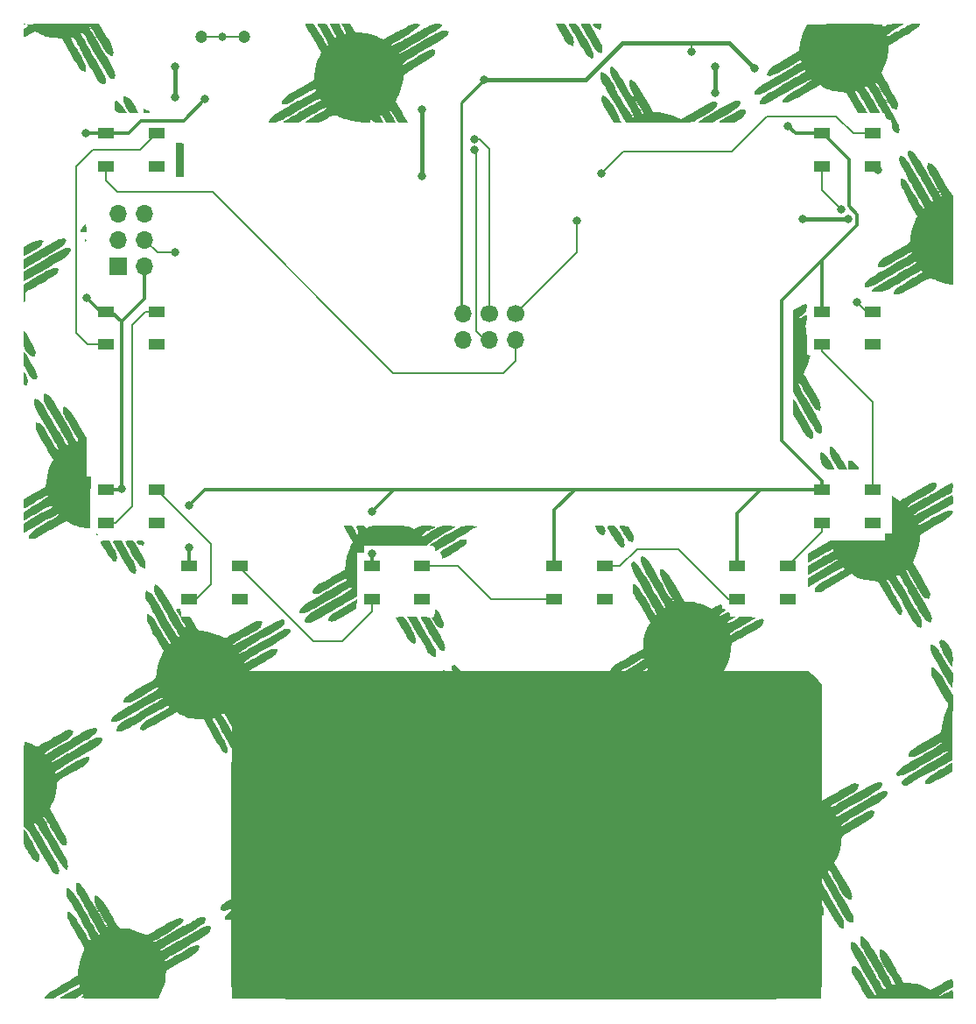
<source format=gbr>
G04 #@! TF.GenerationSoftware,KiCad,Pcbnew,(5.99.0-10336-g9846076676)*
G04 #@! TF.CreationDate,2021-04-17T01:38:01-06:00*
G04 #@! TF.ProjectId,yolo-badge,796f6c6f-2d62-4616-9467-652e6b696361,rev?*
G04 #@! TF.SameCoordinates,Original*
G04 #@! TF.FileFunction,Copper,L1,Top*
G04 #@! TF.FilePolarity,Positive*
%FSLAX46Y46*%
G04 Gerber Fmt 4.6, Leading zero omitted, Abs format (unit mm)*
G04 Created by KiCad (PCBNEW (5.99.0-10336-g9846076676)) date 2021-04-17 01:38:01*
%MOMM*%
%LPD*%
G01*
G04 APERTURE LIST*
G04 #@! TA.AperFunction,ComponentPad*
%ADD10R,1.700000X1.700000*%
G04 #@! TD*
G04 #@! TA.AperFunction,ComponentPad*
%ADD11O,1.700000X1.700000*%
G04 #@! TD*
G04 #@! TA.AperFunction,ComponentPad*
%ADD12C,1.200000*%
G04 #@! TD*
G04 #@! TA.AperFunction,ComponentPad*
%ADD13C,1.700000*%
G04 #@! TD*
G04 #@! TA.AperFunction,SMDPad,CuDef*
%ADD14R,1.500000X1.000000*%
G04 #@! TD*
G04 #@! TA.AperFunction,ViaPad*
%ADD15C,0.800000*%
G04 #@! TD*
G04 #@! TA.AperFunction,Conductor*
%ADD16C,0.381000*%
G04 #@! TD*
G04 #@! TA.AperFunction,Conductor*
%ADD17C,0.203200*%
G04 #@! TD*
G04 #@! TA.AperFunction,Conductor*
%ADD18C,0.304800*%
G04 #@! TD*
G04 #@! TA.AperFunction,Conductor*
%ADD19C,0.254000*%
G04 #@! TD*
G04 APERTURE END LIST*
G36*
X175115739Y-109436096D02*
G01*
X175516493Y-109763808D01*
X175786433Y-110106774D01*
X176042671Y-110521214D01*
X176064984Y-125588479D01*
X176067661Y-127598284D01*
X176069475Y-129443679D01*
X176070402Y-131129585D01*
X176070418Y-132660923D01*
X176069499Y-134042614D01*
X176067621Y-135279579D01*
X176064761Y-136376739D01*
X176060894Y-137339016D01*
X176055996Y-138171330D01*
X176050044Y-138878602D01*
X176043013Y-139465754D01*
X176034880Y-139937707D01*
X176025620Y-140299381D01*
X176015210Y-140555698D01*
X176003626Y-140711579D01*
X175991117Y-140771634D01*
X175898054Y-140783012D01*
X175643225Y-140793870D01*
X175234197Y-140804207D01*
X174678538Y-140814025D01*
X173983815Y-140823322D01*
X173157594Y-140832099D01*
X172207443Y-140840357D01*
X171140929Y-140848094D01*
X169965618Y-140855311D01*
X168689079Y-140862008D01*
X167318877Y-140868185D01*
X165862579Y-140873842D01*
X164327754Y-140878979D01*
X162721968Y-140883596D01*
X161052787Y-140887693D01*
X159327780Y-140891270D01*
X157554512Y-140894326D01*
X155740552Y-140896863D01*
X153893465Y-140898880D01*
X152020820Y-140900376D01*
X150130183Y-140901353D01*
X148229121Y-140901809D01*
X146325201Y-140901746D01*
X144425990Y-140901162D01*
X142539056Y-140900058D01*
X140671965Y-140898434D01*
X138832284Y-140896291D01*
X137027581Y-140893627D01*
X135265422Y-140890443D01*
X133553374Y-140886739D01*
X131899005Y-140882515D01*
X130309882Y-140877770D01*
X128793570Y-140872506D01*
X127357639Y-140866722D01*
X126009654Y-140860418D01*
X124757183Y-140853593D01*
X123607792Y-140846249D01*
X122569049Y-140838384D01*
X121648521Y-140830000D01*
X120853775Y-140821095D01*
X120192377Y-140811671D01*
X119671896Y-140801726D01*
X119299897Y-140791261D01*
X119083948Y-140780276D01*
X119028892Y-140771634D01*
X119016134Y-140709364D01*
X119004574Y-140551477D01*
X118994188Y-140293054D01*
X118984952Y-139929172D01*
X118976841Y-139454912D01*
X118969833Y-138865352D01*
X118963902Y-138155570D01*
X118959026Y-137320647D01*
X118955180Y-136355660D01*
X118952339Y-135255688D01*
X118950482Y-134015812D01*
X118949582Y-132631108D01*
X118949617Y-131096657D01*
X118950562Y-129407538D01*
X118952394Y-127558828D01*
X118955025Y-125588479D01*
X118977338Y-110521214D01*
X119233576Y-110106774D01*
X119561293Y-109706032D01*
X119904270Y-109436096D01*
X120318725Y-109179858D01*
X174701284Y-109179858D01*
X175115739Y-109436096D01*
G37*
G36*
X104102500Y-129605309D02*
G01*
X104229490Y-129654420D01*
X104349151Y-129731833D01*
X104475543Y-129856404D01*
X104622726Y-130046986D01*
X104804762Y-130322433D01*
X105035710Y-130701600D01*
X105329632Y-131203341D01*
X105452035Y-131414952D01*
X105865291Y-132130342D01*
X106202352Y-132712285D01*
X106471389Y-133174156D01*
X106680571Y-133529330D01*
X106838066Y-133791182D01*
X106952046Y-133973085D01*
X107030680Y-134088414D01*
X107082136Y-134150545D01*
X107114585Y-134172852D01*
X107134696Y-134169685D01*
X107117141Y-134087028D01*
X107025932Y-133886955D01*
X106874923Y-133597020D01*
X106677971Y-133244775D01*
X106614975Y-133136162D01*
X106310160Y-132613210D01*
X106080816Y-132213276D01*
X105916238Y-131913611D01*
X105805720Y-131691467D01*
X105738558Y-131524097D01*
X105704044Y-131388754D01*
X105691475Y-131262689D01*
X105690000Y-131170706D01*
X105708546Y-130938622D01*
X105773015Y-130839154D01*
X105825103Y-130828667D01*
X105993795Y-130856750D01*
X106163085Y-130952157D01*
X106347240Y-131131624D01*
X106560528Y-131411890D01*
X106817219Y-131809690D01*
X107131579Y-132341762D01*
X107165723Y-132401231D01*
X107465606Y-132924485D01*
X107694845Y-133319460D01*
X107867953Y-133604239D01*
X107999446Y-133796904D01*
X108103839Y-133915538D01*
X108195646Y-133978223D01*
X108289382Y-134003042D01*
X108399562Y-134008077D01*
X108456008Y-134008669D01*
X109081949Y-134070549D01*
X109711105Y-134245949D01*
X110142686Y-134424536D01*
X110450412Y-134561432D01*
X110651580Y-134632403D01*
X110791941Y-134645526D01*
X110917245Y-134608876D01*
X110989352Y-134573999D01*
X111204864Y-134450584D01*
X111362666Y-134339694D01*
X111484526Y-134259936D01*
X111723054Y-134122453D01*
X112044042Y-133946404D01*
X112413286Y-133750947D01*
X112421000Y-133746935D01*
X112795539Y-133549845D01*
X113127383Y-133370957D01*
X113380570Y-133229937D01*
X113519140Y-133146449D01*
X113519338Y-133146311D01*
X113715478Y-133068044D01*
X113974095Y-133030556D01*
X114006172Y-133030000D01*
X114241552Y-133067344D01*
X114327355Y-133180535D01*
X114263846Y-133371309D01*
X114093166Y-133595202D01*
X113954823Y-133714259D01*
X113708389Y-133891562D01*
X113383660Y-134108805D01*
X113010430Y-134347682D01*
X112618495Y-134589887D01*
X112237650Y-134817114D01*
X111897689Y-135011057D01*
X111628409Y-135153412D01*
X111459603Y-135225871D01*
X111430151Y-135231333D01*
X111373716Y-135260646D01*
X111422626Y-135325160D01*
X111503671Y-135335054D01*
X111673048Y-135277767D01*
X111944130Y-135146848D01*
X112330292Y-134935852D01*
X112834958Y-134644176D01*
X113281209Y-134384702D01*
X113697597Y-134147673D01*
X114053894Y-133949912D01*
X114319868Y-133808243D01*
X114449637Y-133745615D01*
X114664174Y-133643093D01*
X114965372Y-133483116D01*
X115295450Y-133296602D01*
X115364992Y-133255796D01*
X115736724Y-133052233D01*
X116008477Y-132944467D01*
X116211028Y-132920702D01*
X116233057Y-132923056D01*
X116434304Y-132958176D01*
X116510099Y-133023632D01*
X116486344Y-133169089D01*
X116436153Y-133312465D01*
X116393420Y-133405895D01*
X116324285Y-133499711D01*
X116212074Y-133605323D01*
X116040110Y-133734144D01*
X115791719Y-133897584D01*
X115450224Y-134107055D01*
X114998952Y-134373969D01*
X114421226Y-134709738D01*
X114248214Y-134809742D01*
X113708196Y-135122511D01*
X113215313Y-135409600D01*
X112788867Y-135659638D01*
X112448161Y-135861250D01*
X112212495Y-136003067D01*
X112101173Y-136073715D01*
X112096122Y-136077716D01*
X112081195Y-136171136D01*
X112104443Y-136192501D01*
X112207016Y-136172883D01*
X112416034Y-136079512D01*
X112695151Y-135929654D01*
X112852654Y-135837115D01*
X113255852Y-135595706D01*
X113703776Y-135330997D01*
X114108094Y-135095146D01*
X114156666Y-135067124D01*
X114522735Y-134855657D01*
X114961504Y-134601201D01*
X115399562Y-134346360D01*
X115570344Y-134246734D01*
X115977662Y-134019824D01*
X116283756Y-133878183D01*
X116524261Y-133807367D01*
X116692178Y-133792000D01*
X116918737Y-133802809D01*
X117014871Y-133861733D01*
X117005180Y-134008520D01*
X116943816Y-134198591D01*
X116905282Y-134282373D01*
X116839548Y-134370860D01*
X116733204Y-134472816D01*
X116572836Y-134597007D01*
X116345034Y-134752200D01*
X116036384Y-134947161D01*
X115633476Y-135190654D01*
X115122896Y-135491446D01*
X114491233Y-135858302D01*
X113754500Y-136283060D01*
X113307651Y-136547042D01*
X112935764Y-136780365D01*
X112658934Y-136969525D01*
X112497252Y-137101018D01*
X112463333Y-137150851D01*
X112501485Y-137201084D01*
X112630741Y-137166712D01*
X112873299Y-137041286D01*
X112907833Y-137021663D01*
X113156642Y-136879478D01*
X113506245Y-136679756D01*
X113910387Y-136448919D01*
X114322809Y-136213390D01*
X114326000Y-136211568D01*
X114892667Y-135908812D01*
X115333992Y-135719354D01*
X115650368Y-135643073D01*
X115842187Y-135679845D01*
X115881799Y-135722290D01*
X115868440Y-135830289D01*
X115785345Y-136021634D01*
X115738629Y-136106376D01*
X115646547Y-136235103D01*
X115508939Y-136369928D01*
X115304757Y-136525642D01*
X115012952Y-136717034D01*
X114612474Y-136958894D01*
X114114333Y-137247648D01*
X112675000Y-138072457D01*
X112611941Y-138705062D01*
X112561845Y-139092329D01*
X112485528Y-139436216D01*
X112366038Y-139793034D01*
X112186423Y-140219095D01*
X112097569Y-140413696D01*
X111913000Y-140812392D01*
X108166500Y-140815863D01*
X107216268Y-140815534D01*
X106424947Y-140812258D01*
X105782129Y-140805469D01*
X105277407Y-140794603D01*
X104900376Y-140779094D01*
X104640627Y-140758378D01*
X104487755Y-140731890D01*
X104431353Y-140699064D01*
X104461015Y-140659337D01*
X104547000Y-140619382D01*
X104659611Y-140507460D01*
X104674000Y-140443187D01*
X104638790Y-140390098D01*
X104517263Y-140421690D01*
X104285570Y-140544907D01*
X104246940Y-140567530D01*
X104013352Y-140694577D01*
X103806184Y-140770140D01*
X103566372Y-140807231D01*
X103234849Y-140818863D01*
X103103940Y-140819333D01*
X102727178Y-140809096D01*
X102482914Y-140779843D01*
X102388552Y-140733760D01*
X102388000Y-140729357D01*
X102459573Y-140652683D01*
X102648022Y-140535128D01*
X102913938Y-140400999D01*
X102938705Y-140389678D01*
X103407476Y-140162783D01*
X103800039Y-139944549D01*
X104094388Y-139749148D01*
X104268521Y-139590749D01*
X104307111Y-139508420D01*
X104295031Y-139394521D01*
X104284720Y-139380000D01*
X104207801Y-139420154D01*
X104008721Y-139531413D01*
X103711825Y-139699970D01*
X103341458Y-139912022D01*
X103015616Y-140099667D01*
X102549850Y-140366153D01*
X102200527Y-140557719D01*
X101938883Y-140686547D01*
X101736149Y-140764822D01*
X101563558Y-140804727D01*
X101392344Y-140818447D01*
X101316452Y-140819333D01*
X101065568Y-140806541D01*
X100901272Y-140773629D01*
X100864000Y-140743620D01*
X100930303Y-140601283D01*
X101132321Y-140405694D01*
X101474716Y-140153480D01*
X101962151Y-139841272D01*
X102599289Y-139465696D01*
X102749823Y-139380000D01*
X103243751Y-139098349D01*
X103607787Y-138884481D01*
X103860579Y-138724876D01*
X104020775Y-138606016D01*
X104107023Y-138514381D01*
X104137970Y-138436451D01*
X104135527Y-138375380D01*
X104135443Y-138141374D01*
X104184038Y-137796997D01*
X104270584Y-137390450D01*
X104384357Y-136969936D01*
X104514630Y-136583654D01*
X104558701Y-136473602D01*
X104630688Y-136308871D01*
X104682660Y-136177378D01*
X104706853Y-136057109D01*
X104695501Y-135926052D01*
X104640839Y-135762196D01*
X104535102Y-135543529D01*
X104370526Y-135248037D01*
X104139344Y-134853709D01*
X103833792Y-134338533D01*
X103763833Y-134220342D01*
X103463266Y-133697900D01*
X103252365Y-133293106D01*
X103123600Y-132984949D01*
X103069442Y-132752415D01*
X103082359Y-132574493D01*
X103133424Y-132461254D01*
X103246577Y-132413809D01*
X103420396Y-132489693D01*
X103628244Y-132667146D01*
X103843479Y-132924406D01*
X104001621Y-133170463D01*
X104151324Y-133427445D01*
X104271665Y-133620893D01*
X104335222Y-133707333D01*
X104396677Y-133794281D01*
X104521320Y-133996514D01*
X104689561Y-134281594D01*
X104837856Y-134539556D01*
X105070698Y-134929184D01*
X105239332Y-135165733D01*
X105345840Y-135251944D01*
X105372872Y-135243660D01*
X105390944Y-135113453D01*
X105289952Y-134872775D01*
X105244616Y-134792437D01*
X105118872Y-134568729D01*
X104941155Y-134240837D01*
X104736492Y-133855386D01*
X104557331Y-133512089D01*
X104340977Y-133103335D01*
X104119997Y-132701898D01*
X103922979Y-132358888D01*
X103799587Y-132157423D01*
X103492862Y-131676247D01*
X103271012Y-131308062D01*
X103121481Y-131027365D01*
X103031716Y-130808649D01*
X102989161Y-130626409D01*
X102980666Y-130493725D01*
X102996788Y-130271463D01*
X103036840Y-130132770D01*
X103050148Y-130118384D01*
X103206098Y-130117568D01*
X103415518Y-130265358D01*
X103669961Y-130552752D01*
X103960981Y-130970747D01*
X104164605Y-131306225D01*
X104417334Y-131742345D01*
X104718214Y-132261815D01*
X105030624Y-132801396D01*
X105317944Y-133297850D01*
X105334424Y-133326333D01*
X105618553Y-133813657D01*
X105832158Y-134169062D01*
X105986773Y-134408756D01*
X106093929Y-134548943D01*
X106165158Y-134605829D01*
X106211993Y-134595621D01*
X106225311Y-134578305D01*
X106199765Y-134484063D01*
X106099782Y-134269407D01*
X105938180Y-133959047D01*
X105727776Y-133577690D01*
X105507374Y-133194347D01*
X105255412Y-132761003D01*
X105030539Y-132368767D01*
X104848097Y-132044835D01*
X104723426Y-131816399D01*
X104674353Y-131717667D01*
X104600354Y-131566052D01*
X104465608Y-131317590D01*
X104296497Y-131020630D01*
X104259308Y-130957010D01*
X104068047Y-130606941D01*
X103960229Y-130334660D01*
X103916223Y-130083611D01*
X103912000Y-129956471D01*
X103917981Y-129713435D01*
X103949436Y-129602293D01*
X104026630Y-129585689D01*
X104102500Y-129605309D01*
G37*
G36*
X132186120Y-140435590D02*
G01*
X132347365Y-140488949D01*
X132561511Y-140599828D01*
X132613367Y-140708568D01*
X132508411Y-140790045D01*
X132275333Y-140819333D01*
X132057136Y-140807780D01*
X131960155Y-140753286D01*
X131936787Y-140626100D01*
X131936666Y-140607667D01*
X131951472Y-140459745D01*
X132021712Y-140406119D01*
X132186120Y-140435590D01*
G37*
G36*
X132062776Y-138178200D02*
G01*
X132156173Y-138234351D01*
X132300319Y-138313966D01*
X132360000Y-138317571D01*
X132408443Y-138325906D01*
X132481833Y-138389072D01*
X132556411Y-138492588D01*
X132693115Y-138707660D01*
X132873960Y-139003625D01*
X133080955Y-139349820D01*
X133296114Y-139715583D01*
X133501448Y-140070251D01*
X133678969Y-140383162D01*
X133810690Y-140623653D01*
X133878622Y-140761061D01*
X133884000Y-140779223D01*
X133807421Y-140801239D01*
X133609973Y-140815808D01*
X133420507Y-140819333D01*
X133147771Y-140811382D01*
X132989101Y-140771733D01*
X132889421Y-140676697D01*
X132824424Y-140562931D01*
X132725023Y-140382346D01*
X132563394Y-140101148D01*
X132365128Y-139763507D01*
X132226398Y-139530804D01*
X132013089Y-139164809D01*
X131880820Y-138905199D01*
X131816083Y-138717877D01*
X131805371Y-138568748D01*
X131816437Y-138496040D01*
X131879222Y-138254531D01*
X131950864Y-138156651D01*
X132062776Y-138178200D01*
G37*
G36*
X133032340Y-137687623D02*
G01*
X133130023Y-137729863D01*
X133417361Y-137954883D01*
X133661083Y-138306260D01*
X133799057Y-138550089D01*
X133997926Y-138894412D01*
X134231639Y-139294418D01*
X134474146Y-139705294D01*
X134486583Y-139726243D01*
X134700688Y-140090688D01*
X134879407Y-140402392D01*
X135006753Y-140632900D01*
X135066736Y-140753754D01*
X135069333Y-140763409D01*
X134993166Y-140795381D01*
X134798516Y-140815622D01*
X134647951Y-140819333D01*
X134374778Y-140804468D01*
X134213161Y-140746641D01*
X134108654Y-140628833D01*
X133807795Y-140132741D01*
X133518383Y-139637142D01*
X133253480Y-139166241D01*
X133026148Y-138744245D01*
X132849449Y-138395362D01*
X132736444Y-138143797D01*
X132699963Y-138018220D01*
X132732149Y-137764024D01*
X132836793Y-137657948D01*
X133032340Y-137687623D01*
G37*
G36*
X134765217Y-138918546D02*
G01*
X134963872Y-138989283D01*
X135022242Y-139017542D01*
X135200801Y-139143162D01*
X135389638Y-139352495D01*
X135610398Y-139672260D01*
X135786872Y-139961468D01*
X135976564Y-140285342D01*
X136129299Y-140551563D01*
X136227397Y-140728959D01*
X136254666Y-140786221D01*
X136177888Y-140803925D01*
X135979060Y-140815713D01*
X135767833Y-140818767D01*
X135281000Y-140818200D01*
X134945168Y-140204933D01*
X134757761Y-139815713D01*
X134632842Y-139458806D01*
X134577810Y-139166007D01*
X134600064Y-138969110D01*
X134644992Y-138914956D01*
X134765217Y-138918546D01*
G37*
G36*
X151237927Y-127108661D02*
G01*
X151370678Y-127164154D01*
X151463732Y-127221845D01*
X151566530Y-127318008D01*
X151689548Y-127468425D01*
X151843262Y-127688879D01*
X152038148Y-127995153D01*
X152284681Y-128403028D01*
X152593336Y-128928288D01*
X152947641Y-129539983D01*
X153268645Y-130091974D01*
X153562535Y-130588681D01*
X153818908Y-131013203D01*
X154027359Y-131348641D01*
X154177485Y-131578096D01*
X154258881Y-131684668D01*
X154270233Y-131688301D01*
X154239483Y-131588282D01*
X154135075Y-131368968D01*
X153970516Y-131056240D01*
X153759313Y-130675978D01*
X153575057Y-130356271D01*
X153299479Y-129878996D01*
X153101873Y-129518340D01*
X152970174Y-129247511D01*
X152892317Y-129039715D01*
X152856237Y-128868159D01*
X152849333Y-128744609D01*
X152862810Y-128506990D01*
X152913849Y-128397773D01*
X152997500Y-128376333D01*
X153153839Y-128400659D01*
X153306564Y-128478527D01*
X153470062Y-128627175D01*
X153658725Y-128863838D01*
X153886941Y-129205754D01*
X154169100Y-129670158D01*
X154381413Y-130034037D01*
X155205669Y-131460799D01*
X155826668Y-131558278D01*
X156270393Y-131644054D01*
X156723437Y-131768573D01*
X157238059Y-131947586D01*
X157642865Y-132105666D01*
X157738489Y-132138385D01*
X157835615Y-132147750D01*
X157956660Y-132124221D01*
X158124038Y-132058254D01*
X158360166Y-131940309D01*
X158687458Y-131760843D01*
X159128330Y-131510314D01*
X159378532Y-131366806D01*
X159932455Y-131053412D01*
X160361570Y-130822211D01*
X160683987Y-130664580D01*
X160917815Y-130571891D01*
X161081165Y-130535521D01*
X161125978Y-130534543D01*
X161354236Y-130559138D01*
X161445095Y-130629582D01*
X161417888Y-130783321D01*
X161342306Y-130953518D01*
X161224433Y-131140034D01*
X161038740Y-131320430D01*
X160752589Y-131522649D01*
X160489413Y-131683667D01*
X160183484Y-131861714D01*
X159934683Y-132001542D01*
X159777062Y-132084276D01*
X159740674Y-132098667D01*
X159651055Y-132138514D01*
X159453576Y-132244433D01*
X159185945Y-132395984D01*
X159099939Y-132445934D01*
X158806386Y-132631396D01*
X158626356Y-132775696D01*
X158578131Y-132863809D01*
X158582925Y-132870792D01*
X158677164Y-132851695D01*
X158903886Y-132750629D01*
X159251072Y-132573901D01*
X159706703Y-132327817D01*
X160258761Y-132018686D01*
X160813757Y-131700106D01*
X161464791Y-131324910D01*
X161988221Y-131028997D01*
X162401170Y-130803737D01*
X162720762Y-130640505D01*
X162964117Y-130530671D01*
X163148360Y-130465608D01*
X163290613Y-130436688D01*
X163326833Y-130433811D01*
X163568212Y-130439878D01*
X163671597Y-130505636D01*
X163647257Y-130655284D01*
X163520085Y-130889167D01*
X163389767Y-131061292D01*
X163198024Y-131236006D01*
X162920722Y-131430476D01*
X162533730Y-131661871D01*
X162092550Y-131904694D01*
X161738164Y-132098623D01*
X161330860Y-132327136D01*
X160896298Y-132575187D01*
X160460137Y-132827728D01*
X160048036Y-133069715D01*
X159685654Y-133286099D01*
X159398650Y-133461835D01*
X159212684Y-133581875D01*
X159153665Y-133628061D01*
X159132985Y-133723315D01*
X159247427Y-133721235D01*
X159494256Y-133622817D01*
X159870737Y-133429058D01*
X160182008Y-133253426D01*
X160596661Y-133013523D01*
X161102658Y-132720715D01*
X161644799Y-132406947D01*
X162167887Y-132104163D01*
X162332000Y-132009157D01*
X162924127Y-131679191D01*
X163390759Y-131448986D01*
X163740933Y-131315477D01*
X163983690Y-131275594D01*
X164128069Y-131326272D01*
X164166923Y-131386492D01*
X164158988Y-131588835D01*
X164011759Y-131821607D01*
X163746077Y-132060182D01*
X163432300Y-132254608D01*
X163155212Y-132404932D01*
X162931994Y-132535243D01*
X162812273Y-132616354D01*
X162711948Y-132683401D01*
X162487583Y-132820655D01*
X162162229Y-133014428D01*
X161758938Y-133251034D01*
X161300761Y-133516787D01*
X161132028Y-133613964D01*
X160542724Y-133958856D01*
X160094592Y-134234681D01*
X159790379Y-134439621D01*
X159632834Y-134571854D01*
X159611815Y-134621109D01*
X159705020Y-134631493D01*
X159919853Y-134549640D01*
X160262290Y-134372935D01*
X160543407Y-134213375D01*
X160887836Y-134016132D01*
X161179008Y-133854837D01*
X161385902Y-133746304D01*
X161477085Y-133707333D01*
X161578806Y-133669743D01*
X161782749Y-133571566D01*
X162024188Y-133445047D01*
X162391206Y-133277948D01*
X162664650Y-133220142D01*
X162833153Y-133270641D01*
X162885350Y-133428457D01*
X162871764Y-133518732D01*
X162822024Y-133705390D01*
X162788501Y-133800971D01*
X162709672Y-133857013D01*
X162506450Y-133983079D01*
X162201664Y-134165525D01*
X161818141Y-134390709D01*
X161378710Y-134644987D01*
X161316000Y-134681000D01*
X160870527Y-134938218D01*
X160477636Y-135168181D01*
X160160211Y-135357241D01*
X159941136Y-135491747D01*
X159843294Y-135558049D01*
X159840623Y-135561029D01*
X159816680Y-135666224D01*
X159785171Y-135889112D01*
X159756893Y-136143264D01*
X159617293Y-136895872D01*
X159340466Y-137668025D01*
X159268423Y-137826748D01*
X159103619Y-138178496D01*
X159320265Y-138606025D01*
X159455018Y-138857923D01*
X159649314Y-139203440D01*
X159874250Y-139591793D01*
X160045455Y-139880255D01*
X160245184Y-140216527D01*
X160408045Y-140497832D01*
X160516721Y-140693766D01*
X160554000Y-140773145D01*
X160477444Y-140798547D01*
X160280138Y-140815324D01*
X160092653Y-140819333D01*
X159631306Y-140819333D01*
X159124450Y-139951500D01*
X158875337Y-139525060D01*
X158698427Y-139224683D01*
X158580112Y-139030453D01*
X158506782Y-138922455D01*
X158464829Y-138880773D01*
X158440643Y-138885490D01*
X158420615Y-138916692D01*
X158419080Y-138919249D01*
X158439269Y-139021530D01*
X158531848Y-139230463D01*
X158677443Y-139510388D01*
X158856678Y-139825646D01*
X159050178Y-140140577D01*
X159220500Y-140394246D01*
X159348067Y-140609228D01*
X159347649Y-140739109D01*
X159206178Y-140802593D01*
X158924166Y-140818434D01*
X158479666Y-140817535D01*
X158119833Y-140186166D01*
X157956190Y-139889336D01*
X157831473Y-139644642D01*
X157765530Y-139491771D01*
X157760000Y-139466681D01*
X157704946Y-139428251D01*
X157603424Y-139476348D01*
X157531529Y-139535364D01*
X157517705Y-139613582D01*
X157573052Y-139744925D01*
X157708669Y-139963315D01*
X157815090Y-140123277D01*
X157989580Y-140392314D01*
X158119375Y-140609256D01*
X158181174Y-140734707D01*
X158183333Y-140745878D01*
X158107176Y-140787815D01*
X157912491Y-140814407D01*
X157760723Y-140819333D01*
X157338114Y-140819333D01*
X157072544Y-140348770D01*
X156890117Y-140062600D01*
X156751712Y-139931398D01*
X156683896Y-139925437D01*
X156550436Y-139967809D01*
X156519643Y-139972667D01*
X156534082Y-140032521D01*
X156623428Y-140179236D01*
X156641563Y-140205500D01*
X156790137Y-140432540D01*
X156904307Y-140628833D01*
X156953618Y-140741409D01*
X156925481Y-140797684D01*
X156786828Y-140817155D01*
X156581214Y-140819333D01*
X156328617Y-140810982D01*
X156174052Y-140760834D01*
X156053696Y-140631251D01*
X155935190Y-140438333D01*
X155795575Y-140215359D01*
X155673975Y-140102475D01*
X155505467Y-140062142D01*
X155275454Y-140056861D01*
X154803922Y-140025866D01*
X154340377Y-139924637D01*
X153833891Y-139739205D01*
X153417110Y-139547219D01*
X153095887Y-139389989D01*
X151864609Y-140104661D01*
X151403051Y-140370229D01*
X151057480Y-140560755D01*
X150798813Y-140688540D01*
X150597966Y-140765886D01*
X150425858Y-140805093D01*
X150253406Y-140818463D01*
X150174998Y-140819333D01*
X149906781Y-140803979D01*
X149745795Y-140762964D01*
X149716666Y-140729100D01*
X149768371Y-140540771D01*
X149888707Y-140377667D01*
X150020820Y-140311333D01*
X150129660Y-140270710D01*
X150348713Y-140160423D01*
X150648231Y-139997851D01*
X150998469Y-139800369D01*
X151369681Y-139585356D01*
X151732121Y-139370187D01*
X152056042Y-139172239D01*
X152311698Y-139008889D01*
X152469343Y-138897515D01*
X152505440Y-138859892D01*
X152448015Y-138798038D01*
X152263067Y-138825637D01*
X151962866Y-138936583D01*
X151559683Y-139124768D01*
X151065789Y-139384086D01*
X150493453Y-139708431D01*
X149854945Y-140091695D01*
X149191567Y-140509102D01*
X148926736Y-140670284D01*
X148714245Y-140763312D01*
X148486726Y-140806698D01*
X148176810Y-140818957D01*
X148062678Y-140819333D01*
X147710826Y-140810444D01*
X147511308Y-140782008D01*
X147447968Y-140731368D01*
X147450116Y-140718651D01*
X147474898Y-140668269D01*
X147526326Y-140609935D01*
X147619608Y-140534095D01*
X147769953Y-140431197D01*
X147992571Y-140291686D01*
X148302671Y-140106010D01*
X148715462Y-139864616D01*
X149246155Y-139557950D01*
X149856745Y-139207001D01*
X150449464Y-138862214D01*
X150947900Y-138562943D01*
X151340175Y-138316778D01*
X151614412Y-138131306D01*
X151758734Y-138014117D01*
X151777953Y-137979531D01*
X151687204Y-137967497D01*
X151466304Y-138056983D01*
X151119317Y-138246265D01*
X151045207Y-138289955D01*
X150738644Y-138468312D01*
X150485883Y-138607889D01*
X150322451Y-138689446D01*
X150283251Y-138702605D01*
X150192178Y-138744262D01*
X149980421Y-138860028D01*
X149672053Y-139036159D01*
X149291150Y-139258910D01*
X148874341Y-139507000D01*
X148386371Y-139797087D01*
X148016086Y-140008832D01*
X147737888Y-140154131D01*
X147526179Y-140244883D01*
X147355357Y-140292982D01*
X147199825Y-140310327D01*
X147143590Y-140311333D01*
X146913093Y-140303664D01*
X146772993Y-140284213D01*
X146753333Y-140271872D01*
X146786304Y-140176776D01*
X146867498Y-139993392D01*
X146886096Y-139954005D01*
X146946340Y-139858917D01*
X147049280Y-139752175D01*
X147211047Y-139623027D01*
X147447771Y-139460722D01*
X147775584Y-139254507D01*
X148210618Y-138993631D01*
X148769004Y-138667343D01*
X149126761Y-138460590D01*
X149672554Y-138143910D01*
X150172669Y-137849760D01*
X150607551Y-137589958D01*
X150957643Y-137376321D01*
X151203390Y-137220670D01*
X151325236Y-137134822D01*
X151332699Y-137127458D01*
X151390995Y-137034935D01*
X151349439Y-137014049D01*
X151199721Y-137068638D01*
X150933531Y-137202540D01*
X150542558Y-137419592D01*
X150018492Y-137723632D01*
X149933782Y-137773504D01*
X149430248Y-138065753D01*
X149047144Y-138276065D01*
X148762849Y-138414671D01*
X148555741Y-138491800D01*
X148404199Y-138517683D01*
X148362978Y-138516743D01*
X148132603Y-138462556D01*
X148048136Y-138336929D01*
X148103839Y-138125486D01*
X148162943Y-138015595D01*
X148271013Y-137885536D01*
X148467608Y-137722863D01*
X148768425Y-137516833D01*
X149189162Y-137256702D01*
X149745515Y-136931727D01*
X149751894Y-136928069D01*
X151184121Y-136106895D01*
X151212901Y-135605614D01*
X151265986Y-135177285D01*
X151369299Y-134710291D01*
X151505959Y-134264043D01*
X151659085Y-133897952D01*
X151736115Y-133764177D01*
X151896251Y-133524687D01*
X151180163Y-132240177D01*
X150937025Y-131805570D01*
X150714853Y-131411284D01*
X150529916Y-131085973D01*
X150398485Y-130858290D01*
X150344371Y-130768145D01*
X150273310Y-130582438D01*
X150233199Y-130335215D01*
X150227580Y-130090182D01*
X150259992Y-129911044D01*
X150294148Y-129864384D01*
X150426969Y-129851530D01*
X150599107Y-129960192D01*
X150816623Y-130197651D01*
X151085575Y-130571186D01*
X151412022Y-131088078D01*
X151655192Y-131499680D01*
X151971390Y-132034123D01*
X152217920Y-132425771D01*
X152393069Y-132672114D01*
X152495128Y-132770639D01*
X152517439Y-132765041D01*
X152563118Y-132641515D01*
X152558726Y-132610709D01*
X152507589Y-132523968D01*
X152387288Y-132322308D01*
X152215887Y-132035950D01*
X152014967Y-131700976D01*
X151776126Y-131295753D01*
X151538931Y-130880695D01*
X151335231Y-130512158D01*
X151225517Y-130303976D01*
X151054803Y-129979109D01*
X150836620Y-129579342D01*
X150609796Y-129175469D01*
X150538111Y-129050667D01*
X150287530Y-128578569D01*
X150148344Y-128219152D01*
X150114361Y-128015942D01*
X150124915Y-127759382D01*
X150190069Y-127642842D01*
X150336201Y-127639377D01*
X150450555Y-127672518D01*
X150534159Y-127718966D01*
X150635288Y-127816219D01*
X150763962Y-127979322D01*
X150930197Y-128223321D01*
X151144012Y-128563259D01*
X151415426Y-129014182D01*
X151754457Y-129591134D01*
X151936363Y-129903838D01*
X152254707Y-130453235D01*
X152545362Y-130956609D01*
X152797428Y-131394940D01*
X153000001Y-131749207D01*
X153142180Y-132000387D01*
X153213063Y-132129459D01*
X153218600Y-132141000D01*
X153291904Y-132176342D01*
X153344481Y-132139035D01*
X153366519Y-132037958D01*
X153298598Y-131842754D01*
X153133911Y-131534484D01*
X153116155Y-131504035D01*
X152632832Y-130678450D01*
X152228529Y-129985449D01*
X151896226Y-129411771D01*
X151628902Y-128944153D01*
X151419539Y-128569335D01*
X151261116Y-128274054D01*
X151146615Y-128045048D01*
X151069015Y-127869056D01*
X151021296Y-127732817D01*
X150996440Y-127623067D01*
X150987427Y-127526546D01*
X150986666Y-127480918D01*
X151006813Y-127216291D01*
X151082796Y-127098615D01*
X151237927Y-127108661D01*
G37*
G36*
X179974993Y-134834014D02*
G01*
X180163476Y-134893783D01*
X180252807Y-134942382D01*
X180356290Y-135039147D01*
X180484958Y-135200396D01*
X180649847Y-135442449D01*
X180861992Y-135781627D01*
X181132426Y-136234249D01*
X181472186Y-136816635D01*
X181523115Y-136904616D01*
X181831506Y-137441970D01*
X182118483Y-137949981D01*
X182370776Y-138404525D01*
X182575111Y-138781476D01*
X182718215Y-139056712D01*
X182781353Y-139191555D01*
X182886658Y-139413280D01*
X182973327Y-139488898D01*
X183029638Y-139467456D01*
X183157542Y-139424775D01*
X183203871Y-139444234D01*
X183209100Y-139425918D01*
X183134830Y-139302772D01*
X183101500Y-139253000D01*
X182996307Y-139089676D01*
X182825528Y-138814547D01*
X182609929Y-138461471D01*
X182370275Y-138064305D01*
X182282251Y-137917287D01*
X182022457Y-137475227D01*
X181841390Y-137145342D01*
X181725784Y-136897645D01*
X181662368Y-136702147D01*
X181637873Y-136528861D01*
X181636000Y-136456787D01*
X181651885Y-136208979D01*
X181707111Y-136095395D01*
X181767204Y-136078000D01*
X182066559Y-136161016D01*
X182348655Y-136403699D01*
X182602522Y-136796497D01*
X182610379Y-136812082D01*
X182753772Y-137086734D01*
X182954910Y-137456251D01*
X183185658Y-137869557D01*
X183389640Y-138226802D01*
X183591892Y-138581494D01*
X183758823Y-138883261D01*
X183874156Y-139102019D01*
X183921613Y-139207686D01*
X183922000Y-139210757D01*
X183999782Y-139245988D01*
X184206037Y-139283071D01*
X184500128Y-139315161D01*
X184578166Y-139321279D01*
X185009699Y-139357777D01*
X185330502Y-139404235D01*
X185599075Y-139476547D01*
X185873918Y-139590605D01*
X186213530Y-139762302D01*
X186226333Y-139769037D01*
X186625667Y-139979250D01*
X187589856Y-139425625D01*
X187956724Y-139219019D01*
X188274802Y-139047446D01*
X188513470Y-138926881D01*
X188642106Y-138873299D01*
X188651023Y-138872000D01*
X188713385Y-138950810D01*
X188745217Y-139167014D01*
X188747796Y-139274167D01*
X188747593Y-139676333D01*
X188070666Y-140057333D01*
X187705309Y-140273051D01*
X187472394Y-140433320D01*
X187378954Y-140532586D01*
X187427774Y-140565333D01*
X187510690Y-140532606D01*
X187702819Y-140447838D01*
X187960186Y-140331145D01*
X188238815Y-140202645D01*
X188494730Y-140082455D01*
X188683957Y-139990693D01*
X188684500Y-139990421D01*
X188720225Y-140047576D01*
X188743259Y-140228584D01*
X188748000Y-140388944D01*
X188748000Y-140819333D01*
X180463392Y-140819333D01*
X180018345Y-140036167D01*
X179788687Y-139637449D01*
X179546285Y-139225409D01*
X179329435Y-138864822D01*
X179244398Y-138727009D01*
X179060627Y-138408944D01*
X178968421Y-138176387D01*
X178951451Y-137984336D01*
X178957287Y-137935859D01*
X179009794Y-137703500D01*
X179096571Y-137616896D01*
X179259516Y-137652640D01*
X179372229Y-137704033D01*
X179492438Y-137783273D01*
X179624836Y-137919793D01*
X179783980Y-138134156D01*
X179984428Y-138446929D01*
X180240736Y-138878675D01*
X180401788Y-139158540D01*
X180686161Y-139652337D01*
X180900939Y-140013540D01*
X181057825Y-140258100D01*
X181168523Y-140401965D01*
X181244737Y-140461082D01*
X181298169Y-140451402D01*
X181325396Y-140417167D01*
X181328837Y-140387720D01*
X181311374Y-140328761D01*
X181265659Y-140227074D01*
X181184345Y-140069444D01*
X181060084Y-139842658D01*
X180885529Y-139533501D01*
X180653330Y-139128759D01*
X180356142Y-138615216D01*
X179986617Y-137979658D01*
X179625166Y-137359373D01*
X179335365Y-136856014D01*
X179124322Y-136471718D01*
X178980771Y-136182130D01*
X178893448Y-135962892D01*
X178851088Y-135789648D01*
X178842000Y-135666091D01*
X178866055Y-135422248D01*
X178956320Y-135320913D01*
X179139942Y-135346183D01*
X179285784Y-135406102D01*
X179390233Y-135505603D01*
X179561174Y-135727074D01*
X179782212Y-136044823D01*
X180036953Y-136433160D01*
X180309004Y-136866391D01*
X180581969Y-137318828D01*
X180839457Y-137764777D01*
X181065071Y-138178548D01*
X181109521Y-138264109D01*
X181218497Y-138468521D01*
X181371537Y-138746133D01*
X181546705Y-139058323D01*
X181722064Y-139366472D01*
X181875678Y-139631961D01*
X181985612Y-139816168D01*
X182025816Y-139877293D01*
X182114915Y-139877867D01*
X182201475Y-139851571D01*
X182289737Y-139780912D01*
X182268550Y-139735279D01*
X182186523Y-139634817D01*
X182039716Y-139415423D01*
X181845725Y-139106110D01*
X181622148Y-138735891D01*
X181386580Y-138333781D01*
X181156618Y-137928791D01*
X181000416Y-137644333D01*
X180835754Y-137346135D01*
X180690628Y-137095756D01*
X180592178Y-136939768D01*
X180581006Y-136924667D01*
X180493069Y-136794374D01*
X180348395Y-136561564D01*
X180174420Y-136270652D01*
X180127318Y-136190198D01*
X179930856Y-135826896D01*
X179820047Y-135544685D01*
X179776270Y-135291233D01*
X179773333Y-135195364D01*
X179783322Y-134944144D01*
X179838125Y-134833293D01*
X179974993Y-134834014D01*
G37*
G36*
X122251125Y-119106929D02*
G01*
X122447471Y-119208804D01*
X122658152Y-119373025D01*
X122839337Y-119563177D01*
X122947198Y-119742847D01*
X122960117Y-119807652D01*
X123004939Y-119934478D01*
X123119404Y-120149490D01*
X123247937Y-120357985D01*
X123381701Y-120571743D01*
X123580067Y-120900414D01*
X123823902Y-121311733D01*
X124094073Y-121773432D01*
X124360964Y-122235000D01*
X124654044Y-122745203D01*
X124873728Y-123126590D01*
X125031445Y-123396903D01*
X125138626Y-123573881D01*
X125206701Y-123675263D01*
X125247100Y-123718789D01*
X125271254Y-123722199D01*
X125290591Y-123703233D01*
X125300194Y-123692694D01*
X125283568Y-123601625D01*
X125195638Y-123400692D01*
X125052676Y-123124962D01*
X124961528Y-122962861D01*
X124790420Y-122660862D01*
X124657360Y-122415836D01*
X124581346Y-122263282D01*
X124570666Y-122232550D01*
X124530777Y-122139525D01*
X124424952Y-121939829D01*
X124273956Y-121672244D01*
X124232000Y-121600000D01*
X124041648Y-121222832D01*
X123922554Y-120878499D01*
X123881764Y-120599030D01*
X123926322Y-120416452D01*
X123963851Y-120381077D01*
X124078296Y-120387848D01*
X124270874Y-120460151D01*
X124315026Y-120481914D01*
X124420224Y-120549750D01*
X124533261Y-120656068D01*
X124664657Y-120816841D01*
X124824932Y-121048043D01*
X125024606Y-121365646D01*
X125274200Y-121785625D01*
X125584234Y-122323952D01*
X125929650Y-122933500D01*
X126101682Y-123233232D01*
X126224771Y-123414949D01*
X126333061Y-123508184D01*
X126460697Y-123542468D01*
X126639374Y-123547333D01*
X127420036Y-123631137D01*
X128209180Y-123881029D01*
X128406806Y-123969249D01*
X128957199Y-124229297D01*
X130002432Y-123624475D01*
X130416830Y-123382711D01*
X130812810Y-123148175D01*
X131150251Y-122944861D01*
X131389033Y-122796764D01*
X131422015Y-122775493D01*
X131709848Y-122626056D01*
X131994189Y-122541166D01*
X132236572Y-122524437D01*
X132398530Y-122579479D01*
X132444350Y-122679500D01*
X132405644Y-122885241D01*
X132279404Y-123089469D01*
X132049091Y-123307119D01*
X131698165Y-123553129D01*
X131210087Y-123842437D01*
X131071103Y-123919753D01*
X130557106Y-124205963D01*
X130176822Y-124425915D01*
X129913497Y-124591028D01*
X129750379Y-124712723D01*
X129670712Y-124802420D01*
X129657746Y-124871538D01*
X129660654Y-124881211D01*
X129741568Y-124878224D01*
X129934289Y-124799870D01*
X130207021Y-124660518D01*
X130429570Y-124533748D01*
X131269664Y-124037165D01*
X131977283Y-123621005D01*
X132565060Y-123278414D01*
X133045628Y-123002536D01*
X133431620Y-122786515D01*
X133735668Y-122623497D01*
X133970405Y-122506626D01*
X134148464Y-122429046D01*
X134282478Y-122383903D01*
X134385079Y-122364341D01*
X134431566Y-122362000D01*
X134638148Y-122381351D01*
X134721570Y-122455099D01*
X134730666Y-122524472D01*
X134665155Y-122802727D01*
X134461469Y-123076124D01*
X134108882Y-123356190D01*
X133761343Y-123565920D01*
X133443558Y-123744170D01*
X133024856Y-123982093D01*
X132550464Y-124253832D01*
X132065611Y-124533531D01*
X131852000Y-124657467D01*
X131425315Y-124903612D01*
X131033994Y-125125792D01*
X130708227Y-125307135D01*
X130478207Y-125430768D01*
X130393168Y-125472708D01*
X130226995Y-125589387D01*
X130209368Y-125697611D01*
X130264269Y-125751121D01*
X130381978Y-125727518D01*
X130594476Y-125617645D01*
X130694532Y-125558690D01*
X131047759Y-125348459D01*
X131509554Y-125075720D01*
X132041915Y-124762764D01*
X132606839Y-124431880D01*
X133166323Y-124105359D01*
X133682364Y-123805491D01*
X133781162Y-123748277D01*
X134201931Y-123516886D01*
X134519165Y-123373316D01*
X134765237Y-123304379D01*
X134897999Y-123293333D01*
X135164224Y-123319364D01*
X135277924Y-123409835D01*
X135249574Y-123583316D01*
X135157510Y-123753319D01*
X135029832Y-123906507D01*
X134812224Y-124087176D01*
X134486066Y-124308605D01*
X134032736Y-124584077D01*
X133818059Y-124708675D01*
X133399247Y-124947117D01*
X133013269Y-125162642D01*
X132692407Y-125337536D01*
X132468944Y-125454081D01*
X132402333Y-125485581D01*
X132222540Y-125574362D01*
X131941783Y-125726080D01*
X131604251Y-125916469D01*
X131372663Y-126051039D01*
X131018923Y-126265262D01*
X130793036Y-126420409D01*
X130672617Y-126535527D01*
X130635284Y-126629665D01*
X130640579Y-126674053D01*
X130676336Y-126771832D01*
X130740981Y-126786130D01*
X130878873Y-126712524D01*
X130992915Y-126638913D01*
X131181166Y-126521175D01*
X131478301Y-126341492D01*
X131846502Y-126122488D01*
X132247950Y-125886787D01*
X132330192Y-125838884D01*
X132778032Y-125584494D01*
X133113802Y-125410340D01*
X133366922Y-125303628D01*
X133566814Y-125251566D01*
X133706025Y-125240667D01*
X133921348Y-125252267D01*
X134043146Y-125281325D01*
X134053333Y-125294173D01*
X134012489Y-125394770D01*
X133911880Y-125573751D01*
X133888545Y-125611673D01*
X133769430Y-125745551D01*
X133549025Y-125919656D01*
X133214197Y-126142814D01*
X132751809Y-126423849D01*
X132235485Y-126722333D01*
X131712570Y-127023078D01*
X131323367Y-127255549D01*
X131051940Y-127430716D01*
X130882354Y-127559548D01*
X130798672Y-127653014D01*
X130784679Y-127720989D01*
X130798922Y-127978792D01*
X130755765Y-128342793D01*
X130665702Y-128764067D01*
X130539230Y-129193686D01*
X130386842Y-129582722D01*
X130384027Y-129588833D01*
X130102661Y-130197813D01*
X130933606Y-131635073D01*
X131230691Y-132154481D01*
X131449849Y-132553328D01*
X131602006Y-132855201D01*
X131698087Y-133083691D01*
X131749016Y-133262384D01*
X131765720Y-133414869D01*
X131765942Y-133432167D01*
X131749780Y-133671926D01*
X131690784Y-133778318D01*
X131634767Y-133792000D01*
X131532443Y-133787623D01*
X131439615Y-133764432D01*
X131345109Y-133707339D01*
X131237753Y-133601255D01*
X131106373Y-133431091D01*
X130939796Y-133181758D01*
X130726847Y-132838167D01*
X130456355Y-132385230D01*
X130117145Y-131807858D01*
X129935508Y-131497269D01*
X129770227Y-131232598D01*
X129634172Y-131048062D01*
X129549638Y-130972694D01*
X129536347Y-130977481D01*
X129550138Y-131093887D01*
X129644336Y-131332890D01*
X129808596Y-131674132D01*
X130032569Y-132097250D01*
X130305908Y-132581885D01*
X130618265Y-133107677D01*
X130622521Y-133114667D01*
X131005739Y-133746691D01*
X131307992Y-134253125D01*
X131538484Y-134651705D01*
X131706418Y-134960170D01*
X131820999Y-135196258D01*
X131891431Y-135377707D01*
X131926919Y-135522254D01*
X131936666Y-135647233D01*
X131924609Y-135866580D01*
X131894839Y-136003070D01*
X131887135Y-136014642D01*
X131757145Y-136038037D01*
X131565496Y-135960852D01*
X131360045Y-135811660D01*
X131188646Y-135619033D01*
X131166569Y-135584410D01*
X131063280Y-135409973D01*
X130891203Y-135117118D01*
X130666661Y-134733815D01*
X130405981Y-134288033D01*
X130125487Y-133807744D01*
X129841503Y-133320917D01*
X129570355Y-132855521D01*
X129328368Y-132439527D01*
X129131865Y-132100905D01*
X128997173Y-131867625D01*
X128992575Y-131859614D01*
X128837046Y-131630404D01*
X128726481Y-131562840D01*
X128698204Y-131577929D01*
X128700755Y-131693340D01*
X128801919Y-131945135D01*
X129001266Y-132332347D01*
X129163260Y-132621315D01*
X129420483Y-133070215D01*
X129725490Y-133602383D01*
X130041815Y-134154199D01*
X130332993Y-134662044D01*
X130359009Y-134707411D01*
X130617278Y-135165500D01*
X130798323Y-135509215D01*
X130914703Y-135767756D01*
X130978975Y-135970321D01*
X131003696Y-136146111D01*
X131005333Y-136210245D01*
X130978278Y-136474027D01*
X130890604Y-136582058D01*
X130732546Y-136538290D01*
X130547589Y-136395500D01*
X130447450Y-136270992D01*
X130278293Y-136021350D01*
X130054160Y-135669005D01*
X129789090Y-135236389D01*
X129497123Y-134745930D01*
X129262444Y-134342333D01*
X128882650Y-133683350D01*
X128577447Y-133157093D01*
X128337527Y-132749198D01*
X128153587Y-132445301D01*
X128016320Y-132231040D01*
X127916421Y-132092049D01*
X127844584Y-132013966D01*
X127791505Y-131982427D01*
X127747879Y-131983068D01*
X127736502Y-131986899D01*
X127721820Y-132050444D01*
X127776460Y-132210262D01*
X127905049Y-132475156D01*
X128112212Y-132853928D01*
X128402576Y-133355381D01*
X128780765Y-133988318D01*
X128838217Y-134083352D01*
X129032214Y-134447694D01*
X129125954Y-134750040D01*
X129142666Y-134951186D01*
X129128915Y-135186070D01*
X129076295Y-135293844D01*
X128990266Y-135316000D01*
X128802456Y-135262395D01*
X128736266Y-135214400D01*
X128651392Y-135165199D01*
X128634666Y-135191721D01*
X128596663Y-135186042D01*
X128493447Y-135056258D01*
X128341205Y-134826748D01*
X128156126Y-134521890D01*
X127958205Y-134173000D01*
X127790380Y-133872599D01*
X127571720Y-133488425D01*
X127337619Y-133082438D01*
X127220690Y-132881833D01*
X126762122Y-132098667D01*
X126319182Y-132098667D01*
X125787982Y-132051450D01*
X125232303Y-131923349D01*
X124730126Y-131734683D01*
X124542986Y-131635801D01*
X124198808Y-131430558D01*
X123474570Y-131821068D01*
X123061286Y-132047609D01*
X122584374Y-132314624D01*
X122125779Y-132576081D01*
X121975558Y-132663122D01*
X121529724Y-132907276D01*
X121193032Y-133054011D01*
X120943178Y-133112657D01*
X120896058Y-133114667D01*
X120696898Y-133092921D01*
X120594851Y-133039264D01*
X120591333Y-133025795D01*
X120622563Y-132859804D01*
X120727478Y-132689847D01*
X120922915Y-132501550D01*
X121225710Y-132280540D01*
X121652702Y-132012446D01*
X122051559Y-131779288D01*
X122574206Y-131478835D01*
X122965354Y-131250695D01*
X123240888Y-131083798D01*
X123416688Y-130967072D01*
X123508636Y-130889446D01*
X123532615Y-130839848D01*
X123504506Y-130807207D01*
X123469111Y-130791103D01*
X123349855Y-130815030D01*
X123110423Y-130919688D01*
X122772970Y-131094078D01*
X122359654Y-131327202D01*
X122202143Y-131420056D01*
X121807590Y-131652595D01*
X121463238Y-131850799D01*
X121195590Y-131999784D01*
X121031150Y-132084668D01*
X120993632Y-132098667D01*
X120898002Y-132138690D01*
X120685837Y-132248152D01*
X120386852Y-132411145D01*
X120030762Y-132611758D01*
X119965743Y-132649000D01*
X119529234Y-132892630D01*
X119202583Y-133055951D01*
X118954456Y-133152131D01*
X118753517Y-133194341D01*
X118656310Y-133199333D01*
X118419853Y-133184856D01*
X118324045Y-133120285D01*
X118353461Y-132973911D01*
X118453500Y-132782401D01*
X118535710Y-132680395D01*
X118689238Y-132548752D01*
X118927832Y-132378469D01*
X119265240Y-132160543D01*
X119715211Y-131885973D01*
X120291494Y-131545757D01*
X120739426Y-131285670D01*
X121280647Y-130969478D01*
X121768282Y-130678001D01*
X122184569Y-130422389D01*
X122511743Y-130213793D01*
X122732041Y-130063362D01*
X122827698Y-129982246D01*
X122829788Y-129973567D01*
X122813273Y-129945829D01*
X122790243Y-129930654D01*
X122743073Y-129937226D01*
X122654136Y-129974727D01*
X122505806Y-130052341D01*
X122280455Y-130179252D01*
X121960460Y-130364643D01*
X121528191Y-130617697D01*
X121011664Y-130920820D01*
X120335300Y-131315593D01*
X119786442Y-131630351D01*
X119348185Y-131873503D01*
X119003625Y-132053461D01*
X118735859Y-132178635D01*
X118527980Y-132257438D01*
X118363086Y-132298280D01*
X118224272Y-132309573D01*
X118220666Y-132309546D01*
X118023595Y-132295299D01*
X117949142Y-132228509D01*
X117950812Y-132065238D01*
X117951865Y-132055527D01*
X117999331Y-131838802D01*
X118064715Y-131701542D01*
X118157569Y-131634415D01*
X118378349Y-131494921D01*
X118707873Y-131294563D01*
X119126962Y-131044843D01*
X119616436Y-130757264D01*
X120157116Y-130443328D01*
X120302017Y-130359783D01*
X120978693Y-129967724D01*
X121515925Y-129650437D01*
X121923001Y-129401751D01*
X122209211Y-129215491D01*
X122383842Y-129085483D01*
X122456182Y-129005555D01*
X122435521Y-128969532D01*
X122399006Y-128966000D01*
X122311394Y-129006268D01*
X122101678Y-129118111D01*
X121794196Y-129288087D01*
X121413288Y-129502754D01*
X121019213Y-129728000D01*
X120432144Y-130056056D01*
X119970118Y-130290806D01*
X119619871Y-130436642D01*
X119368141Y-130497958D01*
X119201665Y-130479147D01*
X119107180Y-130384605D01*
X119098452Y-130364307D01*
X119081296Y-130216079D01*
X119149475Y-130054309D01*
X119315484Y-129868231D01*
X119591818Y-129647077D01*
X119990972Y-129380081D01*
X120525441Y-129056476D01*
X120803000Y-128895505D01*
X122242333Y-128068820D01*
X122299212Y-127564910D01*
X122436846Y-126801541D01*
X122662549Y-126111778D01*
X122779700Y-125857978D01*
X122961893Y-125501622D01*
X122115279Y-124046872D01*
X121816872Y-123529205D01*
X121596160Y-123132024D01*
X121442122Y-122831585D01*
X121343734Y-122604140D01*
X121289975Y-122425947D01*
X121269822Y-122273258D01*
X121268666Y-122223061D01*
X121286851Y-122000030D01*
X121332707Y-121868750D01*
X121357537Y-121854000D01*
X121566772Y-121904210D01*
X121786457Y-122064463D01*
X122030370Y-122349195D01*
X122312285Y-122772840D01*
X122442587Y-122990953D01*
X122642978Y-123339492D01*
X122807603Y-123635368D01*
X122919760Y-123847882D01*
X122962748Y-123946333D01*
X122962794Y-123947181D01*
X123002465Y-124050122D01*
X123104916Y-124252116D01*
X123226633Y-124471728D01*
X123374460Y-124716634D01*
X123469272Y-124830543D01*
X123533774Y-124833918D01*
X123572138Y-124783105D01*
X123588168Y-124687715D01*
X123547627Y-124533406D01*
X123440800Y-124297774D01*
X123257970Y-123958412D01*
X123079508Y-123647044D01*
X122617417Y-122852643D01*
X122233262Y-122191373D01*
X121920076Y-121649856D01*
X121670894Y-121214711D01*
X121478749Y-120872560D01*
X121336675Y-120610024D01*
X121237703Y-120413723D01*
X121174869Y-120270278D01*
X121141206Y-120166311D01*
X121129746Y-120088442D01*
X121133524Y-120023291D01*
X121145573Y-119957481D01*
X121149019Y-119939583D01*
X121233671Y-119717092D01*
X121372977Y-119652019D01*
X121564879Y-119742224D01*
X121807322Y-119985573D01*
X122098247Y-120379926D01*
X122435597Y-120923146D01*
X122817315Y-121613097D01*
X122886402Y-121744692D01*
X123155952Y-122251762D01*
X123421928Y-122734138D01*
X123668889Y-123165302D01*
X123881393Y-123518733D01*
X124043998Y-123767911D01*
X124124357Y-123870881D01*
X124218043Y-124029829D01*
X124232000Y-124103714D01*
X124283700Y-124212499D01*
X124391047Y-124197922D01*
X124444667Y-124138380D01*
X124452064Y-124102941D01*
X124437738Y-124038945D01*
X124394387Y-123933054D01*
X124314713Y-123771932D01*
X124191414Y-123542243D01*
X124017190Y-123230649D01*
X123784741Y-122823814D01*
X123486766Y-122308402D01*
X123115965Y-121671074D01*
X122762847Y-121065951D01*
X122477638Y-120569330D01*
X122273075Y-120190954D01*
X122138028Y-119906763D01*
X122061363Y-119692699D01*
X122031951Y-119524703D01*
X122030666Y-119483448D01*
X122050049Y-119260083D01*
X122098109Y-119118368D01*
X122112941Y-119103811D01*
X122251125Y-119106929D01*
G37*
G36*
X169421709Y-116555111D02*
G01*
X169599349Y-116639772D01*
X169603320Y-116641822D01*
X169713037Y-116733399D01*
X169866896Y-116922374D01*
X170072367Y-117219947D01*
X170336917Y-117637316D01*
X170668016Y-118185682D01*
X170932615Y-118635050D01*
X171241644Y-119163747D01*
X171532736Y-119661634D01*
X171791714Y-120104472D01*
X172004401Y-120468020D01*
X172156620Y-120728041D01*
X172223176Y-120841561D01*
X172354600Y-121034008D01*
X172467090Y-121150940D01*
X172535357Y-121178235D01*
X172534110Y-121101772D01*
X172482162Y-120986167D01*
X172376508Y-120793733D01*
X172215840Y-120510471D01*
X172018857Y-120168338D01*
X171804258Y-119799289D01*
X171590742Y-119435281D01*
X171397008Y-119108271D01*
X171241754Y-118850214D01*
X171143679Y-118693067D01*
X171123431Y-118664090D01*
X171068324Y-118512355D01*
X171058559Y-118293991D01*
X171086972Y-118069019D01*
X171146399Y-117897458D01*
X171222000Y-117838375D01*
X171470773Y-117903433D01*
X171710202Y-118085636D01*
X171959015Y-118402587D01*
X172143230Y-118704248D01*
X172352149Y-119070173D01*
X172605810Y-119512434D01*
X172863956Y-119960911D01*
X172989897Y-120178998D01*
X173465666Y-121001664D01*
X173943581Y-121004498D01*
X174357871Y-121043744D01*
X174838538Y-121144611D01*
X175316280Y-121288164D01*
X175721794Y-121455470D01*
X175848498Y-121524951D01*
X176114663Y-121687351D01*
X176857520Y-121258338D01*
X177199147Y-121058837D01*
X177507741Y-120874697D01*
X177738917Y-120732584D01*
X177819021Y-120680617D01*
X178057558Y-120536533D01*
X178363018Y-120376489D01*
X178689625Y-120221494D01*
X178991600Y-120092558D01*
X179223165Y-120010690D01*
X179318056Y-119992630D01*
X179521894Y-120034360D01*
X179599369Y-120071347D01*
X179666987Y-120143595D01*
X179652213Y-120258905D01*
X179559242Y-120450507D01*
X179470488Y-120580592D01*
X179331786Y-120717269D01*
X179121159Y-120876282D01*
X178816625Y-121073376D01*
X178396205Y-121324294D01*
X178103372Y-121493378D01*
X177684947Y-121736588D01*
X177322930Y-121953588D01*
X177040927Y-122129687D01*
X176862541Y-122250195D01*
X176810000Y-122298255D01*
X176872231Y-122355430D01*
X177054144Y-122302728D01*
X177348569Y-122142440D01*
X177402666Y-122108836D01*
X177815139Y-121855727D01*
X178320546Y-121555593D01*
X178875997Y-121232981D01*
X179438604Y-120912438D01*
X179965476Y-120618509D01*
X180413724Y-120375743D01*
X180604680Y-120276250D01*
X181106820Y-120045137D01*
X181489125Y-119924979D01*
X181651824Y-119906667D01*
X181873456Y-119923931D01*
X181958938Y-119994918D01*
X181919488Y-120148416D01*
X181817162Y-120330902D01*
X181756171Y-120416035D01*
X181666573Y-120508386D01*
X181534201Y-120616983D01*
X181344891Y-120750853D01*
X181084478Y-120919026D01*
X180738796Y-121130529D01*
X180293681Y-121394391D01*
X179734968Y-121719640D01*
X179048491Y-122115304D01*
X178736166Y-122294613D01*
X178311058Y-122541651D01*
X177941957Y-122762191D01*
X177652085Y-122941859D01*
X177464668Y-123066280D01*
X177402666Y-123120022D01*
X177457208Y-123233048D01*
X177586869Y-123221163D01*
X177649795Y-123177534D01*
X177756588Y-123105943D01*
X177990044Y-122962810D01*
X178329623Y-122760281D01*
X178754782Y-122510504D01*
X179244978Y-122225624D01*
X179779669Y-121917790D01*
X179797890Y-121907350D01*
X180422748Y-121551594D01*
X180920399Y-121274190D01*
X181308810Y-121066315D01*
X181605943Y-120919144D01*
X181829762Y-120823855D01*
X181998232Y-120771623D01*
X182129318Y-120753626D01*
X182147390Y-120753333D01*
X182370334Y-120767647D01*
X182463602Y-120832871D01*
X182442423Y-120982429D01*
X182348646Y-121194961D01*
X182288890Y-121288321D01*
X182186683Y-121393648D01*
X182026234Y-121521375D01*
X181791754Y-121681936D01*
X181467451Y-121885765D01*
X181037537Y-122143296D01*
X180486220Y-122464962D01*
X180020313Y-122733471D01*
X179421571Y-123081410D01*
X178896533Y-123394478D01*
X178459854Y-123663438D01*
X178126192Y-123879050D01*
X177910201Y-124032077D01*
X177826539Y-124113281D01*
X177826000Y-124116591D01*
X177840602Y-124152278D01*
X177894768Y-124155295D01*
X178004035Y-124117769D01*
X178183940Y-124031829D01*
X178450019Y-123889601D01*
X178817810Y-123683212D01*
X179302851Y-123404791D01*
X179803205Y-123114754D01*
X180233505Y-122872841D01*
X180551217Y-122717469D01*
X180783780Y-122639966D01*
X180958634Y-122631657D01*
X181103217Y-122683869D01*
X181124900Y-122696959D01*
X181197140Y-122769489D01*
X181188683Y-122882778D01*
X181110868Y-123064575D01*
X181039293Y-123180249D01*
X180922874Y-123302350D01*
X180741357Y-123445196D01*
X180474486Y-123623106D01*
X180102007Y-123850397D01*
X179603666Y-124141387D01*
X179516812Y-124191412D01*
X179069766Y-124452025D01*
X178676006Y-124688184D01*
X178358205Y-124885745D01*
X178139035Y-125030565D01*
X178041171Y-125108500D01*
X178038323Y-125113667D01*
X178017542Y-125232296D01*
X177981930Y-125473402D01*
X177938119Y-125791495D01*
X177923987Y-125898033D01*
X177767939Y-126627809D01*
X177567632Y-127128964D01*
X177303247Y-127660195D01*
X178157290Y-129122702D01*
X178467700Y-129661150D01*
X178697381Y-130077631D01*
X178856384Y-130393117D01*
X178954764Y-130628583D01*
X179002573Y-130805002D01*
X179011333Y-130904493D01*
X178998504Y-131125338D01*
X178966818Y-131264325D01*
X178958516Y-131276594D01*
X178857792Y-131274552D01*
X178668684Y-131206087D01*
X178590259Y-131168486D01*
X178312412Y-130958777D01*
X178039747Y-130608158D01*
X177965743Y-130488712D01*
X177813638Y-130227197D01*
X177703300Y-130025715D01*
X177656945Y-129924966D01*
X177656666Y-129922479D01*
X177617148Y-129833631D01*
X177510524Y-129631573D01*
X177354689Y-129349550D01*
X177226970Y-129124214D01*
X176985108Y-128721816D01*
X176806064Y-128469086D01*
X176691341Y-128367743D01*
X176642444Y-128419508D01*
X176640666Y-128453154D01*
X176681132Y-128541719D01*
X176793777Y-128753535D01*
X176965473Y-129065577D01*
X177183089Y-129454820D01*
X177433498Y-129898239D01*
X177703571Y-130372810D01*
X177980178Y-130855508D01*
X178250190Y-131323309D01*
X178500479Y-131753188D01*
X178717915Y-132122121D01*
X178889370Y-132407084D01*
X178960786Y-132522000D01*
X179103910Y-132861109D01*
X179123918Y-133258941D01*
X179107012Y-133399012D01*
X179030865Y-133437380D01*
X178864551Y-133411566D01*
X178666711Y-133338194D01*
X178495988Y-133233887D01*
X178482062Y-133221853D01*
X178381419Y-133096755D01*
X178228284Y-132869495D01*
X178051118Y-132586642D01*
X177878383Y-132294763D01*
X177738543Y-132040426D01*
X177666201Y-131887000D01*
X177617381Y-131794778D01*
X177500141Y-131584629D01*
X177330464Y-131284448D01*
X177124334Y-130922128D01*
X176897735Y-130525563D01*
X176666649Y-130122646D01*
X176447061Y-129741272D01*
X176254954Y-129409334D01*
X176106311Y-129154725D01*
X176017117Y-129005340D01*
X175999695Y-128978688D01*
X175918288Y-128986091D01*
X175891087Y-129000657D01*
X175882723Y-129098598D01*
X175954060Y-129305811D01*
X176066795Y-129538302D01*
X176194900Y-129771951D01*
X176379967Y-130100833D01*
X176607300Y-130499661D01*
X176862202Y-130943151D01*
X177129977Y-131406020D01*
X177395926Y-131862983D01*
X177645354Y-132288755D01*
X177863564Y-132658053D01*
X178035859Y-132945591D01*
X178147541Y-133126086D01*
X178178872Y-133171909D01*
X178224187Y-133311737D01*
X178235540Y-133530874D01*
X178217283Y-133764455D01*
X178173768Y-133947611D01*
X178122333Y-134014662D01*
X177992671Y-133995210D01*
X177821072Y-133921213D01*
X177703400Y-133805958D01*
X177513723Y-133548074D01*
X177250838Y-133145697D01*
X176913542Y-132596963D01*
X176500635Y-131900009D01*
X176346312Y-131634988D01*
X176026151Y-131085472D01*
X175731689Y-130584501D01*
X175474012Y-130150589D01*
X175264209Y-129802248D01*
X175113368Y-129557992D01*
X175032577Y-129436334D01*
X175023590Y-129426469D01*
X174930923Y-129407300D01*
X174935209Y-129522371D01*
X175035114Y-129768035D01*
X175229304Y-130140642D01*
X175383909Y-130412278D01*
X175609969Y-130809807D01*
X175825239Y-131204757D01*
X176002555Y-131546393D01*
X176099783Y-131749368D01*
X176231531Y-132106817D01*
X176295381Y-132415831D01*
X176289415Y-132645679D01*
X176211716Y-132765626D01*
X176163830Y-132776000D01*
X176002994Y-132714555D01*
X175797914Y-132525817D01*
X175543561Y-132203177D01*
X175234904Y-131740028D01*
X174866915Y-131129763D01*
X174730268Y-130892630D01*
X173992957Y-129601000D01*
X173580812Y-129588198D01*
X172796240Y-129481482D01*
X172024831Y-129215825D01*
X171840495Y-129126892D01*
X171362154Y-128882260D01*
X170466577Y-129398527D01*
X170040199Y-129644931D01*
X169593498Y-129904094D01*
X169187632Y-130140487D01*
X168951407Y-130278770D01*
X168606737Y-130469539D01*
X168358049Y-130574459D01*
X168165006Y-130608138D01*
X168062407Y-130600749D01*
X167869643Y-130565135D01*
X167769728Y-130536070D01*
X167768204Y-130534858D01*
X167784883Y-130451413D01*
X167857162Y-130273829D01*
X167883554Y-130217076D01*
X167962951Y-130088541D01*
X168090195Y-129956348D01*
X168288115Y-129803756D01*
X168579542Y-129614025D01*
X168987302Y-129370416D01*
X169228236Y-129231048D01*
X169733848Y-128939692D01*
X170109840Y-128719631D01*
X170373798Y-128558468D01*
X170543307Y-128443804D01*
X170635952Y-128363240D01*
X170669317Y-128304380D01*
X170660989Y-128254823D01*
X170647255Y-128230557D01*
X170559233Y-128210223D01*
X170368143Y-128282011D01*
X170060794Y-128451365D01*
X169950334Y-128518094D01*
X169073973Y-129049043D01*
X168282302Y-129516707D01*
X167584158Y-129916287D01*
X166988382Y-130242982D01*
X166503811Y-130491993D01*
X166139284Y-130658519D01*
X165903639Y-130737762D01*
X165851382Y-130744000D01*
X165647248Y-130727682D01*
X165563034Y-130658560D01*
X165549753Y-130553500D01*
X165555938Y-130449922D01*
X165582228Y-130351577D01*
X165640951Y-130249887D01*
X165744432Y-130136272D01*
X165905000Y-130002152D01*
X166134980Y-129838947D01*
X166446700Y-129638077D01*
X166852486Y-129390964D01*
X167364665Y-129089027D01*
X167995563Y-128723688D01*
X168757508Y-128286365D01*
X169036404Y-128126738D01*
X169510432Y-127847067D01*
X169836350Y-127634701D01*
X170019675Y-127485717D01*
X170065922Y-127396194D01*
X170065496Y-127395008D01*
X170004229Y-127350544D01*
X169867670Y-127391957D01*
X169629515Y-127528238D01*
X169575423Y-127562517D01*
X169371398Y-127688387D01*
X169048654Y-127881846D01*
X168635374Y-128126261D01*
X168159743Y-128405002D01*
X167649945Y-128701436D01*
X167427673Y-128829953D01*
X166869323Y-129150183D01*
X166434559Y-129393488D01*
X166101758Y-129570053D01*
X165849297Y-129690059D01*
X165655551Y-129763691D01*
X165498896Y-129801130D01*
X165357709Y-129812559D01*
X165340842Y-129812667D01*
X165083549Y-129793859D01*
X164972034Y-129720353D01*
X164993948Y-129566525D01*
X165114557Y-129343124D01*
X165226351Y-129217465D01*
X165439791Y-129048037D01*
X165766581Y-128827016D01*
X166218423Y-128546577D01*
X166807022Y-128198898D01*
X166951096Y-128115457D01*
X167467825Y-127818810D01*
X167967645Y-127535102D01*
X168420999Y-127280866D01*
X168798328Y-127072635D01*
X169070074Y-126926942D01*
X169139003Y-126891667D01*
X169426050Y-126727648D01*
X169611760Y-126578615D01*
X169665322Y-126489500D01*
X169654195Y-126360663D01*
X169563909Y-126370244D01*
X169450666Y-126454148D01*
X169334198Y-126533643D01*
X169098983Y-126680219D01*
X168773210Y-126876789D01*
X168385065Y-127106264D01*
X168123883Y-127258481D01*
X167624964Y-127541528D01*
X167244741Y-127741719D01*
X166960571Y-127869457D01*
X166749811Y-127935141D01*
X166618393Y-127950000D01*
X166387452Y-127920200D01*
X166265215Y-127842410D01*
X166261979Y-127835235D01*
X166274816Y-127674313D01*
X166375679Y-127457899D01*
X166527130Y-127244221D01*
X166691726Y-127091505D01*
X166761981Y-127057634D01*
X166894479Y-126999378D01*
X167145283Y-126871560D01*
X167486044Y-126689278D01*
X167888416Y-126467630D01*
X168218178Y-126282029D01*
X169490024Y-125559633D01*
X169501218Y-125167316D01*
X169550509Y-124716238D01*
X169662305Y-124207055D01*
X169816442Y-123715680D01*
X169992027Y-123319346D01*
X170188662Y-122964359D01*
X169386168Y-121583679D01*
X169129623Y-121145027D01*
X168898617Y-120755179D01*
X168707872Y-120438568D01*
X168572106Y-120219624D01*
X168506041Y-120122779D01*
X168505837Y-120122567D01*
X168446560Y-119970292D01*
X168432477Y-119738290D01*
X168463644Y-119510042D01*
X168505350Y-119407605D01*
X168622194Y-119355242D01*
X168800802Y-119419835D01*
X169009003Y-119577450D01*
X169214625Y-119804154D01*
X169374329Y-120054062D01*
X169478507Y-120247943D01*
X169634928Y-120530865D01*
X169825590Y-120871165D01*
X170032487Y-121237176D01*
X170237616Y-121597231D01*
X170422974Y-121919664D01*
X170570556Y-122172809D01*
X170662358Y-122325001D01*
X170681371Y-122352951D01*
X170729657Y-122315933D01*
X170767020Y-122237681D01*
X170768812Y-122060864D01*
X170697194Y-121865729D01*
X170621127Y-121733423D01*
X170472847Y-121476965D01*
X170265245Y-121118598D01*
X170011213Y-120680563D01*
X169723642Y-120185102D01*
X169456848Y-119725752D01*
X169109241Y-119123779D01*
X168840094Y-118647558D01*
X168640052Y-118278058D01*
X168499757Y-117996249D01*
X168409854Y-117783100D01*
X168360985Y-117619581D01*
X168343794Y-117486661D01*
X168343333Y-117460918D01*
X168354592Y-117238395D01*
X168406463Y-117137942D01*
X168526089Y-117112835D01*
X168545620Y-117112667D01*
X168761467Y-117161994D01*
X168967983Y-117322761D01*
X169184547Y-117614150D01*
X169358324Y-117917000D01*
X169545082Y-118260060D01*
X169774211Y-118670566D01*
X170031984Y-119125014D01*
X170304676Y-119599905D01*
X170578558Y-120071737D01*
X170839905Y-120517008D01*
X171074990Y-120912217D01*
X171270085Y-121233863D01*
X171411465Y-121458445D01*
X171485403Y-121562461D01*
X171489734Y-121566155D01*
X171596604Y-121593488D01*
X171611384Y-121502382D01*
X171533920Y-121316604D01*
X171491841Y-121244620D01*
X171364294Y-121022756D01*
X171200293Y-120716938D01*
X171046043Y-120414667D01*
X170907692Y-120151245D01*
X170703428Y-119782212D01*
X170455370Y-119346606D01*
X170185640Y-118883467D01*
X170023859Y-118610712D01*
X169747063Y-118143166D01*
X169547584Y-117791618D01*
X169413046Y-117528441D01*
X169331070Y-117326009D01*
X169289277Y-117156692D01*
X169275291Y-116992865D01*
X169274666Y-116938546D01*
X169283133Y-116698560D01*
X169304756Y-116547152D01*
X169321204Y-116520000D01*
X169421709Y-116555111D01*
G37*
G36*
X105883014Y-114666795D02*
G01*
X105990506Y-114748752D01*
X105976600Y-114858110D01*
X105888758Y-115046992D01*
X105841208Y-115126757D01*
X105755069Y-115235972D01*
X105618290Y-115361550D01*
X105414745Y-115514176D01*
X105128307Y-115704530D01*
X104742847Y-115943294D01*
X104242240Y-116241152D01*
X103610357Y-116608785D01*
X103558831Y-116638541D01*
X102973516Y-116980509D01*
X102468659Y-117283677D01*
X102057987Y-117539306D01*
X101755225Y-117738659D01*
X101574097Y-117872999D01*
X101526926Y-117932069D01*
X101616397Y-117919371D01*
X101835795Y-117824585D01*
X102171128Y-117654852D01*
X102608406Y-117417312D01*
X103133638Y-117119103D01*
X103234666Y-117060565D01*
X103932060Y-116655209D01*
X104498079Y-116326708D01*
X104948019Y-116067298D01*
X105297177Y-115869213D01*
X105560853Y-115724687D01*
X105754342Y-115625957D01*
X105892943Y-115565255D01*
X105991952Y-115534817D01*
X106066668Y-115526878D01*
X106132387Y-115533673D01*
X106204407Y-115547435D01*
X106212602Y-115548906D01*
X106441687Y-115600957D01*
X106528208Y-115678394D01*
X106491848Y-115825359D01*
X106407642Y-115986330D01*
X106324464Y-116105959D01*
X106193711Y-116235439D01*
X105995995Y-116388355D01*
X105711929Y-116578294D01*
X105322127Y-116818843D01*
X104807201Y-117123589D01*
X104674000Y-117201297D01*
X103963380Y-117615183D01*
X103385621Y-117952437D01*
X102927260Y-118221653D01*
X102574836Y-118431426D01*
X102314888Y-118590350D01*
X102133952Y-118707021D01*
X102018569Y-118790033D01*
X101955276Y-118847981D01*
X101930611Y-118889459D01*
X101931113Y-118923063D01*
X101939487Y-118947173D01*
X101995986Y-119021715D01*
X102104842Y-118987201D01*
X102165390Y-118949895D01*
X102596873Y-118681041D01*
X103061503Y-118407171D01*
X103532167Y-118142610D01*
X103981749Y-117901684D01*
X104383135Y-117698721D01*
X104709209Y-117548045D01*
X104932857Y-117463984D01*
X105001674Y-117451333D01*
X105184657Y-117468371D01*
X105253594Y-117541314D01*
X105218258Y-117702901D01*
X105133526Y-117892961D01*
X104929367Y-118153415D01*
X104558151Y-118430041D01*
X104461888Y-118488500D01*
X104188685Y-118643153D01*
X103968302Y-118756139D01*
X103844066Y-118805414D01*
X103837868Y-118806000D01*
X103719705Y-118846229D01*
X103520943Y-118944277D01*
X103303290Y-119066187D01*
X103128452Y-119177998D01*
X103065333Y-119231143D01*
X102974616Y-119296838D01*
X102779608Y-119417300D01*
X102546549Y-119552697D01*
X102287135Y-119707759D01*
X102146708Y-119824760D01*
X102092919Y-119941610D01*
X102092422Y-120084885D01*
X102080684Y-120424066D01*
X102008851Y-120854307D01*
X101891786Y-121314830D01*
X101744355Y-121744856D01*
X101620267Y-122015512D01*
X101373830Y-122473357D01*
X102219582Y-123916728D01*
X102528004Y-124449934D01*
X102755702Y-124861661D01*
X102912908Y-125173259D01*
X103009855Y-125406079D01*
X103056775Y-125581471D01*
X103065333Y-125681383D01*
X103046797Y-125899807D01*
X102965357Y-125990219D01*
X102782269Y-125978815D01*
X102667398Y-125950409D01*
X102526815Y-125858671D01*
X102337439Y-125641877D01*
X102094338Y-125292874D01*
X101792576Y-124804508D01*
X101427218Y-124169625D01*
X101376522Y-124079053D01*
X101144172Y-123673577D01*
X100973727Y-123404341D01*
X100853015Y-123255315D01*
X100769865Y-123210469D01*
X100730948Y-123228829D01*
X100761466Y-123309031D01*
X100866705Y-123515387D01*
X101035741Y-123827975D01*
X101257651Y-124226872D01*
X101521512Y-124692153D01*
X101768410Y-125121141D01*
X102071242Y-125645056D01*
X102353503Y-126135440D01*
X102601597Y-126568509D01*
X102801927Y-126920482D01*
X102940899Y-127167574D01*
X102996495Y-127269402D01*
X103080053Y-127498660D01*
X103134422Y-127779113D01*
X103153516Y-128050335D01*
X103131253Y-128251903D01*
X103101203Y-128309241D01*
X102978257Y-128324439D01*
X102797083Y-128205081D01*
X102574523Y-127968397D01*
X102327419Y-127631615D01*
X102133677Y-127319503D01*
X101584423Y-126377749D01*
X101115332Y-125583943D01*
X100725843Y-124937179D01*
X100415394Y-124436553D01*
X100183426Y-124081159D01*
X100029376Y-123870091D01*
X99953833Y-123802396D01*
X99855208Y-123825115D01*
X99848000Y-123838486D01*
X99888673Y-123921472D01*
X100001663Y-124126939D01*
X100173427Y-124431417D01*
X100390420Y-124811435D01*
X100639098Y-125243524D01*
X100905919Y-125704214D01*
X101177337Y-126170035D01*
X101439809Y-126617516D01*
X101679791Y-127023187D01*
X101849317Y-127306555D01*
X102070354Y-127688822D01*
X102208858Y-127973685D01*
X102281070Y-128201279D01*
X102303235Y-128411739D01*
X102303333Y-128428389D01*
X102278899Y-128679778D01*
X102186705Y-128789135D01*
X101998416Y-128774706D01*
X101847299Y-128722062D01*
X101761653Y-128632901D01*
X101604541Y-128413678D01*
X101386874Y-128082274D01*
X101119565Y-127656573D01*
X100813524Y-127154455D01*
X100479665Y-126593803D01*
X100128898Y-125992499D01*
X99772137Y-125368426D01*
X99451672Y-124796167D01*
X99239649Y-124452094D01*
X99071357Y-124262814D01*
X98982711Y-124224667D01*
X98947950Y-124217751D01*
X98919047Y-124187709D01*
X98895561Y-124120600D01*
X98877053Y-124002481D01*
X98863080Y-123819411D01*
X98853205Y-123557447D01*
X98846985Y-123202648D01*
X98843981Y-122741072D01*
X98843752Y-122158776D01*
X98845859Y-121441820D01*
X98849860Y-120576260D01*
X98852361Y-120097167D01*
X98857940Y-119144921D01*
X98863984Y-118348575D01*
X98870980Y-117694694D01*
X98879412Y-117169843D01*
X98889767Y-116760588D01*
X98902530Y-116453495D01*
X98918186Y-116235130D01*
X98937221Y-116092058D01*
X98960121Y-116010846D01*
X98987370Y-115978058D01*
X99001333Y-115975530D01*
X99141226Y-116012181D01*
X99378892Y-116101790D01*
X99625701Y-116208363D01*
X99893956Y-116325759D01*
X100102345Y-116407761D01*
X100198861Y-116435333D01*
X100292470Y-116394573D01*
X100508178Y-116281061D01*
X100822162Y-116107949D01*
X101210595Y-115888390D01*
X101649652Y-115635534D01*
X101686299Y-115614233D01*
X102228488Y-115303850D01*
X102646324Y-115076974D01*
X102957587Y-114925070D01*
X103180054Y-114839600D01*
X103331505Y-114812026D01*
X103355425Y-114812752D01*
X103601122Y-114859025D01*
X103693226Y-114962969D01*
X103643745Y-115146906D01*
X103588337Y-115245682D01*
X103498056Y-115378309D01*
X103384870Y-115503358D01*
X103226983Y-115636284D01*
X103002602Y-115792539D01*
X102689933Y-115987578D01*
X102267181Y-116236855D01*
X101858369Y-116472368D01*
X101498768Y-116686045D01*
X101204543Y-116875549D01*
X101001035Y-117023406D01*
X100913586Y-117112145D01*
X100913318Y-117123969D01*
X101013515Y-117140727D01*
X101200010Y-117065830D01*
X101231282Y-117048090D01*
X101484650Y-116899739D01*
X101838997Y-116692819D01*
X102267148Y-116443144D01*
X102741931Y-116166527D01*
X103236173Y-115878783D01*
X103722699Y-115595725D01*
X104174338Y-115333169D01*
X104563916Y-115106928D01*
X104864259Y-114932815D01*
X105048195Y-114826646D01*
X105059025Y-114820441D01*
X105362266Y-114690056D01*
X105652727Y-114637625D01*
X105883014Y-114666795D01*
G37*
G36*
X98964246Y-124463674D02*
G01*
X99089888Y-124653376D01*
X99262708Y-124934123D01*
X99466075Y-125276931D01*
X99683360Y-125652819D01*
X99897935Y-126032803D01*
X100093169Y-126387900D01*
X100252435Y-126689128D01*
X100359102Y-126907504D01*
X100392056Y-126990300D01*
X100412717Y-127173116D01*
X100392865Y-127381076D01*
X100344184Y-127547832D01*
X100283321Y-127607784D01*
X100179487Y-127569042D01*
X99992850Y-127478017D01*
X99950527Y-127455734D01*
X99756014Y-127303670D01*
X99539781Y-127035424D01*
X99285576Y-126630436D01*
X99252027Y-126572161D01*
X99060423Y-126231150D01*
X98938260Y-125982386D01*
X98869916Y-125771698D01*
X98839771Y-125544914D01*
X98832205Y-125247864D01*
X98832000Y-125115545D01*
X98839628Y-124789867D01*
X98859989Y-124540626D01*
X98889294Y-124406636D01*
X98902408Y-124394000D01*
X98964246Y-124463674D01*
G37*
G36*
X140673931Y-108641084D02*
G01*
X140862062Y-108805343D01*
X141085387Y-109079487D01*
X141354797Y-109475959D01*
X141681182Y-110007201D01*
X141851556Y-110297000D01*
X142145088Y-110807189D01*
X142439765Y-111329604D01*
X142712820Y-111823158D01*
X142941487Y-112246767D01*
X143083005Y-112519276D01*
X143273268Y-112883443D01*
X143410707Y-113109337D01*
X143508162Y-113214769D01*
X143578471Y-113217549D01*
X143583551Y-113213669D01*
X143603577Y-113147704D01*
X143567111Y-113014250D01*
X143465983Y-112796565D01*
X143292024Y-112477907D01*
X143037064Y-112041534D01*
X142899573Y-111812005D01*
X142615683Y-111336878D01*
X142410267Y-110980803D01*
X142272101Y-110719209D01*
X142189964Y-110527523D01*
X142152632Y-110381172D01*
X142148885Y-110255583D01*
X142157099Y-110186279D01*
X142195245Y-109957257D01*
X142241319Y-109856796D01*
X142334294Y-109846997D01*
X142472176Y-109879854D01*
X142589878Y-109935105D01*
X142724081Y-110054171D01*
X142885067Y-110252018D01*
X143083119Y-110543610D01*
X143328519Y-110943913D01*
X143631549Y-111467892D01*
X143934847Y-112008608D01*
X144509666Y-113042883D01*
X144993884Y-113045775D01*
X145352531Y-113080656D01*
X145788120Y-113170237D01*
X146239693Y-113297302D01*
X146646291Y-113444630D01*
X146946955Y-113595004D01*
X146953610Y-113599323D01*
X147029560Y-113643166D01*
X147109491Y-113662228D01*
X147215002Y-113647341D01*
X147367689Y-113589333D01*
X147589151Y-113479036D01*
X147900983Y-113307278D01*
X148324784Y-113064890D01*
X148636593Y-112884749D01*
X149184380Y-112572234D01*
X149609155Y-112340889D01*
X149930892Y-112181178D01*
X150169568Y-112083561D01*
X150345159Y-112038503D01*
X150421189Y-112032667D01*
X150634799Y-112050863D01*
X150716783Y-112122996D01*
X150674678Y-112275384D01*
X150550147Y-112482811D01*
X150408423Y-112638797D01*
X150156186Y-112835537D01*
X149780115Y-113082239D01*
X149266893Y-113388111D01*
X149112870Y-113476457D01*
X148700662Y-113714888D01*
X148345136Y-113927162D01*
X148070358Y-114098368D01*
X147900394Y-114213595D01*
X147856056Y-114255167D01*
X147912956Y-114316518D01*
X148092779Y-114270147D01*
X148398040Y-114115218D01*
X148556740Y-114022116D01*
X148817111Y-113872147D01*
X149024317Y-113765626D01*
X149131946Y-113726000D01*
X149234689Y-113683919D01*
X149458499Y-113566599D01*
X149780153Y-113387422D01*
X150176428Y-113159774D01*
X150624100Y-112897037D01*
X151099946Y-112612596D01*
X151580743Y-112319833D01*
X151706333Y-112242372D01*
X152077830Y-112031007D01*
X152369223Y-111913177D01*
X152627482Y-111870497D01*
X152658833Y-111869546D01*
X152890039Y-111873730D01*
X152989484Y-111920717D01*
X152975168Y-112046458D01*
X152866433Y-112284176D01*
X152765537Y-112438533D01*
X152601605Y-112595833D01*
X152347547Y-112777059D01*
X151976276Y-113003199D01*
X151828234Y-113088509D01*
X150969715Y-113582373D01*
X150232428Y-114014237D01*
X149621161Y-114381128D01*
X149140704Y-114680072D01*
X148795844Y-114908096D01*
X148591370Y-115062228D01*
X148531333Y-115135338D01*
X148596458Y-115157557D01*
X148783661Y-115081565D01*
X149060500Y-114924633D01*
X149296284Y-114784484D01*
X149648633Y-114580254D01*
X150086015Y-114329967D01*
X150576897Y-114051644D01*
X151089748Y-113763310D01*
X151206766Y-113697880D01*
X151765157Y-113388936D01*
X152199456Y-113156612D01*
X152531156Y-112991045D01*
X152781750Y-112882374D01*
X152972730Y-112820737D01*
X153125588Y-112796273D01*
X153175266Y-112794667D01*
X153414702Y-112809927D01*
X153509325Y-112876722D01*
X153475665Y-113026573D01*
X153385685Y-113195923D01*
X153279960Y-113316103D01*
X153069627Y-113482779D01*
X152743954Y-113703100D01*
X152292208Y-113984214D01*
X151703656Y-114333267D01*
X151501851Y-114450539D01*
X150813655Y-114849932D01*
X150258968Y-115174546D01*
X149824021Y-115433170D01*
X149495049Y-115634594D01*
X149258283Y-115787608D01*
X149099956Y-115900999D01*
X149006301Y-115983558D01*
X148963551Y-116044073D01*
X148956544Y-116075500D01*
X148976789Y-116174120D01*
X148989137Y-116181333D01*
X149076703Y-116140798D01*
X149279019Y-116031017D01*
X149565553Y-115869731D01*
X149905771Y-115674678D01*
X150269139Y-115463597D01*
X150625123Y-115254226D01*
X150943191Y-115064306D01*
X151192808Y-114911574D01*
X151343440Y-114813770D01*
X151345017Y-114812650D01*
X151558910Y-114710557D01*
X151821132Y-114649171D01*
X152065724Y-114637503D01*
X152226728Y-114684562D01*
X152234089Y-114691200D01*
X152233518Y-114787692D01*
X152182731Y-114975548D01*
X152169665Y-115012909D01*
X152112736Y-115130098D01*
X152016208Y-115246412D01*
X151857901Y-115378362D01*
X151615632Y-115542460D01*
X151267218Y-115755216D01*
X150828393Y-116011278D01*
X150412586Y-116252368D01*
X150045909Y-116467156D01*
X149754537Y-116640134D01*
X149564649Y-116755796D01*
X149505000Y-116795251D01*
X149367210Y-116901781D01*
X149278444Y-116967387D01*
X149172378Y-117137794D01*
X149097842Y-117472913D01*
X149080015Y-117620667D01*
X148970189Y-118243068D01*
X148780664Y-118851283D01*
X148539310Y-119361826D01*
X148370899Y-119647262D01*
X148582791Y-120009797D01*
X148730477Y-120259674D01*
X148927720Y-120589728D01*
X149135986Y-120935522D01*
X149171008Y-120993372D01*
X149341937Y-121283816D01*
X149472297Y-121521254D01*
X149541418Y-121667387D01*
X149547333Y-121690600D01*
X149587919Y-121800439D01*
X149692408Y-122002444D01*
X149789134Y-122170228D01*
X149938956Y-122457310D01*
X149998132Y-122697364D01*
X149991388Y-122938946D01*
X149954838Y-123165566D01*
X149898658Y-123255856D01*
X149813087Y-123246841D01*
X149615384Y-123173910D01*
X149546976Y-123152295D01*
X149466112Y-123070256D01*
X149317573Y-122864318D01*
X149116830Y-122558096D01*
X148879355Y-122175204D01*
X148620618Y-121739258D01*
X148615643Y-121730695D01*
X148361840Y-121300454D01*
X148134825Y-120928480D01*
X147948626Y-120636721D01*
X147817272Y-120447126D01*
X147754792Y-120381644D01*
X147753666Y-120382058D01*
X147741314Y-120407473D01*
X147754479Y-120466670D01*
X147801630Y-120575355D01*
X147891236Y-120749235D01*
X148031767Y-121004015D01*
X148231691Y-121355401D01*
X148499477Y-121819098D01*
X148843594Y-122410814D01*
X148897482Y-122503284D01*
X149122829Y-122893414D01*
X149314264Y-123231508D01*
X149456980Y-123490886D01*
X149536172Y-123644867D01*
X149547333Y-123674371D01*
X149587181Y-123770711D01*
X149691597Y-123969051D01*
X149836474Y-124223851D01*
X150037684Y-124617977D01*
X150135969Y-124961511D01*
X150150114Y-125321594D01*
X150148971Y-125340893D01*
X150097841Y-125440847D01*
X149937969Y-125446542D01*
X149913099Y-125442308D01*
X149723978Y-125399410D01*
X149627663Y-125364987D01*
X149572026Y-125285143D01*
X149443162Y-125076941D01*
X149252087Y-124758911D01*
X149009819Y-124349585D01*
X148727376Y-123867493D01*
X148415775Y-123331167D01*
X148320948Y-123167125D01*
X148002415Y-122617991D01*
X147709219Y-122117347D01*
X147452482Y-121683808D01*
X147243329Y-121335987D01*
X147092885Y-121092500D01*
X147012271Y-120971960D01*
X147003567Y-120962673D01*
X146920209Y-120937206D01*
X146911018Y-121013661D01*
X146979600Y-121200240D01*
X147129561Y-121505141D01*
X147364504Y-121936566D01*
X147657286Y-122449640D01*
X148076679Y-123174283D01*
X148419243Y-123767760D01*
X148692614Y-124245670D01*
X148904426Y-124623611D01*
X149062313Y-124917182D01*
X149173911Y-125141982D01*
X149246855Y-125313610D01*
X149288779Y-125447663D01*
X149307317Y-125559740D01*
X149310105Y-125665440D01*
X149304778Y-125780362D01*
X149303083Y-125812167D01*
X149268875Y-125946781D01*
X149158807Y-125986028D01*
X148933500Y-125944304D01*
X148807833Y-125867782D01*
X148785333Y-125813014D01*
X148749642Y-125762330D01*
X148729673Y-125776104D01*
X148664839Y-125733838D01*
X148537450Y-125574132D01*
X148369599Y-125326204D01*
X148276246Y-125176382D01*
X148112624Y-124903179D01*
X147895775Y-124535902D01*
X147641632Y-124102064D01*
X147366125Y-123629180D01*
X147085186Y-123144765D01*
X146814748Y-122676333D01*
X146570740Y-122251398D01*
X146369095Y-121897477D01*
X146225745Y-121642082D01*
X146167301Y-121534128D01*
X146059344Y-121413235D01*
X145953185Y-121401467D01*
X145906666Y-121502220D01*
X145947603Y-121591696D01*
X146061253Y-121802280D01*
X146233874Y-122109477D01*
X146451721Y-122488797D01*
X146673295Y-122868541D01*
X146949143Y-123341400D01*
X147148197Y-123694590D01*
X147281456Y-123953236D01*
X147359920Y-124142462D01*
X147394591Y-124287396D01*
X147396468Y-124413162D01*
X147385520Y-124495317D01*
X147331960Y-124700769D01*
X147266454Y-124811253D01*
X147249686Y-124817333D01*
X147102526Y-124791684D01*
X146951410Y-124703952D01*
X146783377Y-124537963D01*
X146585465Y-124277543D01*
X146344711Y-123906517D01*
X146048152Y-123408710D01*
X145864333Y-123088667D01*
X145575467Y-122583810D01*
X145355079Y-122207828D01*
X145189166Y-121941709D01*
X145063722Y-121766440D01*
X144964745Y-121663011D01*
X144878230Y-121612409D01*
X144790174Y-121595623D01*
X144763666Y-121594402D01*
X144535848Y-121580464D01*
X144382666Y-121560699D01*
X144208898Y-121526389D01*
X144001666Y-121487110D01*
X143646589Y-121403104D01*
X143277190Y-121287169D01*
X142955267Y-121160789D01*
X142753280Y-121053150D01*
X142572296Y-120954175D01*
X142453672Y-120922667D01*
X142348589Y-120963470D01*
X142121612Y-121077273D01*
X141796767Y-121251166D01*
X141398081Y-121472237D01*
X140949581Y-121727577D01*
X140867507Y-121774971D01*
X140334819Y-122079641D01*
X139925300Y-122304424D01*
X139618425Y-122459026D01*
X139393675Y-122553157D01*
X139230526Y-122596521D01*
X139122349Y-122600471D01*
X138904843Y-122553056D01*
X138829070Y-122450374D01*
X138885384Y-122265663D01*
X138956429Y-122140122D01*
X139098825Y-121980859D01*
X139365096Y-121773320D01*
X139765396Y-121510334D01*
X140307558Y-121186078D01*
X140723133Y-120947443D01*
X141098637Y-120736020D01*
X141404726Y-120568012D01*
X141612058Y-120459619D01*
X141677575Y-120429667D01*
X141797388Y-120364795D01*
X141767384Y-120289629D01*
X141739986Y-120265517D01*
X141677026Y-120253287D01*
X141555609Y-120284837D01*
X141362009Y-120367144D01*
X141082500Y-120507189D01*
X140703354Y-120711951D01*
X140210844Y-120988408D01*
X139591244Y-121343540D01*
X139383043Y-121463853D01*
X138726044Y-121842133D01*
X138198246Y-122141026D01*
X137783806Y-122368526D01*
X137466881Y-122532632D01*
X137231627Y-122641337D01*
X137062202Y-122702639D01*
X136942762Y-122724533D01*
X136889666Y-122722256D01*
X136700018Y-122686300D01*
X136603103Y-122653091D01*
X136603606Y-122550435D01*
X136677214Y-122368687D01*
X136795013Y-122163903D01*
X136928084Y-121992139D01*
X136959974Y-121961261D01*
X137108901Y-121853475D01*
X137386482Y-121676613D01*
X137772600Y-121442476D01*
X138247137Y-121162862D01*
X138789976Y-120849569D01*
X139380998Y-120514398D01*
X140000086Y-120169148D01*
X140255645Y-120028359D01*
X140601577Y-119830547D01*
X140881695Y-119655142D01*
X141068525Y-119520468D01*
X141134594Y-119444851D01*
X141134061Y-119442435D01*
X141037518Y-119376091D01*
X141003281Y-119378601D01*
X140906988Y-119425350D01*
X140683933Y-119546333D01*
X140353672Y-119730544D01*
X139935756Y-119966978D01*
X139449741Y-120244628D01*
X138915179Y-120552490D01*
X138826042Y-120604052D01*
X138150445Y-120991587D01*
X137605388Y-121295937D01*
X137177862Y-121523736D01*
X136854857Y-121681617D01*
X136623364Y-121776214D01*
X136470373Y-121814160D01*
X136450213Y-121815485D01*
X136210329Y-121787719D01*
X136113271Y-121678222D01*
X136151926Y-121473810D01*
X136204755Y-121360654D01*
X136379629Y-121150718D01*
X136702250Y-120900041D01*
X137158702Y-120618279D01*
X137651666Y-120356470D01*
X138002701Y-120172617D01*
X138407938Y-119947269D01*
X138842154Y-119695968D01*
X139280124Y-119434254D01*
X139696624Y-119177667D01*
X140066430Y-118941747D01*
X140364318Y-118742035D01*
X140565063Y-118594070D01*
X140643441Y-118513394D01*
X140643466Y-118513269D01*
X140636196Y-118443066D01*
X140551379Y-118458949D01*
X140361313Y-118567532D01*
X140327649Y-118588663D01*
X140116457Y-118716001D01*
X139968476Y-118794220D01*
X139933736Y-118806000D01*
X139846103Y-118846683D01*
X139642210Y-118957853D01*
X139351187Y-119123192D01*
X139002165Y-119326380D01*
X138951323Y-119356333D01*
X138515290Y-119605634D01*
X138188577Y-119771451D01*
X137941340Y-119866773D01*
X137743737Y-119904589D01*
X137686936Y-119906667D01*
X137456667Y-119889703D01*
X137369059Y-119815461D01*
X137402547Y-119648913D01*
X137454104Y-119528521D01*
X137528860Y-119411309D01*
X137661234Y-119277835D01*
X137867649Y-119116771D01*
X138164530Y-118916788D01*
X138568301Y-118666558D01*
X139095384Y-118354753D01*
X139472000Y-118136658D01*
X140530333Y-117527149D01*
X140549823Y-117060016D01*
X140608617Y-116507691D01*
X140748279Y-115966304D01*
X140969564Y-115404052D01*
X141183175Y-114923105D01*
X140440190Y-113626052D01*
X140191536Y-113195429D01*
X139965039Y-112809618D01*
X139776751Y-112495463D01*
X139642724Y-112279807D01*
X139584602Y-112195333D01*
X139509534Y-112026363D01*
X139476128Y-111792466D01*
X139486390Y-111564025D01*
X139542326Y-111411425D01*
X139561776Y-111394508D01*
X139697639Y-111384379D01*
X139886690Y-111436420D01*
X140007742Y-111519357D01*
X140157345Y-111687940D01*
X140348087Y-111959723D01*
X140592554Y-112352261D01*
X140818311Y-112735742D01*
X141116619Y-113248655D01*
X141343164Y-113631717D01*
X141509939Y-113902247D01*
X141628939Y-114077563D01*
X141712155Y-114174982D01*
X141771583Y-114211823D01*
X141819214Y-114205404D01*
X141831408Y-114198624D01*
X141823845Y-114109032D01*
X141738011Y-113900334D01*
X141585423Y-113596996D01*
X141377596Y-113223482D01*
X141350208Y-113176335D01*
X141093699Y-112736819D01*
X140786215Y-112210214D01*
X140462265Y-111655603D01*
X140156354Y-111132070D01*
X140085833Y-111011417D01*
X139815953Y-110543096D01*
X139623971Y-110190398D01*
X139497563Y-109925651D01*
X139424405Y-109721180D01*
X139392174Y-109549313D01*
X139387333Y-109442894D01*
X139399101Y-109207266D01*
X139447188Y-109097087D01*
X139550766Y-109069343D01*
X139553844Y-109069333D01*
X139683200Y-109100900D01*
X139831736Y-109203680D01*
X140008231Y-109389794D01*
X140221465Y-109671361D01*
X140480215Y-110060501D01*
X140793262Y-110569333D01*
X141169384Y-111209978D01*
X141416604Y-111640950D01*
X141720583Y-112167486D01*
X142001976Y-112642131D01*
X142248902Y-113045854D01*
X142449479Y-113359626D01*
X142591828Y-113564416D01*
X142664067Y-113641193D01*
X142665437Y-113641333D01*
X142735661Y-113628467D01*
X142758211Y-113575639D01*
X142724289Y-113461507D01*
X142625102Y-113264725D01*
X142451851Y-112963952D01*
X142242487Y-112615053D01*
X141721372Y-111748184D01*
X141287271Y-111012894D01*
X140935226Y-110398584D01*
X140660274Y-109894658D01*
X140457455Y-109490516D01*
X140321810Y-109175561D01*
X140248377Y-108939194D01*
X140232196Y-108770818D01*
X140268307Y-108659834D01*
X140351748Y-108595644D01*
X140359693Y-108592452D01*
X140510104Y-108574268D01*
X140673931Y-108641084D01*
G37*
G36*
X186938374Y-108840960D02*
G01*
X187108702Y-108929763D01*
X187289309Y-109099625D01*
X187495987Y-109368430D01*
X187744524Y-109754059D01*
X188050558Y-110274133D01*
X188750117Y-111494586D01*
X188727891Y-114615548D01*
X188705666Y-117736510D01*
X187790333Y-118271255D01*
X187436258Y-118474914D01*
X187133856Y-118642860D01*
X186913563Y-118758613D01*
X186805812Y-118805693D01*
X186802835Y-118806000D01*
X186708664Y-118846188D01*
X186494033Y-118957387D01*
X186184903Y-119125546D01*
X185807232Y-119336614D01*
X185512266Y-119504500D01*
X185100880Y-119738385D01*
X184738959Y-119940450D01*
X184452702Y-120096361D01*
X184268310Y-120191784D01*
X184213765Y-120214930D01*
X184078102Y-120196512D01*
X183943166Y-120154158D01*
X183796901Y-120081638D01*
X183752666Y-120035207D01*
X183817373Y-119869998D01*
X183985454Y-119654486D01*
X184217849Y-119429947D01*
X184475499Y-119237657D01*
X184548355Y-119194378D01*
X184938482Y-118973934D01*
X185382474Y-118716553D01*
X185858378Y-118435662D01*
X186344239Y-118144690D01*
X186818103Y-117857065D01*
X187258016Y-117586217D01*
X187642024Y-117345574D01*
X187948173Y-117148564D01*
X188154507Y-117008617D01*
X188239073Y-116939159D01*
X188240000Y-116936340D01*
X188197962Y-116859814D01*
X188189274Y-116858667D01*
X188093538Y-116901824D01*
X187863146Y-117027490D01*
X187507980Y-117229954D01*
X187037924Y-117503508D01*
X186462860Y-117842441D01*
X185792670Y-118241043D01*
X185675850Y-118310825D01*
X185339518Y-118507972D01*
X185054370Y-118667884D01*
X184852675Y-118772932D01*
X184769409Y-118806000D01*
X184657907Y-118845669D01*
X184453706Y-118947763D01*
X184285559Y-119041597D01*
X183997899Y-119175006D01*
X183708740Y-119255119D01*
X183462581Y-119275547D01*
X183303924Y-119229898D01*
X183273224Y-119187000D01*
X183298053Y-119028164D01*
X183427011Y-118815325D01*
X183625947Y-118592214D01*
X183860708Y-118402560D01*
X183909656Y-118372079D01*
X184078120Y-118273436D01*
X184368089Y-118104189D01*
X184754676Y-117878842D01*
X185212992Y-117611897D01*
X185718151Y-117317857D01*
X186070846Y-117112667D01*
X186566529Y-116820465D01*
X187005786Y-116554044D01*
X187369716Y-116325487D01*
X187639419Y-116146879D01*
X187795995Y-116030303D01*
X187827099Y-115989820D01*
X187737304Y-116009643D01*
X187526751Y-116104239D01*
X187219836Y-116261183D01*
X186840958Y-116468049D01*
X186456753Y-116687722D01*
X185939136Y-116984439D01*
X185541905Y-117198913D01*
X185243535Y-117341285D01*
X185022500Y-117421697D01*
X184857274Y-117450290D01*
X184837163Y-117450735D01*
X184576636Y-117420878D01*
X184465983Y-117318772D01*
X184495063Y-117127556D01*
X184560294Y-116990543D01*
X184648032Y-116869936D01*
X184798822Y-116731554D01*
X185031601Y-116562260D01*
X185365305Y-116348917D01*
X185818870Y-116078389D01*
X186157246Y-115882684D01*
X186601573Y-115627720D01*
X186992360Y-115403518D01*
X187307134Y-115222967D01*
X187523422Y-115098957D01*
X187618749Y-115044380D01*
X187621241Y-115042970D01*
X187636499Y-114961100D01*
X187661354Y-114754079D01*
X187690618Y-114465444D01*
X187692676Y-114443537D01*
X187741718Y-114139942D01*
X187830524Y-113779481D01*
X187944858Y-113404001D01*
X188070481Y-113055352D01*
X188193157Y-112775383D01*
X188298648Y-112605942D01*
X188325901Y-112582237D01*
X188317597Y-112495489D01*
X188234821Y-112301591D01*
X188093783Y-112036397D01*
X188029200Y-111925917D01*
X187638320Y-111270850D01*
X187327045Y-110742735D01*
X187086506Y-110324145D01*
X186907830Y-109997651D01*
X186782147Y-109745826D01*
X186700586Y-109551242D01*
X186654276Y-109396472D01*
X186634345Y-109264087D01*
X186631333Y-109179699D01*
X186648474Y-108937208D01*
X186707618Y-108829133D01*
X186762537Y-108815333D01*
X186938374Y-108840960D01*
G37*
G36*
X188727478Y-118119608D02*
G01*
X188736599Y-118311823D01*
X188731472Y-118441871D01*
X188705666Y-118839742D01*
X187647333Y-119456606D01*
X187114316Y-119754170D01*
X186703314Y-119952414D01*
X186402243Y-120055415D01*
X186199019Y-120067252D01*
X186081558Y-119992001D01*
X186077841Y-119986223D01*
X186067502Y-119849803D01*
X186117817Y-119668723D01*
X186206144Y-119546336D01*
X186390360Y-119389335D01*
X186686118Y-119186634D01*
X187109068Y-118927143D01*
X187425331Y-118742500D01*
X187833476Y-118509280D01*
X188190390Y-118309104D01*
X188470400Y-118156068D01*
X188647835Y-118064272D01*
X188697331Y-118044000D01*
X188727478Y-118119608D01*
G37*
G36*
X111744355Y-100830060D02*
G01*
X111920636Y-100932177D01*
X112027217Y-101024686D01*
X112169735Y-101199170D01*
X112356287Y-101468113D01*
X112594969Y-101843994D01*
X112893878Y-102339296D01*
X113261109Y-102966499D01*
X113430263Y-103259396D01*
X113748838Y-103809891D01*
X114042638Y-104312147D01*
X114300489Y-104747490D01*
X114511217Y-105097243D01*
X114663647Y-105342734D01*
X114746605Y-105465286D01*
X114756126Y-105475198D01*
X114817170Y-105495441D01*
X114820119Y-105438148D01*
X114758399Y-105289266D01*
X114625436Y-105034740D01*
X114414655Y-104660513D01*
X114209171Y-104305898D01*
X113991937Y-103925554D01*
X113813950Y-103598276D01*
X113689097Y-103350869D01*
X113631263Y-103210145D01*
X113630615Y-103188939D01*
X113742804Y-103152562D01*
X113874444Y-103142667D01*
X113996667Y-103160786D01*
X114054570Y-103245096D01*
X114071451Y-103440527D01*
X114072000Y-103523667D01*
X114072000Y-103904667D01*
X114986308Y-103904667D01*
X115356068Y-104559989D01*
X115536859Y-104873725D01*
X115669368Y-105070404D01*
X115786683Y-105181471D01*
X115921890Y-105238371D01*
X116105414Y-105272151D01*
X116553278Y-105343570D01*
X116886720Y-105409236D01*
X117159709Y-105481234D01*
X117399864Y-105561995D01*
X117634998Y-105645499D01*
X117805313Y-105702267D01*
X117839666Y-105712199D01*
X117974958Y-105766665D01*
X118109267Y-105834905D01*
X118289450Y-105914164D01*
X118390688Y-105936667D01*
X118491072Y-105895898D01*
X118712992Y-105782410D01*
X119032081Y-105609425D01*
X119423972Y-105390167D01*
X119864299Y-105137860D01*
X119889404Y-105123306D01*
X120435322Y-104811879D01*
X120858948Y-104583200D01*
X121180038Y-104427842D01*
X121418344Y-104336375D01*
X121593623Y-104299370D01*
X121618854Y-104297806D01*
X121849926Y-104318471D01*
X121946892Y-104416696D01*
X121920090Y-104613259D01*
X121855308Y-104773079D01*
X121797763Y-104881106D01*
X121716775Y-104975917D01*
X121583788Y-105077997D01*
X121370243Y-105207831D01*
X121047583Y-105385905D01*
X120861424Y-105486031D01*
X120438391Y-105717318D01*
X120030282Y-105948573D01*
X119664977Y-106163143D01*
X119370353Y-106344378D01*
X119174288Y-106475627D01*
X119106758Y-106534039D01*
X119080998Y-106608483D01*
X119135788Y-106625328D01*
X119280667Y-106579949D01*
X119525174Y-106467717D01*
X119878850Y-106284006D01*
X120351234Y-106024189D01*
X120951866Y-105683638D01*
X121443748Y-105400507D01*
X122114713Y-105015007D01*
X122655432Y-104710303D01*
X123080263Y-104479083D01*
X123403564Y-104314036D01*
X123639696Y-104207850D01*
X123803017Y-104153214D01*
X123907886Y-104142816D01*
X123912513Y-104143422D01*
X124088976Y-104207219D01*
X124138710Y-104342829D01*
X124066553Y-104572888D01*
X124023164Y-104661191D01*
X123890846Y-104827536D01*
X123644555Y-105023882D01*
X123270784Y-105259342D01*
X122756028Y-105543027D01*
X122580507Y-105634556D01*
X122240751Y-105816972D01*
X121849923Y-106038059D01*
X121432420Y-106282682D01*
X121012639Y-106535707D01*
X120614978Y-106781997D01*
X120263832Y-107006418D01*
X119983599Y-107193835D01*
X119798677Y-107329113D01*
X119733461Y-107397116D01*
X119734759Y-107399960D01*
X119791238Y-107412049D01*
X119906662Y-107381753D01*
X120093438Y-107302649D01*
X120363975Y-107168317D01*
X120730680Y-106972336D01*
X121205962Y-106708283D01*
X121802227Y-106369739D01*
X122496333Y-105970799D01*
X123075732Y-105640641D01*
X123529501Y-105392389D01*
X123875172Y-105217519D01*
X124130278Y-105107506D01*
X124312354Y-105053824D01*
X124400173Y-105045103D01*
X124640590Y-105083661D01*
X124734167Y-105188967D01*
X124686333Y-105353693D01*
X124502518Y-105570510D01*
X124188153Y-105832091D01*
X123748668Y-106131106D01*
X123470000Y-106300419D01*
X123148325Y-106489096D01*
X122723411Y-106738097D01*
X122238197Y-107022270D01*
X121735623Y-107316466D01*
X121423207Y-107499266D01*
X120910546Y-107806252D01*
X120524171Y-108053027D01*
X120271204Y-108234688D01*
X120158764Y-108346332D01*
X120155624Y-108371976D01*
X120255315Y-108372637D01*
X120492937Y-108275536D01*
X120868241Y-108080791D01*
X121313416Y-107828028D01*
X121804640Y-107543244D01*
X122176640Y-107333445D01*
X122455571Y-107186788D01*
X122667586Y-107091429D01*
X122838840Y-107035526D01*
X122995487Y-107007236D01*
X123152500Y-106995251D01*
X123369840Y-106998160D01*
X123453379Y-107055035D01*
X123415290Y-107195673D01*
X123310040Y-107380939D01*
X123230326Y-107499514D01*
X123131774Y-107611164D01*
X122994092Y-107729914D01*
X122796990Y-107869791D01*
X122520176Y-108044823D01*
X122143358Y-108269035D01*
X121646246Y-108556454D01*
X121431611Y-108679426D01*
X120282223Y-109337025D01*
X120269823Y-109808331D01*
X120194473Y-110430896D01*
X120015954Y-111070871D01*
X119784701Y-111590881D01*
X119584219Y-111953429D01*
X120117375Y-112860881D01*
X120359282Y-113271101D01*
X120604763Y-113684811D01*
X120822364Y-114049137D01*
X120959381Y-114276333D01*
X121155718Y-114642598D01*
X121251175Y-114944755D01*
X121268449Y-115144167D01*
X121255781Y-115374640D01*
X121204167Y-115480131D01*
X121103317Y-115504000D01*
X120939165Y-115487277D01*
X120788301Y-115424788D01*
X120634793Y-115298051D01*
X120462711Y-115088583D01*
X120256125Y-114777902D01*
X119999103Y-114347526D01*
X119787801Y-113977796D01*
X119543109Y-113555219D01*
X119323444Y-113194637D01*
X119142980Y-112917816D01*
X119015891Y-112746522D01*
X118956913Y-112701886D01*
X118975512Y-112793572D01*
X119070412Y-113004510D01*
X119228863Y-113309923D01*
X119438113Y-113685038D01*
X119641465Y-114031954D01*
X120090652Y-114784398D01*
X120459283Y-115407069D01*
X120755100Y-115914684D01*
X120985846Y-116321959D01*
X121159261Y-116643612D01*
X121283090Y-116894358D01*
X121365073Y-117088915D01*
X121412953Y-117241999D01*
X121434473Y-117368326D01*
X121438000Y-117446873D01*
X121416329Y-117687040D01*
X121346015Y-117785016D01*
X121314983Y-117790000D01*
X121191185Y-117777983D01*
X121071555Y-117732056D01*
X120944913Y-117637406D01*
X120800081Y-117479219D01*
X120625878Y-117242680D01*
X120411127Y-116912978D01*
X120144647Y-116475296D01*
X119815259Y-115914823D01*
X119536721Y-115433609D01*
X119219425Y-114883960D01*
X118929813Y-114383287D01*
X118678575Y-113949993D01*
X118476403Y-113602478D01*
X118333990Y-113359146D01*
X118262026Y-113238398D01*
X118255670Y-113228707D01*
X118165200Y-113228161D01*
X118078524Y-113254428D01*
X117989634Y-113324736D01*
X118015117Y-113370721D01*
X118084411Y-113460039D01*
X118222831Y-113670871D01*
X118414683Y-113978170D01*
X118644278Y-114356888D01*
X118847649Y-114699667D01*
X119136275Y-115190720D01*
X119436407Y-115701383D01*
X119720255Y-116184367D01*
X119960028Y-116592386D01*
X120054996Y-116754008D01*
X120264447Y-117119643D01*
X120397396Y-117383483D01*
X120468857Y-117586203D01*
X120493844Y-117768480D01*
X120490091Y-117932723D01*
X120458323Y-118171222D01*
X120407190Y-118325706D01*
X120379666Y-118353367D01*
X120259450Y-118328393D01*
X120068486Y-118233444D01*
X120019833Y-118203504D01*
X119843412Y-118077516D01*
X119749421Y-117984937D01*
X119744666Y-117971568D01*
X119703786Y-117884942D01*
X119589582Y-117674880D01*
X119414711Y-117363829D01*
X119191830Y-116974233D01*
X118933596Y-116528537D01*
X118855666Y-116395013D01*
X118589426Y-115936062D01*
X118355035Y-115525293D01*
X118165192Y-115185518D01*
X118032595Y-114939549D01*
X117969945Y-114810199D01*
X117966666Y-114798039D01*
X117927326Y-114703483D01*
X117826138Y-114508791D01*
X117688348Y-114259046D01*
X117539202Y-113999330D01*
X117403946Y-113774726D01*
X117329645Y-113660507D01*
X117249814Y-113665635D01*
X117183910Y-113687102D01*
X117152671Y-113734148D01*
X117173959Y-113844760D01*
X117255825Y-114036259D01*
X117406319Y-114325965D01*
X117633490Y-114731201D01*
X117816706Y-115048630D01*
X118101557Y-115545170D01*
X118307817Y-115922915D01*
X118446796Y-116206565D01*
X118529808Y-116420821D01*
X118568164Y-116590383D01*
X118574430Y-116703129D01*
X118562791Y-116958113D01*
X118518752Y-117072517D01*
X118414767Y-117075025D01*
X118272911Y-117017110D01*
X118159189Y-116927167D01*
X118002564Y-116735827D01*
X117794810Y-116430949D01*
X117527701Y-116000394D01*
X117193011Y-115432022D01*
X117159443Y-115373955D01*
X116269613Y-113832696D01*
X115657640Y-113784272D01*
X115230710Y-113744698D01*
X114911194Y-113693954D01*
X114637273Y-113615016D01*
X114347129Y-113490863D01*
X114050645Y-113341772D01*
X113648291Y-113133173D01*
X112145645Y-114002022D01*
X111680842Y-114265020D01*
X111255503Y-114494895D01*
X110894810Y-114678895D01*
X110623945Y-114804268D01*
X110468092Y-114858264D01*
X110452500Y-114859352D01*
X110226505Y-114839855D01*
X110122708Y-114802198D01*
X110094061Y-114722706D01*
X110093087Y-114678500D01*
X110175452Y-114448999D01*
X110416711Y-114191643D01*
X110809923Y-113912832D01*
X111108666Y-113741781D01*
X111714942Y-113414436D01*
X112183848Y-113154676D01*
X112529066Y-112953559D01*
X112764278Y-112802140D01*
X112903166Y-112691473D01*
X112959412Y-112612616D01*
X112946699Y-112556623D01*
X112936499Y-112546891D01*
X112869667Y-112525024D01*
X112754525Y-112546168D01*
X112572712Y-112618946D01*
X112305870Y-112751978D01*
X111935640Y-112953890D01*
X111443663Y-113233303D01*
X111304408Y-113313443D01*
X110848320Y-113577658D01*
X110443475Y-113814587D01*
X110112407Y-114010843D01*
X109877649Y-114153045D01*
X109761735Y-114227806D01*
X109754000Y-114234349D01*
X109665505Y-114297379D01*
X109466603Y-114420529D01*
X109194524Y-114580990D01*
X109090395Y-114640889D01*
X108710635Y-114831285D01*
X108365054Y-114955922D01*
X108081025Y-115009833D01*
X107885925Y-114988050D01*
X107807126Y-114885607D01*
X107806666Y-114873839D01*
X107886478Y-114593425D01*
X108111947Y-114305395D01*
X108462128Y-114032408D01*
X108718102Y-113887901D01*
X109024906Y-113727605D01*
X109422438Y-113510414D01*
X109856194Y-113266502D01*
X110219666Y-113056600D01*
X110650350Y-112804605D01*
X111100232Y-112542065D01*
X111510865Y-112303056D01*
X111779043Y-112147517D01*
X112101591Y-111948931D01*
X112271096Y-111814352D01*
X112290329Y-111741483D01*
X112277440Y-111734508D01*
X112139319Y-111748358D01*
X111914291Y-111835242D01*
X111709170Y-111943379D01*
X111470492Y-112080555D01*
X111295807Y-112174328D01*
X111231237Y-112202000D01*
X111149735Y-112242587D01*
X110943504Y-112356212D01*
X110634126Y-112530667D01*
X110243181Y-112753744D01*
X109792254Y-113013236D01*
X109584666Y-113133333D01*
X109029947Y-113451761D01*
X108598376Y-113691404D01*
X108268943Y-113862314D01*
X108020638Y-113974541D01*
X107832450Y-114038140D01*
X107683368Y-114063161D01*
X107638036Y-114064667D01*
X107412461Y-114048383D01*
X107314515Y-113987951D01*
X107300549Y-113916500D01*
X107321954Y-113798773D01*
X107393636Y-113675534D01*
X107531330Y-113534947D01*
X107750771Y-113365176D01*
X108067691Y-113154386D01*
X108497826Y-112890740D01*
X109056911Y-112562402D01*
X109246000Y-112453054D01*
X109954033Y-112043254D01*
X110527343Y-111707896D01*
X110978938Y-111438667D01*
X111321829Y-111227253D01*
X111569024Y-111065341D01*
X111733534Y-110944617D01*
X111828368Y-110856768D01*
X111866536Y-110793479D01*
X111868909Y-110776928D01*
X111830292Y-110723880D01*
X111695262Y-110771283D01*
X111595500Y-110827243D01*
X110953934Y-111207242D01*
X110440660Y-111509855D01*
X110038214Y-111743892D01*
X109729132Y-111918162D01*
X109495953Y-112041474D01*
X109321213Y-112122639D01*
X109187449Y-112170465D01*
X109077199Y-112193762D01*
X108972999Y-112201339D01*
X108870342Y-112202000D01*
X108644531Y-112190167D01*
X108516008Y-112160023D01*
X108503620Y-112138500D01*
X108556511Y-112021437D01*
X108637451Y-111826838D01*
X108639809Y-111821000D01*
X108709337Y-111705577D01*
X108840103Y-111576295D01*
X109052611Y-111418427D01*
X109367365Y-111217246D01*
X109804868Y-110958022D01*
X109988966Y-110851901D01*
X110402682Y-110612846D01*
X110763421Y-110401081D01*
X111046133Y-110231578D01*
X111225772Y-110119308D01*
X111278000Y-110081409D01*
X111379971Y-110001520D01*
X111494662Y-109934350D01*
X111586589Y-109856671D01*
X111655402Y-109713235D01*
X111712618Y-109469149D01*
X111767209Y-109108611D01*
X111925529Y-108354444D01*
X112131105Y-107798143D01*
X112396782Y-107221749D01*
X111912669Y-106366736D01*
X111715146Y-106024960D01*
X111542741Y-105739701D01*
X111414906Y-105542310D01*
X111353278Y-105465198D01*
X111283964Y-105348597D01*
X111278000Y-105297942D01*
X111235902Y-105163162D01*
X111127392Y-104942959D01*
X111024000Y-104764408D01*
X110827655Y-104355143D01*
X110770000Y-104001136D01*
X110776386Y-103784629D01*
X110792400Y-103661443D01*
X110799699Y-103650667D01*
X110891872Y-103675557D01*
X111073061Y-103735610D01*
X111078158Y-103737385D01*
X111182952Y-103793889D01*
X111299657Y-103904272D01*
X111442146Y-104088042D01*
X111624295Y-104364709D01*
X111859976Y-104753783D01*
X112127197Y-105212485D01*
X112430250Y-105730087D01*
X112663353Y-106108530D01*
X112834297Y-106359090D01*
X112950871Y-106493042D01*
X113020866Y-106521660D01*
X113028491Y-106517029D01*
X113064153Y-106426785D01*
X113013294Y-106262379D01*
X112866845Y-105994430D01*
X112521366Y-105414039D01*
X112197711Y-104864088D01*
X111906518Y-104363181D01*
X111658425Y-103929922D01*
X111464069Y-103582915D01*
X111334089Y-103340765D01*
X111279122Y-103222075D01*
X111278000Y-103215762D01*
X111236688Y-103111657D01*
X111127265Y-102904694D01*
X110971495Y-102635529D01*
X110934634Y-102574416D01*
X110748618Y-102246604D01*
X110650138Y-102007234D01*
X110622940Y-101810955D01*
X110629743Y-101723725D01*
X110668493Y-101517007D01*
X110711363Y-101395824D01*
X110715120Y-101391323D01*
X110820319Y-101392360D01*
X110996057Y-101481342D01*
X111194372Y-101625259D01*
X111367301Y-101791098D01*
X111441035Y-101890965D01*
X111950932Y-102763514D01*
X112402850Y-103538992D01*
X112790265Y-104206159D01*
X113106657Y-104753776D01*
X113345502Y-105170602D01*
X113406197Y-105277546D01*
X113578758Y-105565444D01*
X113727748Y-105782886D01*
X113830217Y-105897672D01*
X113855041Y-105907254D01*
X113957173Y-105809916D01*
X113934013Y-105656951D01*
X113881055Y-105586661D01*
X113808555Y-105483433D01*
X113665120Y-105254595D01*
X113463658Y-104921656D01*
X113217079Y-104506125D01*
X112938290Y-104029511D01*
X112719145Y-103650667D01*
X112423005Y-103136358D01*
X112149059Y-102660666D01*
X111910530Y-102246546D01*
X111720641Y-101916955D01*
X111592617Y-101694847D01*
X111546505Y-101614953D01*
X111461878Y-101320820D01*
X111480806Y-101085787D01*
X111531852Y-100870228D01*
X111605421Y-100789973D01*
X111744355Y-100830060D01*
G37*
G36*
X158802952Y-98039629D02*
G01*
X158921680Y-98094200D01*
X159077926Y-98230839D01*
X159292870Y-98509914D01*
X159569834Y-98936079D01*
X159815279Y-99346494D01*
X160274875Y-100133887D01*
X160657397Y-100786708D01*
X160970303Y-101317107D01*
X161221051Y-101737237D01*
X161417097Y-102059251D01*
X161565899Y-102295299D01*
X161674915Y-102457534D01*
X161751603Y-102558107D01*
X161803420Y-102609172D01*
X161824673Y-102620780D01*
X161865197Y-102588995D01*
X161799136Y-102436620D01*
X161760445Y-102371285D01*
X161300974Y-101607390D01*
X160931491Y-100955715D01*
X160654712Y-100421608D01*
X160473353Y-100010413D01*
X160390131Y-99727477D01*
X160384666Y-99663471D01*
X160396701Y-99448664D01*
X160453726Y-99354471D01*
X160587126Y-99332721D01*
X160600181Y-99332667D01*
X160726861Y-99349118D01*
X160851915Y-99409700D01*
X160988713Y-99531257D01*
X161150622Y-99730629D01*
X161351008Y-100024660D01*
X161603239Y-100430193D01*
X161920683Y-100964069D01*
X161993333Y-101088000D01*
X162797666Y-102462333D01*
X163199833Y-102463833D01*
X163427172Y-102464278D01*
X163578140Y-102469689D01*
X163709784Y-102489369D01*
X163879149Y-102532618D01*
X164143279Y-102608736D01*
X164214253Y-102629228D01*
X164553919Y-102742690D01*
X164878648Y-102876621D01*
X165060650Y-102969643D01*
X165376301Y-103157210D01*
X165832956Y-102895938D01*
X166080182Y-102759033D01*
X166266177Y-102664442D01*
X166342806Y-102634667D01*
X166380179Y-102708352D01*
X166395996Y-102885850D01*
X166396000Y-102888667D01*
X166418781Y-103070193D01*
X166515621Y-103136601D01*
X166607666Y-103142667D01*
X166780259Y-103171720D01*
X166798918Y-103252071D01*
X166667475Y-103373500D01*
X166480666Y-103481333D01*
X166276599Y-103602302D01*
X166155969Y-103706393D01*
X166142000Y-103737054D01*
X166167288Y-103805183D01*
X166261402Y-103798715D01*
X166451713Y-103710482D01*
X166637475Y-103607313D01*
X166906298Y-103462387D01*
X167062790Y-103412144D01*
X167136645Y-103459060D01*
X167157555Y-103605606D01*
X167158000Y-103650667D01*
X167172960Y-103817385D01*
X167251119Y-103889143D01*
X167442394Y-103906148D01*
X167475500Y-103906420D01*
X167793000Y-103908173D01*
X167212262Y-104234381D01*
X166934485Y-104403519D01*
X166763736Y-104535465D01*
X166721004Y-104613500D01*
X166727961Y-104620189D01*
X166839073Y-104606218D01*
X167055808Y-104518816D01*
X167340279Y-104374431D01*
X167491076Y-104288944D01*
X168157754Y-103898097D01*
X168949044Y-103922548D01*
X169740333Y-103947000D01*
X168451058Y-104709000D01*
X168034089Y-104961092D01*
X167673087Y-105190134D01*
X167391577Y-105380317D01*
X167213080Y-105515830D01*
X167159891Y-105576833D01*
X167187838Y-105675393D01*
X167204666Y-105682667D01*
X167289304Y-105642101D01*
X167496021Y-105529398D01*
X167800805Y-105358047D01*
X168179647Y-105141538D01*
X168580499Y-104909672D01*
X169194774Y-104562398D01*
X169679246Y-104312381D01*
X170041534Y-104157940D01*
X170289257Y-104097395D01*
X170430037Y-104129066D01*
X170471493Y-104251273D01*
X170421244Y-104462334D01*
X170403859Y-104507608D01*
X170362395Y-104606819D01*
X170314085Y-104693306D01*
X170241833Y-104778479D01*
X170128541Y-104873743D01*
X169957114Y-104990506D01*
X169710455Y-105140175D01*
X169371467Y-105334157D01*
X168923054Y-105583860D01*
X168348120Y-105900690D01*
X168165088Y-106001362D01*
X167351843Y-106448653D01*
X167299858Y-107063636D01*
X167206435Y-107700050D01*
X167026027Y-108290897D01*
X166808674Y-108776186D01*
X166631682Y-109130578D01*
X167462095Y-110560455D01*
X167781281Y-111119534D01*
X168016543Y-111555127D01*
X168176659Y-111885454D01*
X168270407Y-112128734D01*
X168306566Y-112303187D01*
X168307228Y-112314594D01*
X168285949Y-112570310D01*
X168184865Y-112680576D01*
X167993090Y-112651205D01*
X167830373Y-112569209D01*
X167687895Y-112450346D01*
X167506590Y-112231118D01*
X167276227Y-111897133D01*
X166986572Y-111433999D01*
X166792979Y-111110031D01*
X166545816Y-110698857D01*
X166328223Y-110351035D01*
X166154170Y-110087744D01*
X166037625Y-109930165D01*
X165993035Y-109897228D01*
X166026863Y-109987594D01*
X166134206Y-110202397D01*
X166302912Y-110520007D01*
X166520829Y-110918795D01*
X166775805Y-111377132D01*
X167055687Y-111873390D01*
X167348325Y-112385939D01*
X167641565Y-112893151D01*
X167923255Y-113373396D01*
X168181245Y-113805045D01*
X168277066Y-113962492D01*
X168365279Y-114174113D01*
X168425897Y-114443233D01*
X168451096Y-114708069D01*
X168433053Y-114906834D01*
X168403850Y-114963705D01*
X168311674Y-114956645D01*
X168126345Y-114895888D01*
X168071995Y-114873987D01*
X167973768Y-114822377D01*
X167873132Y-114740439D01*
X167758255Y-114610955D01*
X167617305Y-114416704D01*
X167438447Y-114140466D01*
X167209850Y-113765021D01*
X166919679Y-113273149D01*
X166631271Y-112777376D01*
X166322961Y-112244831D01*
X166038686Y-111752476D01*
X165790736Y-111321703D01*
X165591402Y-110973903D01*
X165452974Y-110730466D01*
X165388630Y-110614500D01*
X165282356Y-110473968D01*
X165179260Y-110420666D01*
X165126670Y-110476800D01*
X165126000Y-110491272D01*
X165166321Y-110579424D01*
X165278879Y-110791792D01*
X165451067Y-111106049D01*
X165670276Y-111499869D01*
X165923897Y-111950925D01*
X166199324Y-112436889D01*
X166483946Y-112935435D01*
X166765158Y-113424235D01*
X167030349Y-113880962D01*
X167266913Y-114283290D01*
X167276312Y-114299134D01*
X167459239Y-114637750D01*
X167550247Y-114896205D01*
X167566350Y-115123984D01*
X167565180Y-115139256D01*
X167523484Y-115371538D01*
X167428919Y-115462114D01*
X167248969Y-115426724D01*
X167106164Y-115361433D01*
X166956578Y-115252599D01*
X166786790Y-115055734D01*
X166580610Y-114749035D01*
X166321848Y-114310701D01*
X166308782Y-114287663D01*
X166046156Y-113829352D01*
X165735626Y-113295730D01*
X165417651Y-112755935D01*
X165155445Y-112316834D01*
X164923807Y-111926772D01*
X164718997Y-111571494D01*
X164559831Y-111284392D01*
X164465125Y-111098862D01*
X164452703Y-111069618D01*
X164346477Y-110909178D01*
X164239710Y-110900342D01*
X164126879Y-110953764D01*
X164110000Y-110970037D01*
X164150189Y-111046054D01*
X164261823Y-111245040D01*
X164431501Y-111543422D01*
X164645821Y-111917623D01*
X164872000Y-112310488D01*
X165181327Y-112858085D01*
X165404234Y-113280903D01*
X165548326Y-113594992D01*
X165621209Y-113816401D01*
X165634000Y-113918399D01*
X165616585Y-114162201D01*
X165544120Y-114260019D01*
X165386269Y-114233389D01*
X165265539Y-114179989D01*
X165094490Y-114045960D01*
X164890449Y-113814626D01*
X164690004Y-113537491D01*
X164529742Y-113266057D01*
X164446252Y-113051829D01*
X164442011Y-113020745D01*
X164395326Y-112897589D01*
X164282940Y-112689614D01*
X164191829Y-112540667D01*
X164017499Y-112260676D01*
X163808984Y-111915600D01*
X163640864Y-111630500D01*
X163483408Y-111370973D01*
X163354870Y-111180009D01*
X163280776Y-111095262D01*
X163277213Y-111094061D01*
X163167200Y-111084257D01*
X162945972Y-111066989D01*
X162773539Y-111054194D01*
X162179183Y-110972112D01*
X161614019Y-110803559D01*
X161144779Y-110599034D01*
X160659156Y-110363795D01*
X159163755Y-111232628D01*
X158641061Y-111533631D01*
X158241265Y-111756238D01*
X157942868Y-111910504D01*
X157724370Y-112006486D01*
X157564274Y-112054237D01*
X157441081Y-112063813D01*
X157396677Y-112059106D01*
X157203030Y-112023397D01*
X157101994Y-111994248D01*
X157100204Y-111992858D01*
X157117182Y-111909615D01*
X157190443Y-111733487D01*
X157214275Y-111683315D01*
X157277650Y-111564794D01*
X157355502Y-111458758D01*
X157468600Y-111350373D01*
X157637710Y-111224804D01*
X157883599Y-111067217D01*
X158227036Y-110862775D01*
X158688786Y-110596646D01*
X158921618Y-110463694D01*
X159291187Y-110246141D01*
X159598182Y-110052408D01*
X159816976Y-109899691D01*
X159921945Y-109805187D01*
X159927035Y-109789000D01*
X159833657Y-109723914D01*
X159799717Y-109726455D01*
X159707230Y-109772326D01*
X159491154Y-109890846D01*
X159174001Y-110069062D01*
X158778283Y-110294022D01*
X158326514Y-110552771D01*
X157841205Y-110832356D01*
X157344870Y-111119824D01*
X156860021Y-111402221D01*
X156409171Y-111666594D01*
X156014832Y-111899991D01*
X155830780Y-112010107D01*
X155593575Y-112116772D01*
X155332472Y-112181912D01*
X155095299Y-112200891D01*
X154929883Y-112169070D01*
X154881333Y-112102178D01*
X154908463Y-111958738D01*
X154974392Y-111745196D01*
X154980556Y-111727960D01*
X155037169Y-111614541D01*
X155136261Y-111499280D01*
X155299463Y-111366378D01*
X155548404Y-111200037D01*
X155904714Y-110984459D01*
X156356389Y-110723083D01*
X157108680Y-110291734D01*
X157725390Y-109935872D01*
X158218601Y-109648094D01*
X158600391Y-109421000D01*
X158882842Y-109247191D01*
X159078035Y-109119265D01*
X159198048Y-109029821D01*
X159254963Y-108971461D01*
X159263222Y-108942333D01*
X159204265Y-108873205D01*
X159190424Y-108874747D01*
X159106672Y-108920062D01*
X158895597Y-109039552D01*
X158576260Y-109222274D01*
X158167724Y-109457284D01*
X157689049Y-109733638D01*
X157159296Y-110040393D01*
X157073757Y-110090004D01*
X156442915Y-110453831D01*
X155939328Y-110738629D01*
X155545453Y-110953160D01*
X155243748Y-111106185D01*
X155016669Y-111206466D01*
X154846675Y-111262765D01*
X154716221Y-111283844D01*
X154681905Y-111284607D01*
X154458689Y-111269805D01*
X154316976Y-111237646D01*
X154302930Y-111228486D01*
X154306952Y-111128983D01*
X154380656Y-110943821D01*
X154417691Y-110872747D01*
X154490876Y-110771974D01*
X154614940Y-110651729D01*
X154801383Y-110504715D01*
X155061703Y-110323640D01*
X155407397Y-110101209D01*
X155849965Y-109830128D01*
X156400904Y-109503102D01*
X157071713Y-109112837D01*
X157873890Y-108652039D01*
X158317388Y-108398865D01*
X158598108Y-108223929D01*
X158807895Y-108064570D01*
X158911764Y-107948266D01*
X158917111Y-107927840D01*
X158898194Y-107844046D01*
X158813787Y-107888662D01*
X158783055Y-107914660D01*
X158666303Y-107993681D01*
X158429248Y-108137935D01*
X158099894Y-108330934D01*
X157706248Y-108556192D01*
X157416198Y-108719345D01*
X156899195Y-109001824D01*
X156503485Y-109202300D01*
X156207852Y-109330231D01*
X155991080Y-109395071D01*
X155871032Y-109408000D01*
X155661302Y-109393020D01*
X155575675Y-109325828D01*
X155600611Y-109173047D01*
X155691589Y-108965670D01*
X155786867Y-108822184D01*
X155951994Y-108665486D01*
X156210203Y-108477815D01*
X156584725Y-108241406D01*
X156830354Y-108094964D01*
X157248352Y-107851467D01*
X157660836Y-107615545D01*
X158022548Y-107412819D01*
X158288230Y-107268908D01*
X158306098Y-107259605D01*
X158776000Y-107016210D01*
X158776000Y-106570023D01*
X158812742Y-106180343D01*
X158910179Y-105717404D01*
X159049124Y-105250937D01*
X159210389Y-104850671D01*
X159289675Y-104703213D01*
X159448133Y-104443427D01*
X158604066Y-102993966D01*
X158308156Y-102481394D01*
X158089379Y-102089024D01*
X157936569Y-101792571D01*
X157838558Y-101567748D01*
X157784181Y-101390268D01*
X157762270Y-101235847D01*
X157760000Y-101158252D01*
X157775822Y-100929207D01*
X157815909Y-100790737D01*
X157840682Y-100772000D01*
X157993113Y-100795800D01*
X158144846Y-100878822D01*
X158310460Y-101038496D01*
X158504530Y-101292250D01*
X158741634Y-101657516D01*
X159036350Y-102151722D01*
X159130234Y-102313940D01*
X159380026Y-102743755D01*
X159603473Y-103121093D01*
X159786035Y-103421974D01*
X159913176Y-103622420D01*
X159969359Y-103697960D01*
X160044549Y-103722667D01*
X160058666Y-103661757D01*
X160007279Y-103505971D01*
X159885954Y-103246052D01*
X159690259Y-102872739D01*
X159415762Y-102376775D01*
X159058031Y-101748901D01*
X158929754Y-101526399D01*
X158536225Y-100838585D01*
X158225422Y-100277470D01*
X157990246Y-99826206D01*
X157823597Y-99467946D01*
X157718374Y-99185845D01*
X157667478Y-98963055D01*
X157663810Y-98782729D01*
X157700269Y-98628022D01*
X157704038Y-98617983D01*
X157755782Y-98545954D01*
X157855226Y-98558574D01*
X158048089Y-98661688D01*
X158048697Y-98662047D01*
X158152544Y-98739963D01*
X158271741Y-98866762D01*
X158416869Y-99058494D01*
X158598514Y-99331210D01*
X158827259Y-99700959D01*
X159113687Y-100183792D01*
X159468381Y-100795758D01*
X159554591Y-100945767D01*
X159868594Y-101486643D01*
X160159642Y-101976325D01*
X160416205Y-102396326D01*
X160626749Y-102728161D01*
X160779743Y-102953343D01*
X160863654Y-103053388D01*
X160871500Y-103056771D01*
X160970139Y-103036994D01*
X160977333Y-103025234D01*
X160936662Y-102946413D01*
X160821690Y-102739639D01*
X160642977Y-102423492D01*
X160411085Y-102016553D01*
X160136576Y-101537401D01*
X159830008Y-101004618D01*
X159749666Y-100865343D01*
X159381216Y-100223334D01*
X159091571Y-99709087D01*
X158872114Y-99305337D01*
X158714230Y-98994824D01*
X158609305Y-98760283D01*
X158548723Y-98584454D01*
X158523869Y-98450073D01*
X158522000Y-98405439D01*
X158547163Y-98138914D01*
X158634761Y-98021691D01*
X158802952Y-98039629D01*
G37*
G36*
X186747063Y-106582312D02*
G01*
X186931641Y-106665531D01*
X187119305Y-106788144D01*
X187241913Y-106908378D01*
X187341708Y-107052099D01*
X187390178Y-107122000D01*
X187462425Y-107237710D01*
X187601917Y-107470526D01*
X187791170Y-107790943D01*
X188012700Y-108169456D01*
X188113098Y-108341990D01*
X188748000Y-109434980D01*
X188748000Y-110093826D01*
X188740402Y-110409882D01*
X188720268Y-110653850D01*
X188691590Y-110781963D01*
X188684500Y-110790271D01*
X188626766Y-110730507D01*
X188497967Y-110542624D01*
X188310169Y-110246023D01*
X188075442Y-109860106D01*
X187805855Y-109404274D01*
X187583833Y-109020849D01*
X187232453Y-108402121D01*
X186962856Y-107911342D01*
X186767263Y-107532751D01*
X186637898Y-107250585D01*
X186566982Y-107049083D01*
X186546666Y-106918911D01*
X186568191Y-106707242D01*
X186620827Y-106579594D01*
X186628941Y-106573145D01*
X186747063Y-106582312D01*
G37*
G36*
X187736913Y-106136616D02*
G01*
X187918921Y-106186650D01*
X188063040Y-106273631D01*
X188201542Y-106429901D01*
X188366698Y-106687803D01*
X188476954Y-106878306D01*
X188616332Y-107141180D01*
X188697848Y-107364264D01*
X188736617Y-107612481D01*
X188747756Y-107950756D01*
X188748000Y-108042473D01*
X188739519Y-108359780D01*
X188716958Y-108599728D01*
X188684637Y-108722574D01*
X188673196Y-108730667D01*
X188605957Y-108661097D01*
X188474556Y-108470620D01*
X188296648Y-108186586D01*
X188089887Y-107836343D01*
X188043107Y-107754572D01*
X187806049Y-107333208D01*
X187642519Y-107025009D01*
X187539778Y-106797429D01*
X187485086Y-106617922D01*
X187465705Y-106453942D01*
X187468250Y-106285917D01*
X187495698Y-106149830D01*
X187594134Y-106115334D01*
X187736913Y-106136616D01*
G37*
G36*
X137857387Y-105552812D02*
G01*
X138179383Y-106117732D01*
X138421923Y-106557422D01*
X138594164Y-106890954D01*
X138705261Y-107137395D01*
X138764371Y-107315815D01*
X138780649Y-107445284D01*
X138779077Y-107472459D01*
X138732122Y-107687287D01*
X138628336Y-107762545D01*
X138438045Y-107710284D01*
X138329000Y-107655264D01*
X138043905Y-107454638D01*
X137887720Y-107239401D01*
X137866026Y-107137912D01*
X137823259Y-107032237D01*
X137706272Y-106807780D01*
X137529292Y-106490157D01*
X137306544Y-106104987D01*
X137090224Y-105740912D01*
X136826410Y-105302082D01*
X136581501Y-104894646D01*
X136373609Y-104548741D01*
X136220849Y-104294505D01*
X136151985Y-104179833D01*
X135986855Y-103904667D01*
X136908954Y-103904667D01*
X137857387Y-105552812D01*
G37*
G36*
X137709734Y-103921409D02*
G01*
X138148801Y-103947000D01*
X138890925Y-105217000D01*
X139173260Y-105707098D01*
X139376705Y-106079763D01*
X139512988Y-106360608D01*
X139593837Y-106575247D01*
X139630981Y-106749293D01*
X139637191Y-106846833D01*
X139612287Y-107096360D01*
X139515705Y-107202467D01*
X139325870Y-107177379D01*
X139171280Y-107110819D01*
X139078445Y-107016759D01*
X138922910Y-106809884D01*
X138726103Y-106523958D01*
X138509452Y-106192745D01*
X138294382Y-105850009D01*
X138102320Y-105529513D01*
X137954694Y-105265020D01*
X137872930Y-105090295D01*
X137863333Y-105049803D01*
X137822315Y-104949564D01*
X137714873Y-104749442D01*
X137567000Y-104497333D01*
X137417215Y-104242913D01*
X137310666Y-104046948D01*
X137270666Y-103952667D01*
X137346765Y-103925212D01*
X137542063Y-103915968D01*
X137709734Y-103921409D01*
G37*
G36*
X135592468Y-103920260D02*
G01*
X135709531Y-103970600D01*
X135823268Y-104082657D01*
X135954200Y-104277421D01*
X136122846Y-104575885D01*
X136349727Y-104999041D01*
X136385083Y-105065267D01*
X136604331Y-105492816D01*
X136741959Y-105807196D01*
X136808829Y-106037086D01*
X136816609Y-106204290D01*
X136769266Y-106420145D01*
X136667467Y-106488139D01*
X136474140Y-106428758D01*
X136439848Y-106412508D01*
X136288596Y-106288634D01*
X136107353Y-106070590D01*
X135990096Y-105894333D01*
X135833557Y-105632408D01*
X135624862Y-105281921D01*
X135398045Y-104900070D01*
X135284770Y-104709000D01*
X134833378Y-103947000D01*
X135266284Y-103920764D01*
X135451559Y-103910645D01*
X135592468Y-103920260D01*
G37*
G36*
X138825476Y-103209778D02*
G01*
X138992276Y-103415997D01*
X139177613Y-103712714D01*
X139378309Y-104109857D01*
X139495083Y-104459254D01*
X139524796Y-104736930D01*
X139464304Y-104918910D01*
X139343663Y-104980068D01*
X139129484Y-104956701D01*
X139002416Y-104911327D01*
X138865890Y-104794272D01*
X138692728Y-104580705D01*
X138563675Y-104386258D01*
X138421633Y-104143388D01*
X138363119Y-104008034D01*
X138380449Y-103945043D01*
X138461759Y-103919945D01*
X138566623Y-103869961D01*
X138614982Y-103736064D01*
X138625333Y-103517778D01*
X138646179Y-103262142D01*
X138711502Y-103158984D01*
X138825476Y-103209778D01*
G37*
G36*
X188713724Y-91026810D02*
G01*
X188742652Y-91221448D01*
X188748000Y-91372938D01*
X188737897Y-91632500D01*
X188683396Y-91791307D01*
X188548206Y-91917745D01*
X188411015Y-92007938D01*
X188202178Y-92133723D01*
X188056958Y-92210062D01*
X188024860Y-92220667D01*
X187932727Y-92261786D01*
X187722613Y-92374609D01*
X187421507Y-92543329D01*
X187056399Y-92752144D01*
X186654279Y-92985248D01*
X186242134Y-93226837D01*
X185846954Y-93461107D01*
X185495728Y-93672252D01*
X185215446Y-93844469D01*
X185033096Y-93961953D01*
X184975652Y-94006241D01*
X184949884Y-94079701D01*
X185003190Y-94096276D01*
X185145522Y-94051147D01*
X185386834Y-93939493D01*
X185737080Y-93756494D01*
X186206213Y-93497330D01*
X186804187Y-93157181D01*
X187198754Y-92929692D01*
X187635691Y-92679511D01*
X188024749Y-92461716D01*
X188341389Y-92289642D01*
X188561073Y-92176625D01*
X188659254Y-92136000D01*
X188711356Y-92212452D01*
X188743046Y-92409536D01*
X188748000Y-92547811D01*
X188748000Y-92959621D01*
X187097829Y-93909219D01*
X186619538Y-94186440D01*
X186191708Y-94438197D01*
X185835899Y-94651495D01*
X185573668Y-94813337D01*
X185426573Y-94910728D01*
X185403115Y-94930892D01*
X185380398Y-95028304D01*
X185492437Y-95027075D01*
X185736949Y-94928029D01*
X186111650Y-94731993D01*
X186384278Y-94576194D01*
X186780497Y-94349867D01*
X187173024Y-94134687D01*
X187511655Y-93957695D01*
X187713247Y-93860320D01*
X188011796Y-93750596D01*
X188305355Y-93682087D01*
X188552388Y-93659595D01*
X188711359Y-93687924D01*
X188748000Y-93740683D01*
X188727006Y-93881434D01*
X188652812Y-94022094D01*
X188508601Y-94176200D01*
X188277553Y-94357289D01*
X187942851Y-94578899D01*
X187487677Y-94854568D01*
X187043247Y-95112918D01*
X185530666Y-95982700D01*
X185530666Y-96333794D01*
X185456568Y-97057938D01*
X185244617Y-97788331D01*
X185115898Y-98086044D01*
X184869488Y-98599447D01*
X185708077Y-100044887D01*
X186017630Y-100585995D01*
X186246000Y-101004687D01*
X186402931Y-101321399D01*
X186498168Y-101556563D01*
X186541454Y-101730616D01*
X186546666Y-101803500D01*
X186516340Y-102064468D01*
X186414220Y-102175499D01*
X186223600Y-102146778D01*
X186088806Y-102082616D01*
X185941871Y-101962698D01*
X185752306Y-101734320D01*
X185514224Y-101388423D01*
X185221740Y-100915949D01*
X184868966Y-100307840D01*
X184469788Y-99591080D01*
X184343485Y-99405227D01*
X184231372Y-99312077D01*
X184201538Y-99310043D01*
X184203764Y-99391081D01*
X184288959Y-99590685D01*
X184446238Y-99886477D01*
X184649775Y-100231725D01*
X185211569Y-101158268D01*
X185679952Y-101950477D01*
X186057646Y-102613419D01*
X186347370Y-103152161D01*
X186551846Y-103571770D01*
X186673794Y-103877313D01*
X186715935Y-104073856D01*
X186716000Y-104079637D01*
X186689391Y-104342095D01*
X186597335Y-104452714D01*
X186421491Y-104421541D01*
X186256054Y-104331536D01*
X186120625Y-104220244D01*
X185959254Y-104030983D01*
X185759598Y-103745994D01*
X185509312Y-103347518D01*
X185196053Y-102817794D01*
X185156932Y-102750251D01*
X184903526Y-102306335D01*
X184682444Y-101908199D01*
X184506915Y-101580567D01*
X184390170Y-101348161D01*
X184345442Y-101235707D01*
X184345333Y-101233662D01*
X184293603Y-101095777D01*
X184266028Y-101071647D01*
X184173307Y-100966441D01*
X184068192Y-100791483D01*
X183964888Y-100596899D01*
X183832881Y-100356885D01*
X183699988Y-100120880D01*
X183594026Y-99938326D01*
X183544019Y-99859840D01*
X183459290Y-99865871D01*
X183380746Y-99891231D01*
X183290837Y-99941994D01*
X183298458Y-100025319D01*
X183385618Y-100168391D01*
X183467186Y-100300154D01*
X183620899Y-100556158D01*
X183833676Y-100914318D01*
X184092440Y-101352552D01*
X184384109Y-101848777D01*
X184663126Y-102325321D01*
X185007329Y-102916718D01*
X185273835Y-103382261D01*
X185472032Y-103741319D01*
X185611308Y-104013261D01*
X185701051Y-104217457D01*
X185750651Y-104373276D01*
X185769495Y-104500087D01*
X185767969Y-104604741D01*
X185727592Y-104860081D01*
X185638083Y-104964908D01*
X185471904Y-104936660D01*
X185343272Y-104873665D01*
X185207877Y-104751603D01*
X185021764Y-104522753D01*
X184813716Y-104229836D01*
X184612517Y-103915574D01*
X184446949Y-103622691D01*
X184345798Y-103393906D01*
X184345333Y-103392471D01*
X184291532Y-103281133D01*
X184166491Y-103048010D01*
X183983895Y-102717815D01*
X183757428Y-102315263D01*
X183500775Y-101865065D01*
X183466276Y-101804971D01*
X183146256Y-101257028D01*
X182895278Y-100848747D01*
X182705653Y-100568840D01*
X182569689Y-100406019D01*
X182479694Y-100348997D01*
X182473994Y-100348667D01*
X182387318Y-100362476D01*
X182386326Y-100428152D01*
X182477338Y-100582065D01*
X182527551Y-100656815D01*
X182655750Y-100863538D01*
X182729585Y-101017087D01*
X182736666Y-101049232D01*
X182777123Y-101150530D01*
X182887707Y-101367180D01*
X183052241Y-101668845D01*
X183254548Y-102025188D01*
X183287000Y-102081219D01*
X183530370Y-102512170D01*
X183693313Y-102834081D01*
X183789310Y-103078822D01*
X183831843Y-103278260D01*
X183837333Y-103382135D01*
X183820126Y-103599529D01*
X183776940Y-103723950D01*
X183756650Y-103735333D01*
X183623545Y-103713638D01*
X183487746Y-103637469D01*
X183336133Y-103490199D01*
X183155584Y-103255204D01*
X182932979Y-102915857D01*
X182655197Y-102455532D01*
X182400358Y-102016720D01*
X181514448Y-100475667D01*
X181046057Y-100455878D01*
X180261952Y-100356632D01*
X179582715Y-100130697D01*
X179333270Y-100000136D01*
X178928938Y-99761733D01*
X177509635Y-100580913D01*
X177068488Y-100838034D01*
X176680278Y-101069072D01*
X176368035Y-101259929D01*
X176154787Y-101396506D01*
X176063564Y-101464708D01*
X176062111Y-101467046D01*
X175967740Y-101509677D01*
X175768070Y-101532690D01*
X175702277Y-101534000D01*
X175484561Y-101519828D01*
X175389350Y-101461041D01*
X175370666Y-101356570D01*
X175443134Y-101100449D01*
X175630343Y-100844932D01*
X175887000Y-100645968D01*
X175982303Y-100601039D01*
X176188739Y-100504653D01*
X176512297Y-100334322D01*
X176926016Y-100105063D01*
X177402936Y-99831890D01*
X177916094Y-99529817D01*
X178053793Y-99447395D01*
X178236253Y-99329284D01*
X178287818Y-99257545D01*
X178226728Y-99198347D01*
X178196888Y-99182015D01*
X178102266Y-99163022D01*
X177959820Y-99195973D01*
X177745358Y-99291417D01*
X177434690Y-99459905D01*
X177064000Y-99676090D01*
X176424491Y-100055477D01*
X175915402Y-100357040D01*
X175521633Y-100589549D01*
X175228086Y-100761770D01*
X175019662Y-100882474D01*
X174881262Y-100960429D01*
X174797787Y-101004404D01*
X174754139Y-101023167D01*
X174739611Y-101026000D01*
X174714279Y-100949611D01*
X174698836Y-100753403D01*
X174696402Y-100581500D01*
X174699471Y-100137000D01*
X176178213Y-99294711D01*
X176672253Y-99007576D01*
X177073751Y-98762515D01*
X177368272Y-98568992D01*
X177541380Y-98436469D01*
X177580263Y-98375730D01*
X177468935Y-98375434D01*
X177249719Y-98461358D01*
X176982916Y-98604186D01*
X176721238Y-98754306D01*
X176520813Y-98863231D01*
X176422076Y-98909050D01*
X176419757Y-98909333D01*
X176333885Y-98949711D01*
X176134212Y-99059051D01*
X175852416Y-99219656D01*
X175586019Y-99375000D01*
X175259462Y-99564367D01*
X174987711Y-99716662D01*
X174803053Y-99814120D01*
X174739634Y-99840667D01*
X174713155Y-99764551D01*
X174704502Y-99569162D01*
X174710075Y-99400457D01*
X174735666Y-98960248D01*
X175878666Y-98296373D01*
X176281565Y-98062225D01*
X176639153Y-97854154D01*
X176922807Y-97688834D01*
X177103900Y-97582942D01*
X177148666Y-97556522D01*
X177224591Y-97457125D01*
X177191000Y-97396344D01*
X177079536Y-97403293D01*
X176832717Y-97510342D01*
X176451443Y-97717046D01*
X176005666Y-97980876D01*
X175615209Y-98214068D01*
X175270725Y-98412238D01*
X175000232Y-98559849D01*
X174831743Y-98641362D01*
X174794742Y-98652472D01*
X174727742Y-98599350D01*
X174704232Y-98419595D01*
X174710075Y-98223600D01*
X174735666Y-97791867D01*
X176891196Y-96538667D01*
X182144000Y-96538667D01*
X182144000Y-95861333D01*
X182821333Y-95861333D01*
X182821333Y-92220716D01*
X183634899Y-92674946D01*
X183985745Y-92468973D01*
X184184891Y-92351770D01*
X184493103Y-92170033D01*
X184873685Y-91945414D01*
X185289945Y-91699563D01*
X185446873Y-91606833D01*
X185912740Y-91337133D01*
X186264081Y-91148790D01*
X186527563Y-91029684D01*
X186729854Y-90967694D01*
X186890578Y-90950667D01*
X187121812Y-90974579D01*
X187218063Y-91064461D01*
X187192932Y-91247532D01*
X187123629Y-91416988D01*
X186983004Y-91588744D01*
X186718290Y-91791376D01*
X186467463Y-91942366D01*
X185753020Y-92339932D01*
X185187871Y-92666612D01*
X184768601Y-92924700D01*
X184491799Y-93116490D01*
X184354054Y-93244275D01*
X184351953Y-93310350D01*
X184416238Y-93321333D01*
X184505262Y-93280518D01*
X184721240Y-93165287D01*
X185044809Y-92986458D01*
X185456606Y-92754850D01*
X185937268Y-92481282D01*
X186467432Y-92176573D01*
X186537661Y-92136000D01*
X187073248Y-91827987D01*
X187562328Y-91549761D01*
X187985435Y-91312151D01*
X188323102Y-91125989D01*
X188555861Y-91002106D01*
X188664248Y-90951333D01*
X188668089Y-90950667D01*
X188713724Y-91026810D01*
G37*
G36*
X140209143Y-95107980D02*
G01*
X140460144Y-95130928D01*
X140596919Y-95163690D01*
X140608277Y-95173123D01*
X140563574Y-95247088D01*
X140402300Y-95368995D01*
X140168774Y-95507183D01*
X139665473Y-95784344D01*
X139188054Y-96060417D01*
X138757763Y-96321805D01*
X138395844Y-96554913D01*
X138123542Y-96746147D01*
X137962099Y-96881911D01*
X137927127Y-96941715D01*
X137902184Y-96970139D01*
X137797865Y-96993296D01*
X137601143Y-97011634D01*
X137298990Y-97025599D01*
X136878379Y-97035637D01*
X136326281Y-97042195D01*
X135629668Y-97045719D01*
X134864722Y-97046667D01*
X131767333Y-97046667D01*
X131767333Y-97724000D01*
X131090000Y-97724000D01*
X131090000Y-101922493D01*
X130373442Y-102342080D01*
X130067599Y-102521171D01*
X129653841Y-102763455D01*
X129170377Y-103046558D01*
X128655417Y-103348106D01*
X128174876Y-103629500D01*
X127614220Y-103952889D01*
X127177828Y-104192534D01*
X126848041Y-104357061D01*
X126607205Y-104455099D01*
X126437661Y-104495273D01*
X126398763Y-104497333D01*
X126188071Y-104476677D01*
X126062082Y-104426176D01*
X126055927Y-104418481D01*
X126045838Y-104255033D01*
X126148747Y-104035373D01*
X126337126Y-103797775D01*
X126583451Y-103580510D01*
X126724682Y-103488628D01*
X127599202Y-102988378D01*
X128336690Y-102564389D01*
X128947791Y-102210069D01*
X129443150Y-101918824D01*
X129833415Y-101684062D01*
X130129230Y-101499190D01*
X130341243Y-101357616D01*
X130480098Y-101252748D01*
X130556443Y-101177992D01*
X130580922Y-101126756D01*
X130574984Y-101104312D01*
X130481648Y-101035966D01*
X130433833Y-101071858D01*
X130346532Y-101135516D01*
X130131428Y-101271602D01*
X129807756Y-101468562D01*
X129394753Y-101714840D01*
X128911654Y-101998883D01*
X128377694Y-102309136D01*
X128284338Y-102363025D01*
X127654401Y-102724396D01*
X127151672Y-103007601D01*
X126758131Y-103221544D01*
X126455755Y-103375132D01*
X126226524Y-103477271D01*
X126052416Y-103536869D01*
X125915409Y-103562831D01*
X125850172Y-103566000D01*
X125604871Y-103541865D01*
X125503905Y-103473124D01*
X125502316Y-103460167D01*
X125582582Y-103211188D01*
X125812900Y-102933002D01*
X126179611Y-102639673D01*
X126487294Y-102446015D01*
X126794548Y-102267845D01*
X127204927Y-102029370D01*
X127675324Y-101755666D01*
X128162632Y-101471810D01*
X128423000Y-101320004D01*
X128853891Y-101072390D01*
X129247605Y-100853027D01*
X129575360Y-100677422D01*
X129808373Y-100561080D01*
X129904666Y-100521761D01*
X130089692Y-100403012D01*
X130143537Y-100278333D01*
X130138706Y-100214228D01*
X130085628Y-100198419D01*
X129963908Y-100239452D01*
X129753149Y-100345876D01*
X129432959Y-100526238D01*
X129127537Y-100704143D01*
X128564830Y-101031892D01*
X128126055Y-101281216D01*
X127790759Y-101462162D01*
X127538492Y-101584778D01*
X127348801Y-101659111D01*
X127201234Y-101695209D01*
X127093660Y-101703333D01*
X126877682Y-101654721D01*
X126800528Y-101509555D01*
X126862612Y-101268838D01*
X126890024Y-101212690D01*
X127023992Y-101045631D01*
X127243225Y-100854452D01*
X127494299Y-100677589D01*
X127723789Y-100553478D01*
X127855607Y-100518000D01*
X127951922Y-100477823D01*
X128160184Y-100370012D01*
X128446897Y-100213646D01*
X128778564Y-100027806D01*
X129121685Y-99831570D01*
X129442764Y-99644019D01*
X129708303Y-99484232D01*
X129884804Y-99371289D01*
X129933464Y-99334492D01*
X129977800Y-99217362D01*
X130014791Y-98990131D01*
X130029650Y-98812802D01*
X130144421Y-98040490D01*
X130409166Y-97298170D01*
X130476147Y-97159112D01*
X130695346Y-96721224D01*
X130257673Y-95962868D01*
X130075777Y-95642912D01*
X129930839Y-95378858D01*
X129840787Y-95203924D01*
X129820000Y-95151923D01*
X129895963Y-95121430D01*
X130089205Y-95102918D01*
X130222166Y-95100250D01*
X130624333Y-95101167D01*
X130920666Y-95617854D01*
X131075023Y-95882839D01*
X131165717Y-96015939D01*
X131212463Y-96032654D01*
X131234973Y-95948483D01*
X131243476Y-95871664D01*
X131220395Y-95618454D01*
X131137643Y-95419888D01*
X131032512Y-95245466D01*
X131039258Y-95148622D01*
X131177617Y-95107295D01*
X131424459Y-95099333D01*
X131715851Y-95119654D01*
X131882003Y-95188407D01*
X131932397Y-95247500D01*
X132009775Y-95349427D01*
X132083021Y-95313207D01*
X132136438Y-95247500D01*
X132188194Y-95199119D01*
X132272705Y-95162484D01*
X132411652Y-95136000D01*
X132626719Y-95118074D01*
X132939588Y-95107111D01*
X133371941Y-95101517D01*
X133945462Y-95099698D01*
X134147333Y-95099650D01*
X134766280Y-95100674D01*
X135239934Y-95104812D01*
X135592332Y-95114007D01*
X135847510Y-95130205D01*
X136029505Y-95155350D01*
X136162353Y-95191390D01*
X136270091Y-95240267D01*
X136332553Y-95276488D01*
X136622107Y-95453009D01*
X136936747Y-95276171D01*
X137156728Y-95177808D01*
X137414809Y-95122602D01*
X137765693Y-95100848D01*
X137933364Y-95099333D01*
X138257604Y-95109175D01*
X138512687Y-95135311D01*
X138654513Y-95172655D01*
X138667666Y-95184000D01*
X138673168Y-95263446D01*
X138651496Y-95270042D01*
X138551012Y-95309166D01*
X138341076Y-95412504D01*
X138059682Y-95561005D01*
X137930869Y-95631409D01*
X137577959Y-95840908D01*
X137381854Y-95993544D01*
X137340455Y-96090965D01*
X137342168Y-96094033D01*
X137427750Y-96131570D01*
X137593429Y-96063139D01*
X137730149Y-95976128D01*
X137969324Y-95822349D01*
X138289133Y-95628004D01*
X138621875Y-95434199D01*
X138633752Y-95427462D01*
X138944124Y-95259378D01*
X139184178Y-95161147D01*
X139424841Y-95114211D01*
X139737044Y-95100008D01*
X139887739Y-95099333D01*
X140209143Y-95107980D01*
G37*
G36*
X131084226Y-103100333D02*
G01*
X130031244Y-103718553D01*
X129582659Y-103979198D01*
X129250407Y-104162738D01*
X129006473Y-104280594D01*
X128822841Y-104344187D01*
X128671494Y-104364938D01*
X128524416Y-104354268D01*
X128486500Y-104348277D01*
X128345114Y-104307031D01*
X128306745Y-104221480D01*
X128364866Y-104050432D01*
X128420901Y-103934311D01*
X128516530Y-103807416D01*
X128699011Y-103650802D01*
X128985395Y-103452477D01*
X129392733Y-103200447D01*
X129817901Y-102951663D01*
X131090000Y-102219385D01*
X131084226Y-103100333D01*
G37*
G36*
X113366444Y-102662889D02*
G01*
X113376577Y-102763368D01*
X113366444Y-102775778D01*
X113316110Y-102764155D01*
X113310000Y-102719333D01*
X113340978Y-102649643D01*
X113366444Y-102662889D01*
G37*
G36*
X113394666Y-102253667D02*
G01*
X113352333Y-102296000D01*
X113310000Y-102253667D01*
X113352333Y-102211333D01*
X113394666Y-102253667D01*
G37*
G36*
X107903441Y-96540175D02*
G01*
X108357000Y-96541684D01*
X109055500Y-97758813D01*
X109322319Y-98229896D01*
X109512727Y-98584668D01*
X109638894Y-98851132D01*
X109712991Y-99057292D01*
X109747189Y-99231151D01*
X109754000Y-99365971D01*
X109736164Y-99624909D01*
X109664865Y-99737072D01*
X109513410Y-99722891D01*
X109369267Y-99660444D01*
X109228164Y-99542242D01*
X109055500Y-99331261D01*
X108954381Y-99179341D01*
X108760052Y-98856604D01*
X108535496Y-98477822D01*
X108297521Y-98072048D01*
X108062936Y-97668335D01*
X107848548Y-97295739D01*
X107671166Y-96983313D01*
X107547597Y-96760112D01*
X107495515Y-96657583D01*
X107504884Y-96586894D01*
X107622024Y-96550545D01*
X107876121Y-96540138D01*
X107903441Y-96540175D01*
G37*
G36*
X109394995Y-96544982D02*
G01*
X109549855Y-96580577D01*
X109640361Y-96670429D01*
X109710006Y-96817966D01*
X109802810Y-97011925D01*
X109956516Y-97304149D01*
X110145775Y-97647187D01*
X110260291Y-97848041D01*
X110473479Y-98234098D01*
X110603088Y-98516922D01*
X110662882Y-98731839D01*
X110668438Y-98895696D01*
X110624924Y-99123398D01*
X110528600Y-99205070D01*
X110352572Y-99151463D01*
X110221577Y-99074308D01*
X110059118Y-98917764D01*
X109834297Y-98619879D01*
X109555841Y-98192999D01*
X109313605Y-97789710D01*
X109086795Y-97397305D01*
X108893675Y-97056137D01*
X108749077Y-96792970D01*
X108667833Y-96634571D01*
X108655528Y-96602167D01*
X108730871Y-96567540D01*
X108927692Y-96544476D01*
X109123320Y-96538667D01*
X109394995Y-96544982D01*
G37*
G36*
X107171666Y-96542320D02*
G01*
X107531500Y-97187275D01*
X107733826Y-97579549D01*
X107847969Y-97884097D01*
X107890114Y-98146538D01*
X107891333Y-98201448D01*
X107872296Y-98451368D01*
X107794856Y-98553842D01*
X107628522Y-98528443D01*
X107482053Y-98464157D01*
X107378379Y-98365115D01*
X107214934Y-98155552D01*
X107015015Y-97871551D01*
X106801921Y-97549192D01*
X106598950Y-97224559D01*
X106429402Y-96933731D01*
X106316573Y-96712790D01*
X106282666Y-96606699D01*
X106359035Y-96569001D01*
X106555197Y-96545114D01*
X106727166Y-96540493D01*
X107171666Y-96542320D01*
G37*
G36*
X141488573Y-96421281D02*
G01*
X141681787Y-96478364D01*
X141746274Y-96572630D01*
X141695930Y-96745934D01*
X141636478Y-96866738D01*
X141498774Y-97025734D01*
X141219256Y-97239902D01*
X140792415Y-97513187D01*
X140459786Y-97709201D01*
X140080488Y-97925628D01*
X139754407Y-98108033D01*
X139509031Y-98241320D01*
X139371848Y-98310393D01*
X139353640Y-98316667D01*
X139319660Y-98242253D01*
X139303007Y-98059765D01*
X139302666Y-98026222D01*
X139280943Y-97820376D01*
X139194975Y-97728515D01*
X139112166Y-97708155D01*
X139075960Y-97674922D01*
X139147411Y-97595040D01*
X139337510Y-97460660D01*
X139657249Y-97263934D01*
X140070406Y-97023964D01*
X140521342Y-96769658D01*
X140854002Y-96592378D01*
X141094665Y-96480956D01*
X141269611Y-96424224D01*
X141405116Y-96411015D01*
X141488573Y-96421281D01*
G37*
G36*
X142310735Y-95109013D02*
G01*
X142553579Y-95130178D01*
X142679923Y-95161364D01*
X142689333Y-95173456D01*
X142619757Y-95228361D01*
X142426278Y-95354180D01*
X142131772Y-95537384D01*
X141759112Y-95764445D01*
X141331175Y-96021836D01*
X140870834Y-96296029D01*
X140400965Y-96573497D01*
X139944442Y-96840711D01*
X139524140Y-97084145D01*
X139162934Y-97290270D01*
X138883699Y-97445560D01*
X138709309Y-97536485D01*
X138662791Y-97554667D01*
X138636468Y-97480944D01*
X138625335Y-97303370D01*
X138625333Y-97300667D01*
X138604354Y-97120758D01*
X138505393Y-97054448D01*
X138371333Y-97046667D01*
X138193513Y-97028279D01*
X138119058Y-96983973D01*
X138119060Y-96983167D01*
X138191097Y-96915841D01*
X138393554Y-96778223D01*
X138708277Y-96581255D01*
X139117111Y-96335882D01*
X139601903Y-96053048D01*
X140144496Y-95743696D01*
X140572666Y-95504076D01*
X140914910Y-95318245D01*
X141166918Y-95201123D01*
X141385079Y-95136720D01*
X141625785Y-95109044D01*
X141945424Y-95102105D01*
X141990833Y-95101910D01*
X142310735Y-95109013D01*
G37*
G36*
X155881270Y-95101721D02*
G01*
X156011604Y-95123123D01*
X156125917Y-95184902D01*
X156245385Y-95308416D01*
X156391181Y-95515027D01*
X156584481Y-95826095D01*
X156814757Y-96209993D01*
X156914114Y-96441534D01*
X156978984Y-96716625D01*
X157002965Y-96980030D01*
X156979656Y-97176513D01*
X156934500Y-97243152D01*
X156822357Y-97235189D01*
X156633924Y-97166094D01*
X156612994Y-97156249D01*
X156447130Y-97034049D01*
X156259362Y-96807426D01*
X156033309Y-96455026D01*
X155906538Y-96235180D01*
X155716450Y-95905159D01*
X155551081Y-95632404D01*
X155430819Y-95449699D01*
X155381377Y-95390750D01*
X155310918Y-95273311D01*
X155304666Y-95221336D01*
X155357120Y-95142367D01*
X155532587Y-95105076D01*
X155713740Y-95099333D01*
X155881270Y-95101721D01*
G37*
G36*
X110370889Y-96546167D02*
G01*
X110480960Y-96589306D01*
X110513977Y-96699036D01*
X110516000Y-96792667D01*
X110486992Y-96977562D01*
X110384740Y-97035337D01*
X110186398Y-96972626D01*
X110081539Y-96918833D01*
X109903403Y-96789533D01*
X109809029Y-96668223D01*
X109809773Y-96586878D01*
X109915826Y-96548004D01*
X110137657Y-96538667D01*
X110370889Y-96546167D01*
G37*
G36*
X156930810Y-95116075D02*
G01*
X157170270Y-95135761D01*
X157325774Y-95183342D01*
X157447097Y-95293505D01*
X157584011Y-95500938D01*
X157655673Y-95621252D01*
X157814570Y-95911653D01*
X157889213Y-96123629D01*
X157896284Y-96314712D01*
X157882773Y-96404418D01*
X157803153Y-96635149D01*
X157682540Y-96702744D01*
X157522933Y-96606400D01*
X157437657Y-96551041D01*
X157421333Y-96570114D01*
X157383400Y-96589894D01*
X157274626Y-96469642D01*
X157102550Y-96219427D01*
X156874708Y-95849320D01*
X156848023Y-95804198D01*
X156683653Y-95519339D01*
X156559050Y-95292035D01*
X156494596Y-95159891D01*
X156490000Y-95143606D01*
X156566128Y-95118275D01*
X156761572Y-95110344D01*
X156930810Y-95116075D01*
G37*
G36*
X101074705Y-82343965D02*
G01*
X101270371Y-82433840D01*
X101394902Y-82552104D01*
X101583738Y-82801565D01*
X101824708Y-83162338D01*
X102105638Y-83614540D01*
X102414359Y-84138286D01*
X102738698Y-84713694D01*
X103066484Y-85320879D01*
X103232738Y-85639628D01*
X103495991Y-86143611D01*
X103697550Y-86511359D01*
X103847939Y-86759801D01*
X103957680Y-86905864D01*
X104037298Y-86966475D01*
X104060166Y-86970635D01*
X104137449Y-86951962D01*
X104151736Y-86879211D01*
X104095027Y-86729382D01*
X103959325Y-86479474D01*
X103790528Y-86195372D01*
X103433935Y-85601967D01*
X103157864Y-85132388D01*
X102952544Y-84767211D01*
X102808204Y-84487012D01*
X102715071Y-84272365D01*
X102663374Y-84103847D01*
X102643342Y-83962033D01*
X102642000Y-83912256D01*
X102659301Y-83691613D01*
X102723689Y-83597384D01*
X102793364Y-83584667D01*
X102970184Y-83636162D01*
X103174920Y-83797623D01*
X103416048Y-84079515D01*
X103702042Y-84492301D01*
X104041378Y-85046445D01*
X104201457Y-85323178D01*
X104928000Y-86596022D01*
X104928000Y-90358000D01*
X105353891Y-90358000D01*
X105331445Y-92834500D01*
X105309000Y-95311000D01*
X105075174Y-95337886D01*
X104861997Y-95329399D01*
X104568683Y-95278531D01*
X104377308Y-95229872D01*
X104117482Y-95157847D01*
X103929518Y-95112268D01*
X103866791Y-95103141D01*
X103773260Y-95068550D01*
X103585209Y-94971162D01*
X103448913Y-94893655D01*
X103215876Y-94767930D01*
X103034547Y-94689311D01*
X102977463Y-94676000D01*
X102876442Y-94716655D01*
X102653171Y-94830032D01*
X102331501Y-95003245D01*
X101935282Y-95223410D01*
X101488365Y-95477642D01*
X101410201Y-95522667D01*
X100854545Y-95838501D01*
X100422890Y-96071938D01*
X100096628Y-96231885D01*
X99857152Y-96327248D01*
X99685854Y-96366936D01*
X99641494Y-96369333D01*
X99417143Y-96341156D01*
X99340210Y-96253124D01*
X99340000Y-96246317D01*
X99402485Y-95979000D01*
X99598960Y-95720274D01*
X99942949Y-95454714D01*
X100139366Y-95334709D01*
X100767556Y-94970326D01*
X101262656Y-94680643D01*
X101638754Y-94456616D01*
X101909937Y-94289204D01*
X102090293Y-94169364D01*
X102193907Y-94088053D01*
X102234869Y-94036228D01*
X102227266Y-94004848D01*
X102219745Y-93999333D01*
X102114166Y-94019928D01*
X101881844Y-94120995D01*
X101539990Y-94293837D01*
X101105815Y-94529758D01*
X100603156Y-94816209D01*
X100140442Y-95083918D01*
X99722194Y-95323663D01*
X99372405Y-95521872D01*
X99115066Y-95664975D01*
X98974168Y-95739398D01*
X98960385Y-95745517D01*
X98885057Y-95744889D01*
X98845780Y-95647477D01*
X98832458Y-95421335D01*
X98832000Y-95339343D01*
X98832000Y-94883903D01*
X99657682Y-94404400D01*
X100072738Y-94166933D01*
X100512001Y-93921433D01*
X100909521Y-93704525D01*
X101093864Y-93606827D01*
X101406678Y-93434043D01*
X101580478Y-93310657D01*
X101633104Y-93222256D01*
X101617342Y-93183902D01*
X101544249Y-93159379D01*
X101400000Y-93197901D01*
X101164779Y-93308119D01*
X100818772Y-93498686D01*
X100583326Y-93635439D01*
X100049076Y-93949345D01*
X99642928Y-94186871D01*
X99346722Y-94356965D01*
X99142299Y-94468579D01*
X99011498Y-94530661D01*
X98936159Y-94552162D01*
X98898124Y-94542031D01*
X98879232Y-94509218D01*
X98868790Y-94480420D01*
X98843613Y-94315935D01*
X98844744Y-94076399D01*
X98847524Y-94038971D01*
X98862282Y-93918773D01*
X98897844Y-93818297D01*
X98975735Y-93719783D01*
X99117478Y-93605474D01*
X99344596Y-93457609D01*
X99678613Y-93258431D01*
X100066144Y-93033501D01*
X100490309Y-92780970D01*
X100835733Y-92560966D01*
X101082494Y-92387114D01*
X101210670Y-92273041D01*
X101223790Y-92241705D01*
X101178153Y-92202939D01*
X101072161Y-92217999D01*
X100889175Y-92294874D01*
X100612555Y-92441553D01*
X100225664Y-92666024D01*
X99778704Y-92935510D01*
X99453723Y-93128777D01*
X99178729Y-93283553D01*
X98987610Y-93381286D01*
X98919211Y-93406000D01*
X98869079Y-93329893D01*
X98837563Y-93135433D01*
X98832000Y-92989029D01*
X98832000Y-92572059D01*
X99911500Y-91946629D01*
X100991000Y-91321198D01*
X101040959Y-90818432D01*
X101117030Y-90321785D01*
X101240287Y-89812010D01*
X101393203Y-89351392D01*
X101546451Y-89022104D01*
X101707782Y-88744542D01*
X101275439Y-87963771D01*
X101033734Y-87532164D01*
X100763084Y-87056434D01*
X100509917Y-86617976D01*
X100430214Y-86481902D01*
X100208749Y-86081390D01*
X100077462Y-85777174D01*
X100021740Y-85532540D01*
X100017333Y-85444736D01*
X100029044Y-85219373D01*
X100091024Y-85126773D01*
X100243544Y-85141071D01*
X100407186Y-85194349D01*
X100637926Y-85351996D01*
X100868831Y-85668258D01*
X100900433Y-85723516D01*
X101258170Y-86354540D01*
X101577132Y-86897070D01*
X101849982Y-87339742D01*
X102069383Y-87671195D01*
X102227998Y-87880066D01*
X102318488Y-87954993D01*
X102334325Y-87944024D01*
X102333479Y-87875316D01*
X102292626Y-87750532D01*
X102205517Y-87558192D01*
X102065904Y-87286817D01*
X101867537Y-86924927D01*
X101604168Y-86461041D01*
X101269549Y-85883682D01*
X100857431Y-85181367D01*
X100515226Y-84602048D01*
X100251032Y-84149019D01*
X100066310Y-83812701D01*
X99949411Y-83567083D01*
X99888683Y-83386153D01*
X99872475Y-83243899D01*
X99877534Y-83178328D01*
X99925984Y-82936395D01*
X100009620Y-82840785D01*
X100166358Y-82868511D01*
X100293563Y-82926097D01*
X100388237Y-82988267D01*
X100496544Y-83096198D01*
X100628985Y-83265789D01*
X100796066Y-83512940D01*
X101008290Y-83853551D01*
X101276160Y-84303521D01*
X101610181Y-84878750D01*
X101788292Y-85188672D01*
X102102224Y-85733751D01*
X102390685Y-86229984D01*
X102642548Y-86658592D01*
X102846683Y-87000797D01*
X102991961Y-87237821D01*
X103067253Y-87350883D01*
X103073609Y-87357448D01*
X103169460Y-87338532D01*
X103190977Y-87312194D01*
X103166170Y-87216204D01*
X103065957Y-86999081D01*
X102902680Y-86684511D01*
X102688687Y-86296184D01*
X102436322Y-85857785D01*
X102407020Y-85807980D01*
X101990311Y-85100840D01*
X101651583Y-84523946D01*
X101382757Y-84061710D01*
X101175756Y-83698544D01*
X101022502Y-83418861D01*
X100914916Y-83207071D01*
X100844921Y-83047588D01*
X100804438Y-82924822D01*
X100785389Y-82823187D01*
X100779697Y-82727093D01*
X100779333Y-82667059D01*
X100804339Y-82423455D01*
X100894983Y-82319468D01*
X101074705Y-82343965D01*
G37*
G36*
X106025221Y-95922794D02*
G01*
X106028666Y-95946000D01*
X105999779Y-96028465D01*
X105991330Y-96030667D01*
X105919044Y-95971338D01*
X105901666Y-95946000D01*
X105908379Y-95867981D01*
X105939003Y-95861333D01*
X106025221Y-95922794D01*
G37*
G36*
X154854043Y-95106938D02*
G01*
X155001770Y-95141798D01*
X155072722Y-95221978D01*
X155097997Y-95300770D01*
X155130619Y-95570090D01*
X155102877Y-95813580D01*
X155025025Y-95976085D01*
X154966000Y-96010702D01*
X154804447Y-95983294D01*
X154655444Y-95905656D01*
X154513757Y-95770436D01*
X154351335Y-95568133D01*
X154208706Y-95355654D01*
X154126395Y-95189905D01*
X154119333Y-95152840D01*
X154195906Y-95123488D01*
X154393363Y-95104053D01*
X154583386Y-95099333D01*
X154854043Y-95106938D01*
G37*
G36*
X176191913Y-88048400D02*
G01*
X176433964Y-88239819D01*
X176698286Y-88573916D01*
X176901167Y-88895483D01*
X177079516Y-89201279D01*
X177219761Y-89449058D01*
X177303113Y-89605219D01*
X177318000Y-89640931D01*
X177241808Y-89663629D01*
X177047060Y-89678013D01*
X176895728Y-89680667D01*
X176635471Y-89670289D01*
X176477112Y-89616282D01*
X176353469Y-89484335D01*
X176274074Y-89363167D01*
X176125179Y-89119471D01*
X176000692Y-88904823D01*
X175976678Y-88860733D01*
X175917251Y-88677725D01*
X175885793Y-88442221D01*
X175883431Y-88211079D01*
X175911294Y-88041159D01*
X175959349Y-87987333D01*
X176191913Y-88048400D01*
G37*
G36*
X177025289Y-87451732D02*
G01*
X177227694Y-87601353D01*
X177475751Y-87884502D01*
X177759217Y-88290004D01*
X177973435Y-88641032D01*
X178175637Y-88993678D01*
X178342268Y-89293581D01*
X178456896Y-89510486D01*
X178503086Y-89614143D01*
X178503333Y-89616534D01*
X178427292Y-89653616D01*
X178233469Y-89676776D01*
X178093092Y-89680667D01*
X177682852Y-89680667D01*
X177246426Y-88966481D01*
X177031155Y-88598807D01*
X176898150Y-88324929D01*
X176830193Y-88101619D01*
X176810063Y-87885645D01*
X176810000Y-87870811D01*
X176823975Y-87632350D01*
X176859246Y-87474659D01*
X176878781Y-87446817D01*
X177025289Y-87451732D01*
G37*
G36*
X178926628Y-88782437D02*
G01*
X179165920Y-88914780D01*
X179399488Y-89149413D01*
X179489035Y-89276399D01*
X179610204Y-89477438D01*
X179681066Y-89612601D01*
X179688666Y-89636651D01*
X179611796Y-89660051D01*
X179412305Y-89676015D01*
X179189725Y-89680667D01*
X178883705Y-89667918D01*
X178711029Y-89624083D01*
X178639391Y-89546742D01*
X178588815Y-89309235D01*
X178593604Y-89058692D01*
X178647031Y-88858730D01*
X178720711Y-88777759D01*
X178926628Y-88782437D01*
G37*
G36*
X173376745Y-82896454D02*
G01*
X173502563Y-83090173D01*
X173680229Y-83380938D01*
X173895018Y-83743000D01*
X174132202Y-84150612D01*
X174377056Y-84578027D01*
X174614855Y-84999496D01*
X174830873Y-85389272D01*
X175010383Y-85721608D01*
X175138660Y-85970756D01*
X175200978Y-86110969D01*
X175204378Y-86124667D01*
X175216912Y-86352147D01*
X175200946Y-86560985D01*
X175163299Y-86691349D01*
X175137833Y-86708326D01*
X175018594Y-86672929D01*
X174858259Y-86613209D01*
X174707296Y-86502474D01*
X174506607Y-86267185D01*
X174250982Y-85899884D01*
X173935215Y-85393113D01*
X173573253Y-84773019D01*
X173413942Y-84480306D01*
X173319445Y-84249438D01*
X173272840Y-84013695D01*
X173257207Y-83706359D01*
X173255753Y-83521167D01*
X173262041Y-83201698D01*
X173280317Y-82959743D01*
X173307099Y-82834533D01*
X173317500Y-82825527D01*
X173376745Y-82896454D01*
G37*
G36*
X174598883Y-73670233D02*
G01*
X174607113Y-73865225D01*
X174608666Y-74019418D01*
X174600309Y-74273109D01*
X174550411Y-74429306D01*
X174421731Y-74552084D01*
X174227666Y-74674968D01*
X174013357Y-74815595D01*
X173875152Y-74927749D01*
X173846666Y-74969217D01*
X173887868Y-75028075D01*
X174024107Y-74989755D01*
X174250879Y-74863683D01*
X174438840Y-74754886D01*
X174556762Y-74697373D01*
X174568379Y-74694667D01*
X174603017Y-74768995D01*
X174613617Y-74955163D01*
X174603765Y-75197944D01*
X174577046Y-75442114D01*
X174537045Y-75632446D01*
X174502833Y-75704316D01*
X174439458Y-75804793D01*
X174502833Y-75855305D01*
X174545642Y-75919332D01*
X174576286Y-76086824D01*
X174596091Y-76375166D01*
X174606386Y-76801742D01*
X174608666Y-77241722D01*
X174609664Y-77746742D01*
X174614704Y-78106861D01*
X174626857Y-78346509D01*
X174649191Y-78490116D01*
X174684777Y-78562112D01*
X174736684Y-78586927D01*
X174778000Y-78589333D01*
X174914985Y-78633469D01*
X174946416Y-78695167D01*
X174911615Y-78899433D01*
X174822146Y-79201491D01*
X174696852Y-79546586D01*
X174554575Y-79879963D01*
X174500361Y-79991425D01*
X174292241Y-80400937D01*
X174523239Y-80786302D01*
X174919368Y-81448996D01*
X175235975Y-81984474D01*
X175481842Y-82410004D01*
X175665753Y-82742854D01*
X175796489Y-83000296D01*
X175882832Y-83199596D01*
X175933565Y-83358025D01*
X175957470Y-83492852D01*
X175963333Y-83618048D01*
X175955658Y-83848440D01*
X175936194Y-83988415D01*
X175923872Y-84008000D01*
X175828847Y-83975016D01*
X175645137Y-83893694D01*
X175603416Y-83874002D01*
X175475926Y-83792062D01*
X175339126Y-83653808D01*
X175176938Y-83437193D01*
X174973288Y-83120173D01*
X174712096Y-82680701D01*
X174630957Y-82540502D01*
X174329937Y-82020584D01*
X174101059Y-81632130D01*
X173933479Y-81358999D01*
X173816353Y-81185049D01*
X173738838Y-81094140D01*
X173690091Y-81070130D01*
X173660120Y-81095340D01*
X173688211Y-81188122D01*
X173791523Y-81402925D01*
X173957806Y-81716784D01*
X174174809Y-82106729D01*
X174430281Y-82549792D01*
X174491150Y-82653333D01*
X174900973Y-83348867D01*
X175232689Y-83915161D01*
X175494649Y-84368577D01*
X175695200Y-84725474D01*
X175842693Y-85002214D01*
X175945477Y-85215156D01*
X176011900Y-85380662D01*
X176050313Y-85515090D01*
X176069065Y-85634803D01*
X176076504Y-85756159D01*
X176076643Y-85760101D01*
X176067223Y-86034576D01*
X176000923Y-86160758D01*
X175857815Y-86155609D01*
X175698849Y-86081635D01*
X175611067Y-86025763D01*
X175520427Y-85944863D01*
X175416270Y-85822691D01*
X175287937Y-85643001D01*
X175124768Y-85389547D01*
X174916104Y-85046085D01*
X174651285Y-84596369D01*
X174319652Y-84024153D01*
X174109962Y-83660111D01*
X173252310Y-82169222D01*
X173274321Y-78204385D01*
X173296333Y-74239547D01*
X173929775Y-73916774D01*
X174220970Y-73769674D01*
X174447421Y-73657698D01*
X174572681Y-73598773D01*
X174585942Y-73594000D01*
X174598883Y-73670233D01*
G37*
G36*
X99036472Y-80358540D02*
G01*
X99154346Y-80551826D01*
X99242635Y-80811023D01*
X99280595Y-81084631D01*
X99276393Y-81192833D01*
X99229241Y-81435103D01*
X99139139Y-81533345D01*
X98978680Y-81512151D01*
X98937833Y-81496593D01*
X98887097Y-81401351D01*
X98851642Y-81196395D01*
X98832646Y-80932690D01*
X98831288Y-80661203D01*
X98848744Y-80432898D01*
X98886196Y-80298742D01*
X98909761Y-80282667D01*
X99036472Y-80358540D01*
G37*
G36*
X98972662Y-78320348D02*
G01*
X99104173Y-78511903D01*
X99284182Y-78799104D01*
X99495895Y-79155717D01*
X99583779Y-79308559D01*
X99859382Y-79808566D01*
X100046225Y-80188341D01*
X100152566Y-80466440D01*
X100186662Y-80661417D01*
X100186666Y-80663226D01*
X100169946Y-80864695D01*
X100099165Y-80946164D01*
X99996166Y-80957307D01*
X99773315Y-80905922D01*
X99659993Y-80843963D01*
X99548997Y-80720116D01*
X99387597Y-80492895D01*
X99207242Y-80207160D01*
X99173160Y-80149500D01*
X98999119Y-79839009D01*
X98897090Y-79601942D01*
X98848018Y-79368963D01*
X98832846Y-79070738D01*
X98832000Y-78908177D01*
X98840816Y-78598753D01*
X98864195Y-78367604D01*
X98897535Y-78255385D01*
X98906446Y-78250667D01*
X98972662Y-78320348D01*
G37*
G36*
X98968675Y-76287984D02*
G01*
X99099004Y-76477121D01*
X99274888Y-76757858D01*
X99478003Y-77101973D01*
X99494893Y-77131418D01*
X99731388Y-77557650D01*
X99887693Y-77876110D01*
X99977457Y-78119982D01*
X100014332Y-78322447D01*
X100017333Y-78401418D01*
X99987683Y-78651368D01*
X99886819Y-78757125D01*
X99696875Y-78727418D01*
X99523052Y-78642868D01*
X99369497Y-78509076D01*
X99188614Y-78283974D01*
X99079996Y-78116702D01*
X98958082Y-77891576D01*
X98884545Y-77688545D01*
X98847352Y-77451138D01*
X98834472Y-77122883D01*
X98833443Y-76959500D01*
X98840218Y-76629082D01*
X98859557Y-76374589D01*
X98887905Y-76234325D01*
X98902227Y-76218667D01*
X98968675Y-76287984D01*
G37*
G36*
X99001333Y-73636333D02*
G01*
X98959000Y-73678667D01*
X98916666Y-73636333D01*
X98959000Y-73594000D01*
X99001333Y-73636333D01*
G37*
G36*
X102132789Y-70206682D02*
G01*
X102271144Y-70236717D01*
X102284629Y-70245074D01*
X102277845Y-70341141D01*
X102204103Y-70523179D01*
X102174076Y-70581529D01*
X102081452Y-70712866D01*
X101929860Y-70856123D01*
X101697889Y-71026651D01*
X101364127Y-71239805D01*
X100907164Y-71510937D01*
X100756477Y-71598035D01*
X100336631Y-71836695D01*
X99964249Y-72042678D01*
X99665403Y-72202017D01*
X99466162Y-72300743D01*
X99396505Y-72326693D01*
X99198949Y-72406829D01*
X99061372Y-72595089D01*
X99029348Y-72747333D01*
X99017621Y-73124961D01*
X98996646Y-73360011D01*
X98962479Y-73479155D01*
X98916666Y-73509333D01*
X98877670Y-73428675D01*
X98849697Y-73202282D01*
X98834994Y-72853522D01*
X98833318Y-72641500D01*
X98834636Y-71773667D01*
X100209151Y-70977108D01*
X100718852Y-70685322D01*
X101108262Y-70472266D01*
X101400798Y-70327108D01*
X101619879Y-70239017D01*
X101788924Y-70197160D01*
X101911191Y-70189855D01*
X102132789Y-70206682D01*
G37*
G36*
X184674545Y-58825285D02*
G01*
X184830202Y-58906358D01*
X184933796Y-58976716D01*
X185046801Y-59086453D01*
X185180461Y-59252208D01*
X185346021Y-59490618D01*
X185554726Y-59818321D01*
X185817821Y-60251957D01*
X186146550Y-60808162D01*
X186345207Y-61148000D01*
X186658916Y-61686865D01*
X186944809Y-62179588D01*
X187191717Y-62606789D01*
X187388470Y-62949084D01*
X187523898Y-63187095D01*
X187586833Y-63301438D01*
X187589444Y-63307000D01*
X187664442Y-63347892D01*
X187686728Y-63333625D01*
X187666572Y-63245366D01*
X187571954Y-63036378D01*
X187415399Y-62731217D01*
X187209429Y-62354438D01*
X187002612Y-61992346D01*
X186724458Y-61508470D01*
X186524548Y-61143689D01*
X186391711Y-60873302D01*
X186314774Y-60672605D01*
X186282565Y-60516895D01*
X186282183Y-60399388D01*
X186306287Y-60189472D01*
X186332095Y-60068435D01*
X186336551Y-60060727D01*
X186425963Y-60067637D01*
X186611241Y-60121464D01*
X186658928Y-60138199D01*
X186831959Y-60227221D01*
X186994046Y-60380134D01*
X187175090Y-60630160D01*
X187332691Y-60886804D01*
X187539914Y-61237046D01*
X187795804Y-61668911D01*
X188062474Y-62118481D01*
X188230091Y-62400771D01*
X188748000Y-63272542D01*
X188748000Y-71811767D01*
X188515166Y-71769761D01*
X188274138Y-71728690D01*
X188113000Y-71703833D01*
X187880691Y-71650738D01*
X187573075Y-71555418D01*
X187252990Y-71440197D01*
X186983273Y-71327402D01*
X186845327Y-71253458D01*
X186672546Y-71162622D01*
X186574250Y-71138667D01*
X186466498Y-71179376D01*
X186242956Y-71291048D01*
X185933320Y-71458004D01*
X185567286Y-71664560D01*
X185451900Y-71731333D01*
X185076380Y-71946381D01*
X184750160Y-72126606D01*
X184502401Y-72256386D01*
X184362264Y-72320102D01*
X184345462Y-72324000D01*
X184225983Y-72366183D01*
X184025458Y-72472871D01*
X183922000Y-72535667D01*
X183695158Y-72645227D01*
X183440692Y-72720245D01*
X183206717Y-72753286D01*
X183041352Y-72736917D01*
X182990666Y-72679546D01*
X183071128Y-72431337D01*
X183302801Y-72164550D01*
X183671116Y-71895117D01*
X183752065Y-71846836D01*
X184023043Y-71686458D01*
X184232410Y-71556005D01*
X184340336Y-71480417D01*
X184345333Y-71475330D01*
X184432869Y-71413875D01*
X184634690Y-71290535D01*
X184917016Y-71125588D01*
X185127892Y-71005556D01*
X185435730Y-70822545D01*
X185674426Y-70662391D01*
X185813964Y-70546338D01*
X185836975Y-70503667D01*
X185741544Y-70437291D01*
X185712391Y-70439564D01*
X185613129Y-70486562D01*
X185395408Y-70603454D01*
X185086820Y-70774444D01*
X184714957Y-70983736D01*
X184307413Y-71215535D01*
X183891778Y-71454043D01*
X183495647Y-71683466D01*
X183146610Y-71888007D01*
X182872261Y-72051871D01*
X182700192Y-72159261D01*
X182663331Y-72185072D01*
X182373380Y-72336470D01*
X181968019Y-72442382D01*
X181497891Y-72490471D01*
X181403166Y-72492058D01*
X181141660Y-72487167D01*
X180964633Y-72465498D01*
X180880230Y-72418735D01*
X180896597Y-72338561D01*
X181021878Y-72216658D01*
X181264218Y-72044710D01*
X181631761Y-71814399D01*
X182132653Y-71517409D01*
X182653141Y-71215670D01*
X183161525Y-70922414D01*
X183648438Y-70641411D01*
X184085044Y-70389312D01*
X184442508Y-70182770D01*
X184691992Y-70038437D01*
X184747500Y-70006259D01*
X184983273Y-69851941D01*
X185144444Y-69712979D01*
X185192000Y-69634162D01*
X185156444Y-69552583D01*
X185128500Y-69557253D01*
X185036673Y-69609846D01*
X184823970Y-69731105D01*
X184516734Y-69906028D01*
X184141307Y-70119614D01*
X183879666Y-70268392D01*
X183382325Y-70552946D01*
X182848220Y-70861540D01*
X182334049Y-71161237D01*
X181896509Y-71419100D01*
X181805333Y-71473414D01*
X181276680Y-71767574D01*
X180847298Y-71961311D01*
X180523588Y-72054179D01*
X180311951Y-72045729D01*
X180218788Y-71935514D01*
X180250500Y-71723085D01*
X180315601Y-71577596D01*
X180398615Y-71468413D01*
X180556165Y-71330690D01*
X180803620Y-71154057D01*
X181156351Y-70928141D01*
X181629727Y-70642572D01*
X182163227Y-70330839D01*
X182849720Y-69933381D01*
X183403677Y-69611631D01*
X183839285Y-69356757D01*
X184170728Y-69159928D01*
X184412191Y-69012312D01*
X184577860Y-68905078D01*
X184681919Y-68829394D01*
X184738554Y-68776428D01*
X184761949Y-68737348D01*
X184766265Y-68710199D01*
X184698656Y-68703487D01*
X184503419Y-68780137D01*
X184195603Y-68932316D01*
X183790261Y-69152192D01*
X183302444Y-69431934D01*
X182780598Y-69743417D01*
X182404309Y-69955417D01*
X182114829Y-70075671D01*
X181869052Y-70121045D01*
X181811257Y-70122667D01*
X181585464Y-70115417D01*
X181489242Y-70066324D01*
X181497631Y-69934372D01*
X181569036Y-69724591D01*
X181625004Y-69609205D01*
X181719886Y-69494527D01*
X181875540Y-69364427D01*
X182113822Y-69202775D01*
X182456587Y-68993443D01*
X182925693Y-68720300D01*
X182944869Y-68709271D01*
X183481000Y-68400589D01*
X183888738Y-68161353D01*
X184186081Y-67975895D01*
X184391023Y-67828547D01*
X184521560Y-67703642D01*
X184595688Y-67585511D01*
X184631404Y-67458486D01*
X184646702Y-67306900D01*
X184651938Y-67223029D01*
X184706229Y-66824720D01*
X184812638Y-66369790D01*
X184952171Y-65923564D01*
X185105834Y-65551370D01*
X185174632Y-65425279D01*
X185330098Y-65172891D01*
X184837715Y-64338880D01*
X184642127Y-64001767D01*
X184483338Y-63717001D01*
X184378746Y-63516537D01*
X184345333Y-63434538D01*
X184305622Y-63332716D01*
X184200234Y-63125244D01*
X184049790Y-62852167D01*
X184006666Y-62776799D01*
X183804167Y-62389255D01*
X183696883Y-62082558D01*
X183668000Y-61832322D01*
X183675876Y-61610623D01*
X183715897Y-61519541D01*
X183812649Y-61520530D01*
X183858500Y-61533657D01*
X183973394Y-61574488D01*
X184074924Y-61632903D01*
X184178268Y-61729248D01*
X184298602Y-61883871D01*
X184451101Y-62117118D01*
X184650944Y-62449336D01*
X184913305Y-62900873D01*
X185031852Y-63106757D01*
X185282466Y-63532212D01*
X185509708Y-63898771D01*
X185698749Y-64184036D01*
X185834761Y-64365609D01*
X185902210Y-64421402D01*
X185981213Y-64336540D01*
X185981451Y-64310105D01*
X185935832Y-64216147D01*
X185817790Y-64000400D01*
X185640912Y-63686936D01*
X185418788Y-63299829D01*
X185165005Y-62863151D01*
X185155951Y-62847668D01*
X184902188Y-62409846D01*
X184680925Y-62020603D01*
X184505487Y-61703999D01*
X184389200Y-61484096D01*
X184345390Y-61384956D01*
X184345333Y-61383933D01*
X184304666Y-61281504D01*
X184195449Y-61070318D01*
X184036855Y-60786457D01*
X183933893Y-60609660D01*
X183727299Y-60242476D01*
X183605438Y-59975351D01*
X183553920Y-59771057D01*
X183553828Y-59626493D01*
X183582311Y-59425716D01*
X183610207Y-59315972D01*
X183612871Y-59312239D01*
X183702689Y-59318187D01*
X183884512Y-59369733D01*
X183905369Y-59376889D01*
X183996332Y-59429602D01*
X184108984Y-59537591D01*
X184250336Y-59711862D01*
X184427404Y-59963423D01*
X184647201Y-60303283D01*
X184916740Y-60742448D01*
X185243037Y-61291927D01*
X185633105Y-61962726D01*
X186093957Y-62765855D01*
X186342126Y-63201167D01*
X186509570Y-63472295D01*
X186659042Y-63673823D01*
X186762955Y-63769441D01*
X186776366Y-63772667D01*
X186877229Y-63749246D01*
X186885333Y-63735048D01*
X186844573Y-63655091D01*
X186729241Y-63447008D01*
X186549756Y-63129133D01*
X186316538Y-62719800D01*
X186040006Y-62237341D01*
X185730580Y-61700091D01*
X185618330Y-61505774D01*
X185246161Y-60858746D01*
X184953145Y-60340708D01*
X184731184Y-59935520D01*
X184572184Y-59627047D01*
X184468049Y-59399150D01*
X184410684Y-59235691D01*
X184391993Y-59120532D01*
X184395811Y-59068799D01*
X184446184Y-58859965D01*
X184524549Y-58784233D01*
X184674545Y-58825285D01*
G37*
G36*
X103371616Y-68281286D02*
G01*
X103476262Y-68358540D01*
X103449759Y-68514325D01*
X103299093Y-68770348D01*
X103294858Y-68776646D01*
X103190928Y-68893221D01*
X103008804Y-69043060D01*
X102735025Y-69235031D01*
X102356132Y-69477998D01*
X101858662Y-69780828D01*
X101229156Y-70152388D01*
X101030024Y-70268423D01*
X100492729Y-70579547D01*
X100002516Y-70861001D01*
X99578569Y-71101964D01*
X99240073Y-71291614D01*
X99006212Y-71419128D01*
X98896170Y-71473685D01*
X98891274Y-71474923D01*
X98858588Y-71399907D01*
X98844586Y-71203559D01*
X98848941Y-71004620D01*
X98874333Y-70531908D01*
X100821666Y-69396812D01*
X101425106Y-69046996D01*
X101902822Y-68775475D01*
X102273936Y-68572833D01*
X102557572Y-68429655D01*
X102772852Y-68336526D01*
X102938899Y-68284031D01*
X103074836Y-68262754D01*
X103128833Y-68260858D01*
X103371616Y-68281286D01*
G37*
G36*
X102886129Y-67356419D02*
G01*
X102977076Y-67452107D01*
X102944544Y-67639962D01*
X102856028Y-67832098D01*
X102726294Y-67989069D01*
X102472034Y-68192261D01*
X102085260Y-68446978D01*
X101557980Y-68758527D01*
X100966328Y-69086667D01*
X100736704Y-69215910D01*
X100413461Y-69403774D01*
X100047436Y-69620527D01*
X99823328Y-69755162D01*
X99498502Y-69951463D01*
X99227239Y-70115294D01*
X99042436Y-70226793D01*
X98979568Y-70264598D01*
X98899269Y-70234669D01*
X98868393Y-70180052D01*
X98844664Y-70021780D01*
X98843293Y-69777844D01*
X98847825Y-69699575D01*
X98874333Y-69341778D01*
X100610000Y-68337257D01*
X101200227Y-67998963D01*
X101664994Y-67740970D01*
X102022700Y-67554257D01*
X102291745Y-67429803D01*
X102490527Y-67358589D01*
X102637447Y-67331594D01*
X102663166Y-67330701D01*
X102886129Y-67356419D01*
G37*
G36*
X100632935Y-67506068D02*
G01*
X100764497Y-67526415D01*
X100779333Y-67537461D01*
X100746266Y-67632025D01*
X100664134Y-67817774D01*
X100637059Y-67875274D01*
X100526284Y-68047385D01*
X100346737Y-68217005D01*
X100067639Y-68409167D01*
X99748726Y-68597813D01*
X99426730Y-68776355D01*
X99156425Y-68917820D01*
X98973315Y-69004093D01*
X98917333Y-69022000D01*
X98868111Y-68945969D01*
X98837278Y-68752064D01*
X98832000Y-68609616D01*
X98832000Y-68197232D01*
X99435872Y-67847616D01*
X99811499Y-67647651D01*
X100105407Y-67537243D01*
X100366903Y-67498685D01*
X100409539Y-67498000D01*
X100632935Y-67506068D01*
G37*
G36*
X104909973Y-67396923D02*
G01*
X104928000Y-67493003D01*
X104893456Y-67633274D01*
X104843333Y-67667333D01*
X104767394Y-67599119D01*
X104758666Y-67545330D01*
X104810266Y-67401181D01*
X104843333Y-67371000D01*
X104909973Y-67396923D01*
G37*
G36*
X104879846Y-65947717D02*
G01*
X104917503Y-66060103D01*
X104927997Y-66309751D01*
X104928000Y-66315324D01*
X104928000Y-66736000D01*
X104631666Y-66736000D01*
X104435781Y-66715946D01*
X104337886Y-66666636D01*
X104335333Y-66656173D01*
X104384034Y-66505268D01*
X104501895Y-66295737D01*
X104646558Y-66092018D01*
X104775660Y-65958547D01*
X104804901Y-65941885D01*
X104879846Y-65947717D01*
G37*
G36*
X113966176Y-58094091D02*
G01*
X114016445Y-58107154D01*
X114326000Y-58192626D01*
X114326000Y-61402000D01*
X113564000Y-61402000D01*
X113564000Y-59755997D01*
X113567509Y-59245365D01*
X113577286Y-58794651D01*
X113592205Y-58430489D01*
X113611140Y-58179513D01*
X113632966Y-58068355D01*
X113635445Y-58065838D01*
X113756902Y-58057806D01*
X113966176Y-58094091D01*
G37*
G36*
X183187172Y-47105712D02*
G01*
X182795238Y-47354314D01*
X182523852Y-47550946D01*
X182384825Y-47686502D01*
X182370159Y-47735570D01*
X182440228Y-47774994D01*
X182600248Y-47719264D01*
X182816615Y-47596191D01*
X183055560Y-47458792D01*
X183242730Y-47368411D01*
X183314527Y-47347333D01*
X183425323Y-47305764D01*
X183640313Y-47194871D01*
X183920286Y-47035373D01*
X184035552Y-46966333D01*
X184367829Y-46773454D01*
X184616838Y-46658492D01*
X184838043Y-46602271D01*
X185086906Y-46585611D01*
X185137407Y-46585333D01*
X185404951Y-46588705D01*
X185536376Y-46610417D01*
X185564894Y-46667862D01*
X185523716Y-46778434D01*
X185520330Y-46785874D01*
X185399079Y-46922087D01*
X185139531Y-47117631D01*
X184757394Y-47361439D01*
X184442645Y-47545123D01*
X184025665Y-47783639D01*
X183615523Y-48022269D01*
X183258900Y-48233613D01*
X183002475Y-48390274D01*
X182998709Y-48392649D01*
X182541085Y-48681466D01*
X182509181Y-49178566D01*
X182423048Y-49806344D01*
X182256547Y-50412762D01*
X182029069Y-50928175D01*
X182015437Y-50952043D01*
X181815530Y-51297087D01*
X182200885Y-51968043D01*
X182397060Y-52319666D01*
X182579847Y-52664663D01*
X182717578Y-52942766D01*
X182745876Y-53005285D01*
X182885924Y-53288535D01*
X183072135Y-53618151D01*
X183191158Y-53809619D01*
X183358498Y-54092624D01*
X183435003Y-54309945D01*
X183440840Y-54523776D01*
X183436138Y-54565167D01*
X183384814Y-54785980D01*
X183291813Y-54875402D01*
X183235403Y-54882667D01*
X183102969Y-54843212D01*
X183075333Y-54793003D01*
X183025411Y-54739400D01*
X183000259Y-54749738D01*
X182947212Y-54761023D01*
X182880096Y-54721776D01*
X182787034Y-54615001D01*
X182656149Y-54423698D01*
X182475563Y-54130872D01*
X182233397Y-53719524D01*
X182008691Y-53330785D01*
X181771148Y-52926738D01*
X181556074Y-52576994D01*
X181379972Y-52307156D01*
X181259344Y-52142828D01*
X181218489Y-52104718D01*
X181177763Y-52108830D01*
X181182862Y-52171897D01*
X181241597Y-52308986D01*
X181361781Y-52535160D01*
X181551225Y-52865487D01*
X181817741Y-53315030D01*
X182024821Y-53659741D01*
X182256733Y-54049684D01*
X182461205Y-54403027D01*
X182619788Y-54687185D01*
X182714032Y-54869578D01*
X182727239Y-54900204D01*
X182804570Y-55063778D01*
X182944429Y-55325387D01*
X183121506Y-55638294D01*
X183193864Y-55761900D01*
X183400089Y-56132446D01*
X183521580Y-56414321D01*
X183575810Y-56653860D01*
X183583333Y-56794662D01*
X183564351Y-57046787D01*
X183488526Y-57151839D01*
X183327536Y-57129660D01*
X183190825Y-57069641D01*
X182976891Y-56874921D01*
X182851468Y-56552347D01*
X182821333Y-56233349D01*
X182808983Y-56016321D01*
X182752872Y-55920558D01*
X182624411Y-55898677D01*
X182619404Y-55898667D01*
X182424279Y-55825609D01*
X182250661Y-55647018D01*
X182151418Y-55423761D01*
X182144000Y-55351312D01*
X182075899Y-55237685D01*
X182012003Y-55221333D01*
X181924368Y-55180287D01*
X181932333Y-55136667D01*
X181925620Y-55058648D01*
X181894996Y-55052000D01*
X181813191Y-54984511D01*
X181805333Y-54937955D01*
X181753488Y-54796240D01*
X181636000Y-54628667D01*
X181514524Y-54455659D01*
X181466666Y-54325426D01*
X181412469Y-54175568D01*
X181358872Y-54105547D01*
X181268310Y-53977102D01*
X181132225Y-53745297D01*
X180979231Y-53459015D01*
X180971237Y-53443333D01*
X180770964Y-53060268D01*
X180622530Y-52809596D01*
X180508027Y-52669408D01*
X180409550Y-52617792D01*
X180309192Y-52632838D01*
X180308940Y-52632935D01*
X180219993Y-52703464D01*
X180243682Y-52749388D01*
X180310539Y-52836584D01*
X180443839Y-53039494D01*
X180624952Y-53327420D01*
X180835244Y-53669664D01*
X181056085Y-54035529D01*
X181268842Y-54394319D01*
X181454883Y-54715336D01*
X181595578Y-54967882D01*
X181631072Y-55035217D01*
X181680034Y-55144237D01*
X181660967Y-55199817D01*
X181541651Y-55216034D01*
X181289867Y-55206967D01*
X181243536Y-55204551D01*
X180755756Y-55179000D01*
X180141059Y-54120667D01*
X179913128Y-53741288D01*
X179704652Y-53418226D01*
X179534228Y-53178578D01*
X179420456Y-53049440D01*
X179395847Y-53034958D01*
X179313138Y-53031314D01*
X179281784Y-53076071D01*
X179309420Y-53186166D01*
X179403677Y-53378536D01*
X179572188Y-53670117D01*
X179822585Y-54077845D01*
X179976808Y-54324086D01*
X180172652Y-54642462D01*
X180329082Y-54909800D01*
X180427035Y-55092718D01*
X180450666Y-55154011D01*
X180374632Y-55192291D01*
X180179481Y-55208556D01*
X180011588Y-55204591D01*
X179572510Y-55179000D01*
X179032769Y-54247667D01*
X178824044Y-53891031D01*
X178643247Y-53588686D01*
X178508463Y-53370412D01*
X178437777Y-53265994D01*
X178434681Y-53262728D01*
X178325997Y-53228846D01*
X178098560Y-53192439D01*
X177816082Y-53162731D01*
X177468434Y-53117859D01*
X177140689Y-53049028D01*
X176948249Y-52987823D01*
X176755132Y-52916412D01*
X176648209Y-52894897D01*
X176640666Y-52900889D01*
X176575421Y-52885859D01*
X176407790Y-52802714D01*
X176259914Y-52719335D01*
X175879161Y-52496199D01*
X174402402Y-53350766D01*
X173871664Y-53654549D01*
X173462394Y-53879715D01*
X173152109Y-54036818D01*
X172918325Y-54136411D01*
X172738558Y-54189050D01*
X172590324Y-54205286D01*
X172581822Y-54205333D01*
X172328999Y-54173873D01*
X172232936Y-54079775D01*
X172293241Y-53923465D01*
X172509521Y-53705365D01*
X172881383Y-53425901D01*
X173408436Y-53085496D01*
X173874416Y-52808333D01*
X174365623Y-52517111D01*
X174741611Y-52279792D01*
X174992402Y-52103169D01*
X175108020Y-51994037D01*
X175111280Y-51966085D01*
X174985508Y-51953047D01*
X174762618Y-52047626D01*
X174714685Y-52075259D01*
X174442692Y-52226514D01*
X174117868Y-52392531D01*
X173973666Y-52461598D01*
X173767638Y-52566154D01*
X173446729Y-52739703D01*
X173041818Y-52965049D01*
X172583783Y-53224997D01*
X172103504Y-53502353D01*
X172079081Y-53516591D01*
X171509119Y-53843503D01*
X171064906Y-54085071D01*
X170730701Y-54248981D01*
X170490766Y-54342922D01*
X170329360Y-54374579D01*
X170322247Y-54374667D01*
X170109271Y-54339040D01*
X170037590Y-54225078D01*
X170103966Y-54022156D01*
X170177495Y-53899776D01*
X170244312Y-53811303D01*
X170338887Y-53716569D01*
X170476789Y-53605469D01*
X170673583Y-53467896D01*
X170944838Y-53293746D01*
X171306119Y-53072913D01*
X171772994Y-52795291D01*
X172361030Y-52450774D01*
X172830666Y-52177424D01*
X173377819Y-51859772D01*
X173795634Y-51617003D01*
X174100732Y-51438149D01*
X174309734Y-51312244D01*
X174439260Y-51228321D01*
X174505930Y-51175414D01*
X174526364Y-51142556D01*
X174517184Y-51118780D01*
X174495010Y-51093119D01*
X174488416Y-51083587D01*
X174400197Y-51094256D01*
X174189501Y-51183025D01*
X173878066Y-51339250D01*
X173487632Y-51552289D01*
X173231104Y-51699112D01*
X172478853Y-52135626D01*
X171857573Y-52493552D01*
X171352493Y-52780518D01*
X170948843Y-53004149D01*
X170631853Y-53172074D01*
X170386751Y-53291919D01*
X170198766Y-53371313D01*
X170053130Y-53417880D01*
X169935069Y-53439250D01*
X169853263Y-53443333D01*
X169625137Y-53419573D01*
X169539320Y-53331399D01*
X169583407Y-53153475D01*
X169648774Y-53025667D01*
X169700269Y-52951771D01*
X169785171Y-52866588D01*
X169917495Y-52761146D01*
X170111255Y-52626476D01*
X170380464Y-52453605D01*
X170739136Y-52233563D01*
X171201287Y-51957379D01*
X171780928Y-51616083D01*
X172492075Y-51200704D01*
X172576666Y-51151423D01*
X173091451Y-50851821D01*
X173478060Y-50626417D01*
X173754230Y-50463476D01*
X173937694Y-50351265D01*
X174046187Y-50278051D01*
X174097443Y-50232098D01*
X174109198Y-50201674D01*
X174099185Y-50175044D01*
X174088319Y-50151251D01*
X174009462Y-50164483D01*
X173807888Y-50252272D01*
X173506668Y-50403049D01*
X173128877Y-50605239D01*
X172697589Y-50847272D01*
X172677080Y-50859037D01*
X172148470Y-51157863D01*
X171744666Y-51374359D01*
X171447561Y-51517033D01*
X171239054Y-51594388D01*
X171101038Y-51614930D01*
X171074346Y-51611992D01*
X170861835Y-51559791D01*
X170783011Y-51476940D01*
X170818834Y-51318648D01*
X170886665Y-51170430D01*
X170957936Y-51046756D01*
X171059459Y-50927457D01*
X171212724Y-50797017D01*
X171439218Y-50639922D01*
X171760430Y-50440659D01*
X172197848Y-50183714D01*
X172472419Y-50025567D01*
X173901060Y-49205893D01*
X173999679Y-48467113D01*
X174117039Y-47855415D01*
X174302196Y-47330622D01*
X174374649Y-47178000D01*
X174651000Y-46627667D01*
X178318388Y-46605596D01*
X179335979Y-46601369D01*
X180184886Y-46601959D01*
X180865687Y-46607377D01*
X181378965Y-46617633D01*
X181725299Y-46632737D01*
X181905269Y-46652699D01*
X181932891Y-46669096D01*
X181897239Y-46803368D01*
X181981323Y-46855709D01*
X182152190Y-46817392D01*
X182266530Y-46757429D01*
X182445592Y-46668612D01*
X182660356Y-46615628D01*
X182958074Y-46590576D01*
X183295592Y-46585333D01*
X184046197Y-46585333D01*
X183187172Y-47105712D01*
G37*
G36*
X127257676Y-47114500D02*
G01*
X127478936Y-47468449D01*
X127709989Y-47852839D01*
X127870213Y-48130497D01*
X128020096Y-48386388D01*
X128144761Y-48578264D01*
X128213563Y-48661045D01*
X128301321Y-48683451D01*
X128303121Y-48586228D01*
X128216894Y-48363833D01*
X128040576Y-48010728D01*
X127820827Y-47608149D01*
X127619783Y-47246720D01*
X127452609Y-46942343D01*
X127334719Y-46723367D01*
X127281522Y-46618139D01*
X127280000Y-46613316D01*
X127356604Y-46597987D01*
X127554200Y-46587823D01*
X127745666Y-46585333D01*
X128000710Y-46596792D01*
X128169852Y-46626349D01*
X128211333Y-46655017D01*
X128252541Y-46743905D01*
X128360260Y-46936243D01*
X128510636Y-47192274D01*
X128679813Y-47472243D01*
X128843935Y-47736395D01*
X128979148Y-47944975D01*
X129025793Y-48012319D01*
X129111012Y-48019372D01*
X129136082Y-48012319D01*
X129136305Y-47931446D01*
X129062968Y-47739663D01*
X128930257Y-47470888D01*
X128845040Y-47316425D01*
X128677642Y-47019492D01*
X128547929Y-46783013D01*
X128474794Y-46641740D01*
X128465333Y-46617925D01*
X128541919Y-46600040D01*
X128739395Y-46588202D01*
X128929131Y-46585333D01*
X129392929Y-46585333D01*
X129629906Y-47065869D01*
X129769123Y-47322126D01*
X129894908Y-47509374D01*
X129970441Y-47580925D01*
X130059145Y-47574666D01*
X130050419Y-47458682D01*
X129941865Y-47223783D01*
X129822196Y-47012392D01*
X129570393Y-46585333D01*
X130486764Y-46585333D01*
X130717171Y-47008666D01*
X130947578Y-47432000D01*
X131408734Y-47432000D01*
X131944852Y-47477932D01*
X132510791Y-47602629D01*
X133029569Y-47786441D01*
X133269054Y-47906862D01*
X133627775Y-48115167D01*
X134293373Y-47731250D01*
X134595916Y-47561222D01*
X134844974Y-47429552D01*
X135003143Y-47355642D01*
X135035319Y-47346378D01*
X135138219Y-47305048D01*
X135347471Y-47195527D01*
X135625063Y-47038121D01*
X135746666Y-46966333D01*
X136101400Y-46766606D01*
X136371495Y-46649356D01*
X136608070Y-46595852D01*
X136783833Y-46586289D01*
X137018354Y-46594780D01*
X137163283Y-46617453D01*
X137186000Y-46633233D01*
X137148948Y-46767335D01*
X137029315Y-46924603D01*
X136814386Y-47114618D01*
X136491444Y-47346966D01*
X136047772Y-47631229D01*
X135470655Y-47976991D01*
X135174713Y-48149034D01*
X134818225Y-48364283D01*
X134555134Y-48542517D01*
X134405315Y-48669274D01*
X134382042Y-48725909D01*
X134480629Y-48713026D01*
X134702646Y-48620934D01*
X135027517Y-48459501D01*
X135434661Y-48238596D01*
X135632721Y-48126161D01*
X136059075Y-47884125D01*
X136457914Y-47663189D01*
X136795529Y-47481630D01*
X137038213Y-47357722D01*
X137115790Y-47322104D01*
X137356939Y-47202592D01*
X137658264Y-47028264D01*
X137875268Y-46889372D01*
X138154922Y-46715593D01*
X138385120Y-46623980D01*
X138647326Y-46589304D01*
X138857036Y-46585333D01*
X139114983Y-46593456D01*
X139289463Y-46622352D01*
X139373030Y-46678809D01*
X139358234Y-46769617D01*
X139237627Y-46901565D01*
X139003761Y-47081444D01*
X138649187Y-47316041D01*
X138166459Y-47612147D01*
X137548126Y-47976551D01*
X136954131Y-48319908D01*
X136425394Y-48627658D01*
X135952069Y-48910406D01*
X135552043Y-49156877D01*
X135243201Y-49355794D01*
X135043430Y-49495881D01*
X134970615Y-49565862D01*
X134971772Y-49569639D01*
X135063637Y-49551478D01*
X135276741Y-49458712D01*
X135586873Y-49303446D01*
X135969825Y-49097786D01*
X136388973Y-48861013D01*
X137097336Y-48451794D01*
X137674766Y-48119139D01*
X138137079Y-47855123D01*
X138500089Y-47651819D01*
X138779612Y-47501302D01*
X138991463Y-47395645D01*
X139151458Y-47326921D01*
X139275412Y-47287206D01*
X139379141Y-47268572D01*
X139478459Y-47263094D01*
X139577833Y-47262860D01*
X139812301Y-47277437D01*
X139957240Y-47314739D01*
X139980000Y-47340472D01*
X139909003Y-47564623D01*
X139692027Y-47816826D01*
X139323095Y-48102660D01*
X138844954Y-48399766D01*
X137930433Y-48930114D01*
X137162081Y-49382097D01*
X136536936Y-49757560D01*
X136052034Y-50058346D01*
X135704413Y-50286297D01*
X135491110Y-50443257D01*
X135409161Y-50531070D01*
X135408000Y-50537711D01*
X135436083Y-50610670D01*
X135548394Y-50580224D01*
X135598500Y-50554829D01*
X135783220Y-50453100D01*
X136066350Y-50292122D01*
X136414441Y-50091451D01*
X136794047Y-49870643D01*
X137171719Y-49649256D01*
X137514008Y-49446845D01*
X137787468Y-49282967D01*
X137958650Y-49177179D01*
X137987285Y-49158146D01*
X138189527Y-49071414D01*
X138420146Y-49043522D01*
X138607821Y-49077733D01*
X138668689Y-49126988D01*
X138680371Y-49259763D01*
X138637081Y-49466907D01*
X138630638Y-49486822D01*
X138569035Y-49616211D01*
X138459061Y-49742528D01*
X138275015Y-49885815D01*
X137991194Y-50066116D01*
X137587451Y-50300322D01*
X137165519Y-50542965D01*
X136739605Y-50793464D01*
X136362064Y-51020722D01*
X136106500Y-51179945D01*
X135829998Y-51365726D01*
X135670166Y-51503740D01*
X135596222Y-51629477D01*
X135577383Y-51778424D01*
X135577333Y-51790002D01*
X135525994Y-52304422D01*
X135384229Y-52877817D01*
X135170417Y-53439407D01*
X135123223Y-53538814D01*
X134857666Y-54078333D01*
X135429166Y-55066639D01*
X135638992Y-55432926D01*
X135814179Y-55745281D01*
X135939083Y-55975312D01*
X135998057Y-56094624D01*
X136000666Y-56103806D01*
X135924085Y-56130598D01*
X135726589Y-56148345D01*
X135536130Y-56152667D01*
X135071593Y-56152667D01*
X134671847Y-55464682D01*
X134497648Y-55178925D01*
X134355074Y-54971323D01*
X134263595Y-54868833D01*
X134241415Y-54868752D01*
X134266300Y-54982871D01*
X134360753Y-55195709D01*
X134504696Y-55462330D01*
X134513031Y-55476607D01*
X134663190Y-55743469D01*
X134771399Y-55956101D01*
X134815233Y-56070299D01*
X134815333Y-56072536D01*
X134738953Y-56117230D01*
X134542688Y-56146317D01*
X134369064Y-56152667D01*
X134105719Y-56145793D01*
X133948805Y-56100759D01*
X133835427Y-55980947D01*
X133714666Y-55771667D01*
X133587440Y-55555424D01*
X133488732Y-55417369D01*
X133455379Y-55390667D01*
X133357627Y-55445880D01*
X133387095Y-55609118D01*
X133466460Y-55758501D01*
X133573640Y-55949898D01*
X133628013Y-56077550D01*
X133629683Y-56089167D01*
X133553478Y-56124619D01*
X133357368Y-56147669D01*
X133184699Y-56152667D01*
X132899658Y-56138275D01*
X132731330Y-56084491D01*
X132631597Y-55980048D01*
X132515214Y-55867917D01*
X132420713Y-55873843D01*
X132401893Y-55985816D01*
X132415089Y-56028378D01*
X132410963Y-56101359D01*
X132306262Y-56139583D01*
X132070096Y-56152350D01*
X132002169Y-56152667D01*
X131735476Y-56142615D01*
X131542424Y-56116779D01*
X131482687Y-56093799D01*
X131363735Y-56046453D01*
X131159679Y-56014777D01*
X131157698Y-56014624D01*
X130654498Y-55960734D01*
X130276327Y-55887139D01*
X130072762Y-55813338D01*
X129942621Y-55761204D01*
X129904666Y-55770862D01*
X129839890Y-55769546D01*
X129681884Y-55702975D01*
X129661401Y-55692551D01*
X129479659Y-55620716D01*
X129368488Y-55616998D01*
X129365067Y-55619821D01*
X129315425Y-55609868D01*
X129312000Y-55580838D01*
X129238862Y-55500476D01*
X129062315Y-55433972D01*
X129056362Y-55432640D01*
X128900857Y-55420638D01*
X128721706Y-55462725D01*
X128480267Y-55572880D01*
X128138754Y-55764580D01*
X127814729Y-55949939D01*
X127575753Y-56064335D01*
X127362237Y-56124861D01*
X127114592Y-56148607D01*
X126785725Y-56152667D01*
X126467683Y-56145056D01*
X126226924Y-56124804D01*
X126103110Y-56095779D01*
X126094666Y-56085274D01*
X126163980Y-56019927D01*
X126353080Y-55890638D01*
X126633702Y-55715654D01*
X126977584Y-55513226D01*
X127004833Y-55497620D01*
X127469325Y-55229930D01*
X127802283Y-55031546D01*
X128020712Y-54890470D01*
X128141614Y-54794705D01*
X128181995Y-54732253D01*
X128158857Y-54691115D01*
X128153159Y-54687374D01*
X128056332Y-54711181D01*
X127839101Y-54809131D01*
X127526445Y-54968546D01*
X127143343Y-55176750D01*
X126764500Y-55392159D01*
X125459666Y-56148751D01*
X124718833Y-56150709D01*
X124324507Y-56140119D01*
X124073875Y-56107517D01*
X123974171Y-56055336D01*
X124032632Y-55986004D01*
X124116388Y-55948345D01*
X124229503Y-55890040D01*
X124463099Y-55758886D01*
X124792447Y-55569142D01*
X125192822Y-55335071D01*
X125639493Y-55070933D01*
X125693226Y-55038967D01*
X126152153Y-54768415D01*
X126576128Y-54523371D01*
X126938174Y-54319044D01*
X127211315Y-54170643D01*
X127368574Y-54093374D01*
X127375171Y-54090785D01*
X127545855Y-54008728D01*
X127618636Y-53938752D01*
X127618666Y-53937768D01*
X127580832Y-53851733D01*
X127457921Y-53848956D01*
X127235820Y-53934207D01*
X126900419Y-54112254D01*
X126626517Y-54273057D01*
X125852542Y-54736646D01*
X125207612Y-55118662D01*
X124676833Y-55426720D01*
X124245309Y-55668436D01*
X123898144Y-55851425D01*
X123620444Y-55983304D01*
X123397313Y-56071688D01*
X123213856Y-56124194D01*
X123055177Y-56148435D01*
X122950274Y-56152667D01*
X122712689Y-56140935D01*
X122564147Y-56111022D01*
X122538983Y-56089167D01*
X122620042Y-55865799D01*
X122856368Y-55601712D01*
X123240678Y-55303649D01*
X123692650Y-55020261D01*
X124074601Y-54796799D01*
X124444926Y-54576617D01*
X124753798Y-54389519D01*
X124909333Y-54292552D01*
X125142631Y-54153818D01*
X125326438Y-54062629D01*
X125391395Y-54042655D01*
X125487919Y-54001728D01*
X125694561Y-53896249D01*
X125974819Y-53746378D01*
X126292193Y-53572277D01*
X126610180Y-53394110D01*
X126892281Y-53232037D01*
X127101993Y-53106221D01*
X127181927Y-53053629D01*
X127171674Y-52974648D01*
X127139594Y-52909191D01*
X127087541Y-52879755D01*
X126978496Y-52899444D01*
X126794519Y-52976690D01*
X126517674Y-53119924D01*
X126130024Y-53337575D01*
X125713666Y-53579380D01*
X125207461Y-53873540D01*
X124823049Y-54088982D01*
X124537708Y-54235247D01*
X124328719Y-54321880D01*
X124173363Y-54358422D01*
X124048919Y-54354418D01*
X123942591Y-54323275D01*
X123826392Y-54235977D01*
X123841141Y-54095704D01*
X123972262Y-53897063D01*
X124070020Y-53784774D01*
X124194571Y-53670760D01*
X124366658Y-53541193D01*
X124607022Y-53382244D01*
X124936404Y-53180086D01*
X125375545Y-52920891D01*
X125843633Y-52649425D01*
X126989601Y-51987792D01*
X127004891Y-51574842D01*
X127059310Y-51093356D01*
X127177071Y-50567729D01*
X127338158Y-50073751D01*
X127487552Y-49747247D01*
X127682379Y-49395495D01*
X126888523Y-48024333D01*
X126639047Y-47591708D01*
X126421714Y-47211525D01*
X126249734Y-46907166D01*
X126136318Y-46702013D01*
X126094677Y-46619448D01*
X126094666Y-46619252D01*
X126170752Y-46599663D01*
X126364742Y-46587410D01*
X126506210Y-46585333D01*
X126917754Y-46585333D01*
X127257676Y-47114500D01*
G37*
G36*
X155125373Y-53633555D02*
G01*
X155337977Y-53779461D01*
X155531526Y-53956366D01*
X155621546Y-54068217D01*
X155738996Y-54259476D01*
X155896469Y-54538650D01*
X156075621Y-54870327D01*
X156258110Y-55219093D01*
X156425591Y-55549536D01*
X156559720Y-55826243D01*
X156642154Y-56013801D01*
X156659333Y-56071678D01*
X156583729Y-56120320D01*
X156392780Y-56149209D01*
X156284679Y-56152667D01*
X155910026Y-56152667D01*
X155316246Y-55114577D01*
X155037129Y-54605513D01*
X154852855Y-54214614D01*
X154757749Y-53923776D01*
X154746135Y-53714892D01*
X154812341Y-53569855D01*
X154827155Y-53553955D01*
X154939753Y-53548452D01*
X155125373Y-53633555D01*
G37*
G36*
X155831568Y-50700922D02*
G01*
X156031490Y-50863770D01*
X156277538Y-51168958D01*
X156564372Y-51613246D01*
X156649356Y-51758792D01*
X156828955Y-52070014D01*
X157052739Y-52454250D01*
X157306591Y-52887640D01*
X157576395Y-53346326D01*
X157848035Y-53806448D01*
X158107394Y-54244146D01*
X158340357Y-54635560D01*
X158532807Y-54956831D01*
X158670628Y-55184100D01*
X158739704Y-55293507D01*
X158743840Y-55298944D01*
X158819670Y-55290523D01*
X158820977Y-55289245D01*
X158800901Y-55201563D01*
X158709191Y-55004956D01*
X158563041Y-54734663D01*
X158482969Y-54596477D01*
X158079583Y-53895095D01*
X157775110Y-53321914D01*
X157566323Y-52870072D01*
X157449995Y-52532708D01*
X157421333Y-52338761D01*
X157437000Y-52087221D01*
X157504356Y-51982632D01*
X157653935Y-52003940D01*
X157806030Y-52073478D01*
X157892482Y-52121871D01*
X157976155Y-52186146D01*
X158067603Y-52282278D01*
X158177379Y-52426246D01*
X158316036Y-52634025D01*
X158494127Y-52921592D01*
X158722206Y-53304924D01*
X159010826Y-53799999D01*
X159370540Y-54422792D01*
X159457181Y-54573175D01*
X159757362Y-55094333D01*
X160303847Y-55145188D01*
X161024017Y-55255136D01*
X161657244Y-55451128D01*
X162020926Y-55616316D01*
X162432354Y-55824802D01*
X163377010Y-55281604D01*
X163793105Y-55040722D01*
X164210099Y-54796547D01*
X164577116Y-54579022D01*
X164824685Y-54429536D01*
X165169942Y-54249442D01*
X165487215Y-54140873D01*
X165746546Y-54108024D01*
X165917976Y-54155090D01*
X165972350Y-54268833D01*
X165919398Y-54505585D01*
X165752329Y-54745690D01*
X165457286Y-55002612D01*
X165020414Y-55289819D01*
X164776421Y-55431090D01*
X164412720Y-55636170D01*
X164087820Y-55820683D01*
X163839176Y-55963277D01*
X163710812Y-56038573D01*
X163627446Y-56069184D01*
X163478057Y-56094142D01*
X163248033Y-56113939D01*
X162922764Y-56129064D01*
X162487636Y-56140009D01*
X161928040Y-56147263D01*
X161229363Y-56151317D01*
X160376994Y-56152661D01*
X160311646Y-56152667D01*
X157100001Y-56152667D01*
X156085127Y-54392858D01*
X155787045Y-53878374D01*
X155504362Y-53394913D01*
X155252120Y-52967858D01*
X155045363Y-52622594D01*
X154899135Y-52384503D01*
X154848793Y-52306709D01*
X154668341Y-51931351D01*
X154627333Y-51611185D01*
X154652828Y-51356975D01*
X154742857Y-51246552D01*
X154917733Y-51270701D01*
X155133707Y-51381507D01*
X155281855Y-51519721D01*
X155476106Y-51769538D01*
X155689793Y-52089664D01*
X155896249Y-52438803D01*
X156068809Y-52775658D01*
X156138154Y-52937003D01*
X156230379Y-53132798D01*
X156383851Y-53415464D01*
X156582487Y-53759371D01*
X156810204Y-54138890D01*
X157050919Y-54528392D01*
X157288548Y-54902247D01*
X157507009Y-55234826D01*
X157690219Y-55500500D01*
X157822095Y-55673639D01*
X157886554Y-55728614D01*
X157888689Y-55726599D01*
X157910496Y-55647539D01*
X157885567Y-55522381D01*
X157802772Y-55317888D01*
X157650978Y-55000822D01*
X157634398Y-54967333D01*
X157550543Y-54812082D01*
X157397242Y-54540959D01*
X157191771Y-54183533D01*
X156951405Y-53769374D01*
X156693419Y-53328050D01*
X156435088Y-52889132D01*
X156193688Y-52482188D01*
X155986493Y-52136788D01*
X155853682Y-51919333D01*
X155653027Y-51535539D01*
X155567846Y-51203850D01*
X155561962Y-51098830D01*
X155591465Y-50815211D01*
X155683113Y-50683655D01*
X155831568Y-50700922D01*
G37*
G36*
X168134907Y-54052887D02*
G01*
X168239711Y-54124314D01*
X168215528Y-54281434D01*
X168133118Y-54456526D01*
X168064703Y-54561739D01*
X167956618Y-54673889D01*
X167790173Y-54805715D01*
X167546677Y-54969957D01*
X167207440Y-55179354D01*
X166753773Y-55446645D01*
X166278017Y-55720970D01*
X165932615Y-55915897D01*
X165681237Y-56041042D01*
X165471593Y-56111861D01*
X165251391Y-56143810D01*
X164968340Y-56152345D01*
X164817517Y-56152667D01*
X164495808Y-56145662D01*
X164251396Y-56126991D01*
X164123253Y-56100166D01*
X164113091Y-56089167D01*
X164136714Y-56047484D01*
X164214238Y-55980696D01*
X164360345Y-55879656D01*
X164589718Y-55735217D01*
X164917039Y-55538234D01*
X165356990Y-55279562D01*
X165924255Y-54950054D01*
X166168055Y-54809099D01*
X166664044Y-54525797D01*
X167041299Y-54319631D01*
X167325357Y-54179087D01*
X167541757Y-54092649D01*
X167716036Y-54048802D01*
X167873732Y-54036030D01*
X167882555Y-54036000D01*
X168134907Y-54052887D01*
G37*
G36*
X168690354Y-54937888D02*
G01*
X168733116Y-55002025D01*
X168727370Y-55208326D01*
X168588133Y-55449418D01*
X168338401Y-55695395D01*
X168051114Y-55888986D01*
X167798804Y-56021602D01*
X167582112Y-56100620D01*
X167339988Y-56139588D01*
X167011377Y-56152056D01*
X166862949Y-56152667D01*
X166521366Y-56143572D01*
X166272398Y-56118846D01*
X166149369Y-56082322D01*
X166142000Y-56069721D01*
X166211027Y-55985851D01*
X166386336Y-55866709D01*
X166501833Y-55803463D01*
X166751492Y-55668896D01*
X167079847Y-55482126D01*
X167421757Y-55280311D01*
X167469576Y-55251409D01*
X167878025Y-55035042D01*
X168232961Y-54907642D01*
X168511399Y-54873745D01*
X168690354Y-54937888D01*
G37*
G36*
X108024185Y-54114149D02*
G01*
X108272996Y-54335632D01*
X108528296Y-54681003D01*
X108610726Y-54819167D01*
X108838757Y-55221333D01*
X108369846Y-55221333D01*
X108079746Y-55209026D01*
X107904026Y-55160851D01*
X107788800Y-55059928D01*
X107769134Y-55033161D01*
X107685443Y-54825420D01*
X107640437Y-54535571D01*
X107637333Y-54440494D01*
X107647462Y-54192912D01*
X107689195Y-54072220D01*
X107779547Y-54036603D01*
X107801945Y-54036000D01*
X108024185Y-54114149D01*
G37*
G36*
X108694233Y-53575082D02*
G01*
X108896415Y-53652615D01*
X109111992Y-53775144D01*
X109281154Y-53912773D01*
X109307021Y-53943178D01*
X109407241Y-54098525D01*
X109541003Y-54335861D01*
X109683813Y-54607461D01*
X109811180Y-54865605D01*
X109898607Y-55062568D01*
X109923333Y-55143968D01*
X109847250Y-55188430D01*
X109653047Y-55216405D01*
X109507286Y-55221333D01*
X109091240Y-55221333D01*
X108802067Y-54692167D01*
X108624768Y-54316996D01*
X108519867Y-53985708D01*
X108494013Y-53729745D01*
X108553857Y-53580554D01*
X108565259Y-53572439D01*
X108694233Y-53575082D01*
G37*
G36*
X110634632Y-54827067D02*
G01*
X110643000Y-54832547D01*
X110790455Y-54913628D01*
X110854578Y-54918105D01*
X110854666Y-54916585D01*
X110907105Y-54915933D01*
X110981666Y-54967333D01*
X111097098Y-55101504D01*
X111054633Y-55184664D01*
X110851840Y-55219732D01*
X110770000Y-55221333D01*
X110552956Y-55211576D01*
X110456478Y-55157058D01*
X110431937Y-55019910D01*
X110431333Y-54957596D01*
X110439188Y-54779572D01*
X110492222Y-54744766D01*
X110634632Y-54827067D01*
G37*
G36*
X106863643Y-47749500D02*
G01*
X107129043Y-48203904D01*
X107317144Y-48544005D01*
X107440733Y-48798882D01*
X107512598Y-48997614D01*
X107545525Y-49169278D01*
X107552451Y-49315833D01*
X107534438Y-49583572D01*
X107462806Y-49701454D01*
X107311725Y-49683127D01*
X107087000Y-49561780D01*
X106936897Y-49423415D01*
X106733543Y-49156509D01*
X106471490Y-48753107D01*
X106145293Y-48205253D01*
X106076244Y-48085273D01*
X105830620Y-47665537D01*
X105610198Y-47305800D01*
X105429528Y-47028455D01*
X105303157Y-46855896D01*
X105247162Y-46809054D01*
X105239740Y-46901512D01*
X105312375Y-47074285D01*
X105340092Y-47121711D01*
X105426901Y-47266852D01*
X105585052Y-47535630D01*
X105801138Y-47905081D01*
X106061751Y-48352243D01*
X106353482Y-48854153D01*
X106613674Y-49302821D01*
X106959625Y-49903610D01*
X107227375Y-50378641D01*
X107426306Y-50747081D01*
X107565796Y-51028098D01*
X107655227Y-51240858D01*
X107703977Y-51404530D01*
X107721427Y-51538281D01*
X107722000Y-51567654D01*
X107700855Y-51812287D01*
X107632510Y-51913662D01*
X107600511Y-51919333D01*
X107470256Y-51909361D01*
X107348693Y-51869180D01*
X107223921Y-51783396D01*
X107084042Y-51636613D01*
X106917155Y-51413437D01*
X106711361Y-51098473D01*
X106454761Y-50676324D01*
X106135454Y-50131598D01*
X105888916Y-49704976D01*
X105577737Y-49162844D01*
X105293019Y-48662988D01*
X105046200Y-48225795D01*
X104848719Y-47871653D01*
X104712014Y-47620947D01*
X104647523Y-47494064D01*
X104645299Y-47488459D01*
X104555196Y-47384956D01*
X104448931Y-47387112D01*
X104399343Y-47484299D01*
X104404663Y-47523572D01*
X104453098Y-47625053D01*
X104575294Y-47851739D01*
X104759497Y-48182681D01*
X104993954Y-48596929D01*
X105266912Y-49073534D01*
X105514978Y-49502656D01*
X105889880Y-50149631D01*
X106187597Y-50666834D01*
X106416674Y-51070519D01*
X106585658Y-51376939D01*
X106703097Y-51602348D01*
X106777536Y-51763000D01*
X106817523Y-51875149D01*
X106831604Y-51955048D01*
X106830262Y-52004000D01*
X106810421Y-52203425D01*
X106803562Y-52279167D01*
X106726357Y-52397394D01*
X106542704Y-52409012D01*
X106318243Y-52330428D01*
X106156697Y-52199631D01*
X106000082Y-51996049D01*
X105988465Y-51976325D01*
X105887830Y-51802524D01*
X105722888Y-51519979D01*
X105515354Y-51165799D01*
X105286942Y-50777096D01*
X105254388Y-50721785D01*
X105041298Y-50355495D01*
X104863386Y-50041433D01*
X104736540Y-49808276D01*
X104676649Y-49684699D01*
X104674000Y-49674312D01*
X104634281Y-49581102D01*
X104525949Y-49371751D01*
X104365244Y-49076655D01*
X104168401Y-48726214D01*
X104154901Y-48702521D01*
X103921044Y-48303614D01*
X103747871Y-48037702D01*
X103620988Y-47886003D01*
X103525998Y-47829734D01*
X103487120Y-47831205D01*
X103445900Y-47865494D01*
X103449579Y-47948866D01*
X103506703Y-48099791D01*
X103625821Y-48336743D01*
X103815479Y-48678193D01*
X104084224Y-49142614D01*
X104130480Y-49221627D01*
X104428715Y-49738137D01*
X104645574Y-50133731D01*
X104791259Y-50429930D01*
X104875972Y-50648251D01*
X104909916Y-50810214D01*
X104911409Y-50868815D01*
X104880096Y-51112703D01*
X104792760Y-51207749D01*
X104622729Y-51171881D01*
X104528319Y-51126319D01*
X104404497Y-51022278D01*
X104235866Y-50810826D01*
X104014575Y-50480362D01*
X103732775Y-50019285D01*
X103446333Y-49527395D01*
X102599666Y-48051073D01*
X101826945Y-47960444D01*
X101465529Y-47910951D01*
X101155270Y-47855569D01*
X100944334Y-47803424D01*
X100895612Y-47783973D01*
X100693083Y-47681722D01*
X100441090Y-47564016D01*
X100191473Y-47453816D01*
X99996072Y-47374078D01*
X99909661Y-47347333D01*
X99813041Y-47387170D01*
X99618314Y-47490385D01*
X99424666Y-47601333D01*
X99179901Y-47738092D01*
X98990323Y-47830304D01*
X98912940Y-47855333D01*
X98866282Y-47779288D01*
X98837033Y-47585316D01*
X98832000Y-47442272D01*
X98841833Y-47188349D01*
X98889975Y-47046639D01*
X99004382Y-46960337D01*
X99087370Y-46923432D01*
X99253519Y-46835100D01*
X99278207Y-46750798D01*
X99246337Y-46701494D01*
X99243586Y-46672519D01*
X99297017Y-46648645D01*
X99420276Y-46629409D01*
X99627008Y-46614346D01*
X99930860Y-46602992D01*
X100345479Y-46594883D01*
X100884510Y-46589556D01*
X101561599Y-46586545D01*
X102390393Y-46585388D01*
X102662491Y-46585333D01*
X106175050Y-46585333D01*
X106863643Y-47749500D01*
G37*
G36*
X152252924Y-46595277D02*
G01*
X152407415Y-46649579D01*
X152526843Y-46784939D01*
X152610156Y-46921347D01*
X152729540Y-47124795D01*
X152910597Y-47432930D01*
X153129090Y-47804519D01*
X153360780Y-48198328D01*
X153369129Y-48212514D01*
X153632900Y-48666039D01*
X153818279Y-49002802D01*
X153936141Y-49249934D01*
X153997359Y-49434568D01*
X154012806Y-49583835D01*
X153993358Y-49724867D01*
X153986575Y-49753133D01*
X153935180Y-49910421D01*
X153859244Y-49958127D01*
X153714941Y-49902263D01*
X153560913Y-49811549D01*
X153425900Y-49692504D01*
X153247803Y-49468951D01*
X153018211Y-49128552D01*
X152728712Y-48658968D01*
X152439080Y-48166021D01*
X152178794Y-47713988D01*
X151950166Y-47312656D01*
X151765906Y-46984689D01*
X151638724Y-46752755D01*
X151581332Y-46639519D01*
X151579333Y-46632822D01*
X151655464Y-46605550D01*
X151849821Y-46588376D01*
X151996323Y-46585333D01*
X152252924Y-46595277D01*
G37*
G36*
X154273851Y-47646968D02*
G01*
X154521153Y-48079006D01*
X154691639Y-48397355D01*
X154797915Y-48632123D01*
X154852588Y-48813419D01*
X154868263Y-48971349D01*
X154864873Y-49058554D01*
X154824590Y-49316176D01*
X154736457Y-49423567D01*
X154574436Y-49398416D01*
X154452355Y-49338837D01*
X154315838Y-49209559D01*
X154113080Y-48938480D01*
X153851417Y-48536313D01*
X153538182Y-48013773D01*
X153499855Y-47947607D01*
X153260334Y-47530348D01*
X153053461Y-47165305D01*
X152892957Y-46877073D01*
X152792544Y-46690245D01*
X152764666Y-46629845D01*
X152841085Y-46605009D01*
X153037434Y-46588852D01*
X153210811Y-46585333D01*
X153656956Y-46585333D01*
X154273851Y-47646968D01*
G37*
G36*
X151656559Y-47283480D02*
G01*
X151875736Y-47656876D01*
X152009177Y-47936984D01*
X152073804Y-48165183D01*
X152087333Y-48336817D01*
X152073539Y-48565694D01*
X152038996Y-48711427D01*
X152023833Y-48731051D01*
X151916171Y-48719741D01*
X151721258Y-48644917D01*
X151636258Y-48603652D01*
X151348163Y-48387896D01*
X151197851Y-48163572D01*
X151101810Y-47964224D01*
X150946300Y-47673242D01*
X150759935Y-47343616D01*
X150697867Y-47237634D01*
X150312216Y-46585333D01*
X151225786Y-46585333D01*
X151656559Y-47283480D01*
G37*
G36*
X154712000Y-46881667D02*
G01*
X154687661Y-47089234D01*
X154598847Y-47162161D01*
X154421859Y-47108418D01*
X154278082Y-47027593D01*
X154083249Y-46878298D01*
X153959865Y-46739000D01*
X153918570Y-46648412D01*
X153963585Y-46602710D01*
X154127085Y-46586824D01*
X154287949Y-46585333D01*
X154712000Y-46585333D01*
X154712000Y-46881667D01*
G37*
G36*
X99063069Y-46618847D02*
G01*
X99037818Y-46657329D01*
X98951944Y-46663316D01*
X98861602Y-46642638D01*
X98900791Y-46612163D01*
X99033115Y-46602069D01*
X99063069Y-46618847D01*
G37*
G36*
X141842666Y-46627667D02*
G01*
X141800333Y-46670000D01*
X141758000Y-46627667D01*
X141800333Y-46585333D01*
X141842666Y-46627667D01*
G37*
D10*
X108025000Y-70015000D03*
D11*
X110565000Y-70015000D03*
X108025000Y-67475000D03*
X110565000Y-67475000D03*
X108025000Y-64935000D03*
X110565000Y-64935000D03*
D12*
X120180000Y-47875000D03*
X116080000Y-47875000D03*
D11*
X141373334Y-74600000D03*
X141373334Y-77140000D03*
D13*
X143913334Y-74600000D03*
D11*
X143913334Y-77140000D03*
D13*
X146453334Y-74600000D03*
D11*
X146453334Y-77140000D03*
D14*
X150206667Y-98970005D03*
X150206667Y-102170005D03*
X155106667Y-102170005D03*
X155106667Y-98970005D03*
X106803325Y-57179994D03*
X106803325Y-60379994D03*
X111703325Y-60379994D03*
X111703325Y-57179994D03*
X180953326Y-74394997D03*
X180953326Y-77594997D03*
X176053326Y-77594997D03*
X176053326Y-74394997D03*
X111703325Y-74394997D03*
X111703325Y-77594997D03*
X106803325Y-77594997D03*
X106803325Y-74394997D03*
X180953326Y-91609999D03*
X180953326Y-94809999D03*
X176053326Y-94809999D03*
X176053326Y-91609999D03*
X167883340Y-98970005D03*
X167883340Y-102170005D03*
X172783340Y-102170005D03*
X172783340Y-98970005D03*
X114853321Y-98970005D03*
X114853321Y-102170005D03*
X119753321Y-102170005D03*
X119753321Y-98970005D03*
X132529994Y-98970005D03*
X132529994Y-102170005D03*
X137429994Y-102170005D03*
X137429994Y-98970005D03*
X111703325Y-91609999D03*
X111703325Y-94809999D03*
X106803325Y-94809999D03*
X106803325Y-91609999D03*
X180953326Y-57179994D03*
X180953326Y-60379994D03*
X176053326Y-60379994D03*
X176053326Y-57179994D03*
D15*
X118095000Y-47875000D03*
X165740000Y-53260000D03*
X165730000Y-50730000D03*
X137400000Y-61340000D03*
X137390000Y-54830000D03*
X179500000Y-73490000D03*
X177960000Y-64540000D03*
X116410000Y-53860000D03*
X104910000Y-57170000D03*
X104930000Y-73040000D03*
X108330000Y-91570000D03*
X114890000Y-93120000D03*
X114840000Y-97200000D03*
X132570000Y-93750000D03*
X132550000Y-97760000D03*
X172823334Y-56473334D03*
X154730000Y-61080000D03*
X181480000Y-60690000D03*
X180960000Y-77590000D03*
X180940000Y-94800000D03*
X172780000Y-102160000D03*
X155110000Y-102170000D03*
X137030000Y-102310000D03*
X119800000Y-102170000D03*
X111720000Y-94790000D03*
X111710000Y-77600000D03*
X111730000Y-60390000D03*
X113550000Y-53650000D03*
X113520000Y-50730000D03*
X113510000Y-68700000D03*
X152343334Y-65650000D03*
X142443334Y-57740000D03*
X142443334Y-58780000D03*
X143383334Y-51950000D03*
X178633334Y-65430000D03*
X174233334Y-65460000D03*
X169573334Y-50910000D03*
X163503334Y-49270000D03*
D16*
X156760000Y-48450000D02*
X153260000Y-51950000D01*
X163373334Y-48450000D02*
X156760000Y-48450000D01*
X153260000Y-51950000D02*
X143383334Y-51950000D01*
D17*
X118095000Y-47875000D02*
X120180000Y-47875000D01*
X116080000Y-47875000D02*
X118095000Y-47875000D01*
D16*
X165730000Y-53250000D02*
X165740000Y-53260000D01*
X165730000Y-50730000D02*
X165730000Y-53250000D01*
X137390000Y-61330000D02*
X137400000Y-61340000D01*
X137390000Y-54830000D02*
X137390000Y-61330000D01*
D17*
X170760000Y-55560000D02*
X167360000Y-58960000D01*
X177480000Y-55560000D02*
X170760000Y-55560000D01*
X179099994Y-57179994D02*
X177480000Y-55560000D01*
X180953326Y-57179994D02*
X179099994Y-57179994D01*
X167360000Y-58960000D02*
X156850000Y-58960000D01*
X176053326Y-62633326D02*
X177960000Y-64540000D01*
X176053326Y-60379994D02*
X176053326Y-62633326D01*
D18*
X113120000Y-55930000D02*
X114340000Y-55930000D01*
X114340000Y-55930000D02*
X116410000Y-53860000D01*
X110260000Y-55930000D02*
X113120000Y-55930000D01*
X109010006Y-57179994D02*
X110220000Y-55970000D01*
X110220000Y-55970000D02*
X110260000Y-55930000D01*
X106803325Y-57179994D02*
X109010006Y-57179994D01*
X106793331Y-57170000D02*
X106803325Y-57179994D01*
X104910000Y-57170000D02*
X106793331Y-57170000D01*
X106284997Y-74394997D02*
X104930000Y-73040000D01*
X106803325Y-74394997D02*
X106284997Y-74394997D01*
X110565000Y-70015000D02*
X110565000Y-73145000D01*
X110565000Y-73145000D02*
X108330000Y-75380000D01*
X108330000Y-75380000D02*
X108330000Y-91570000D01*
X107344997Y-74394997D02*
X108330000Y-75380000D01*
X106803325Y-74394997D02*
X107344997Y-74394997D01*
X108290001Y-91609999D02*
X108330000Y-91570000D01*
X106803325Y-91609999D02*
X108290001Y-91609999D01*
X114890000Y-93120000D02*
X116400001Y-91609999D01*
X116400001Y-91609999D02*
X134710001Y-91609999D01*
X114853321Y-97213321D02*
X114840000Y-97200000D01*
X114853321Y-98970005D02*
X114853321Y-97213321D01*
X134710001Y-91609999D02*
X152170001Y-91609999D01*
X132529994Y-97780006D02*
X132550000Y-97760000D01*
X132570000Y-93750000D02*
X134710001Y-91609999D01*
X132529994Y-98970005D02*
X132529994Y-97780006D01*
X152170001Y-91609999D02*
X170170001Y-91609999D01*
X150206667Y-93573333D02*
X152170001Y-91609999D01*
X150206667Y-98970005D02*
X150206667Y-93573333D01*
X170170001Y-91609999D02*
X176053326Y-91609999D01*
X167883340Y-93896660D02*
X170170001Y-91609999D01*
X167883340Y-98970005D02*
X167883340Y-93896660D01*
X172200000Y-86900000D02*
X172200000Y-73300000D01*
X176053326Y-91609999D02*
X176053326Y-90753326D01*
X176053326Y-90753326D02*
X172200000Y-86900000D01*
X172200000Y-73300000D02*
X176053326Y-69446674D01*
X179480000Y-66020000D02*
X176053326Y-69446674D01*
X178690000Y-64210000D02*
X179480000Y-65000000D01*
X178690000Y-59710000D02*
X178690000Y-64210000D01*
X1761599
... [3800 chars truncated]
</source>
